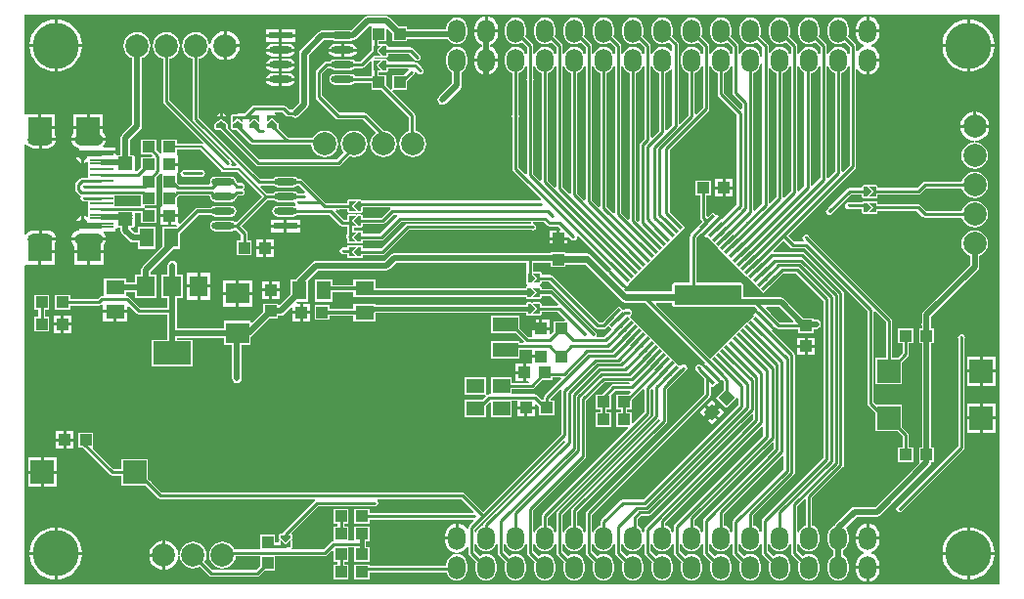
<source format=gtl>
G04 Layer_Physical_Order=1*
G04 Layer_Color=255*
%FSLAX44Y44*%
%MOMM*%
G71*
G01*
G75*
%ADD10R,1.0000X1.0000*%
%ADD11R,2.0000X1.8000*%
%ADD12R,3.2000X2.0000*%
%ADD13R,1.5000X1.8000*%
%ADD14R,2.2000X1.2000*%
%ADD15R,1.5000X1.2000*%
G04:AMPARAMS|DCode=16|XSize=1.6mm|YSize=0.25mm|CornerRadius=0mm|HoleSize=0mm|Usage=FLASHONLY|Rotation=225.000|XOffset=0mm|YOffset=0mm|HoleType=Round|Shape=Rectangle|*
%AMROTATEDRECTD16*
4,1,4,0.4773,0.6541,0.6541,0.4773,-0.4773,-0.6541,-0.6541,-0.4773,0.4773,0.6541,0.0*
%
%ADD16ROTATEDRECTD16*%

G04:AMPARAMS|DCode=17|XSize=1.6mm|YSize=0.25mm|CornerRadius=0mm|HoleSize=0mm|Usage=FLASHONLY|Rotation=135.000|XOffset=0mm|YOffset=0mm|HoleType=Round|Shape=Rectangle|*
%AMROTATEDRECTD17*
4,1,4,0.6541,-0.4773,0.4773,-0.6541,-0.6541,0.4773,-0.4773,0.6541,0.6541,-0.4773,0.0*
%
%ADD17ROTATEDRECTD17*%

%ADD18R,2.0000X0.6000*%
%ADD19O,2.0000X0.6000*%
%ADD20R,2.0000X2.0000*%
%ADD21R,1.0000X1.0000*%
%ADD22R,1.2000X1.6300*%
%ADD23O,0.3000X0.2000*%
%ADD24O,0.2000X0.3000*%
%ADD25P,1.4142X4X90.0*%
%ADD26R,1.6300X1.2000*%
%ADD27R,2.0000X0.2500*%
%ADD28C,0.2540*%
%ADD29C,0.2000*%
%ADD30C,0.5000*%
%ADD31C,0.3000*%
%ADD32C,0.4000*%
%ADD33R,1.6510X1.6510*%
%ADD34R,1.0160X1.6510*%
%ADD35R,1.0160X1.0160*%
%ADD36R,1.0160X1.1430*%
%ADD37R,1.2700X1.1430*%
%ADD38R,5.8420X1.7780*%
%ADD39R,2.7940X1.0160*%
%ADD40O,1.5000X2.0000*%
%ADD41C,2.0000*%
%ADD42C,4.0000*%
%ADD43C,0.7000*%
%ADD44O,2.5000X1.0000*%
%ADD45O,2.2000X1.0000*%
%ADD46C,0.3000*%
G36*
X847176Y2824D02*
X2824D01*
Y279565D01*
X3794Y280290D01*
X4094Y280290D01*
X15064D01*
Y291830D01*
X16334D01*
Y293100D01*
X28874D01*
Y298025D01*
X29206Y298458D01*
X29966Y300292D01*
X30058Y300990D01*
X16620D01*
Y302260D01*
X15350D01*
Y309865D01*
X10620D01*
X8652Y309606D01*
X6817Y308846D01*
X5242Y307638D01*
X4094Y306141D01*
X3959Y306135D01*
X2824Y306793D01*
Y384127D01*
X3959Y384785D01*
X4094Y384779D01*
X5242Y383282D01*
X6817Y382074D01*
X8652Y381314D01*
X10620Y381055D01*
X15350D01*
Y388660D01*
X16620D01*
Y389930D01*
X30058D01*
X29966Y390628D01*
X29206Y392463D01*
X28874Y392895D01*
Y397820D01*
X16334D01*
Y399090D01*
X15064D01*
Y410630D01*
X4094D01*
X3794Y410630D01*
X2824Y411355D01*
Y497176D01*
X847176D01*
Y2824D01*
D02*
G37*
%LPC*%
G36*
X316200Y495568D02*
X316200Y495568D01*
X299720D01*
X299720Y495568D01*
X298159Y495258D01*
X296836Y494374D01*
X296836Y494374D01*
X285777Y483315D01*
X285460Y483378D01*
X271460D01*
X269704Y483029D01*
X269464Y482868D01*
X260350D01*
X258789Y482558D01*
X257466Y481674D01*
X257466Y481674D01*
X241958Y466166D01*
X241074Y464842D01*
X240763Y463282D01*
X240763Y463282D01*
Y420521D01*
X234606Y414364D01*
X234566Y414304D01*
X232310D01*
X229327Y417287D01*
X228411Y417899D01*
X227330Y418114D01*
X227330Y418114D01*
X201574D01*
X200493Y417899D01*
X199577Y417287D01*
X199577Y417287D01*
X193140Y410850D01*
X187452D01*
X186649Y410691D01*
X183134D01*
X181986Y410215D01*
X181510Y409067D01*
Y403225D01*
X181724Y402710D01*
X181835Y402359D01*
X181778Y402220D01*
X181519Y401741D01*
X181544Y401656D01*
X181510Y401574D01*
Y398526D01*
X181986Y397378D01*
X183134Y396902D01*
X186605D01*
X198155Y385353D01*
X199071Y384741D01*
X200152Y384526D01*
X200152Y384526D01*
X230378D01*
X230378Y384526D01*
X230378Y384526D01*
X251328D01*
X251686Y381808D01*
X252845Y379010D01*
X254688Y376608D01*
X257090Y374765D01*
X259888Y373606D01*
X262890Y373211D01*
X265892Y373606D01*
X268690Y374765D01*
X271092Y376608D01*
X272935Y379010D01*
X274094Y381808D01*
X274489Y384810D01*
X274094Y387812D01*
X272935Y390610D01*
X271092Y393012D01*
X268690Y394855D01*
X265892Y396014D01*
X262890Y396409D01*
X259888Y396014D01*
X257090Y394855D01*
X254688Y393012D01*
X252845Y390610D01*
X252664Y390174D01*
X231548D01*
X222858Y398865D01*
X222859Y401827D01*
X222824Y401909D01*
X222850Y401994D01*
X222591Y402472D01*
X222383Y402975D01*
X222301Y403009D01*
X222259Y403087D01*
X221234Y403920D01*
Y403479D01*
X217350Y406756D01*
X217170D01*
Y406908D01*
D01*
X213106Y403479D01*
Y409321D01*
X221022D01*
X221005Y409407D01*
X220222Y410578D01*
X219298Y411196D01*
X219510Y412466D01*
X226160D01*
X229143Y409483D01*
X230059Y408871D01*
X231140Y408656D01*
X231140Y408656D01*
X234566D01*
X234606Y408596D01*
X235929Y407712D01*
X237490Y407402D01*
X239051Y407712D01*
X240374Y408596D01*
X247726Y415948D01*
X248610Y417271D01*
X248920Y418832D01*
X248920Y418832D01*
Y461592D01*
X262039Y474712D01*
X269464D01*
X269704Y474551D01*
X271460Y474202D01*
X285460D01*
X287216Y474551D01*
X287641Y474835D01*
X288581Y475022D01*
X289904Y475906D01*
X301409Y487412D01*
X302243D01*
X303160Y486560D01*
Y473560D01*
X303779D01*
Y469874D01*
X303684Y469646D01*
Y466429D01*
X293470Y456214D01*
X288985D01*
X288704Y456634D01*
X287216Y457629D01*
X285460Y457978D01*
X271460D01*
X269704Y457629D01*
X268216Y456634D01*
X267935Y456214D01*
X264160D01*
X263079Y455999D01*
X262163Y455387D01*
X262163Y455387D01*
X255813Y449037D01*
X255201Y448121D01*
X254986Y447040D01*
X254986Y447040D01*
Y425450D01*
X254986Y425450D01*
X255201Y424369D01*
X255813Y423453D01*
X272323Y406943D01*
X272323Y406943D01*
X273239Y406331D01*
X274320Y406116D01*
X274320Y406116D01*
X296010D01*
X306859Y395267D01*
X306776Y394000D01*
X305488Y393012D01*
X303645Y390610D01*
X302486Y387812D01*
X302091Y384810D01*
X302486Y381808D01*
X303645Y379010D01*
X305488Y376608D01*
X307890Y374765D01*
X310688Y373606D01*
X313690Y373211D01*
X316692Y373606D01*
X319490Y374765D01*
X321892Y376608D01*
X323735Y379010D01*
X324894Y381808D01*
X325289Y384810D01*
X324894Y387812D01*
X323735Y390610D01*
X321892Y393012D01*
X319490Y394855D01*
X316692Y396014D01*
X313707Y396407D01*
X299177Y410937D01*
X298261Y411549D01*
X297180Y411764D01*
X297180Y411764D01*
X275490D01*
X260634Y426620D01*
Y445870D01*
X265330Y450566D01*
X267935D01*
X268216Y450146D01*
X269704Y449151D01*
X271460Y448802D01*
X285460D01*
X287216Y449151D01*
X288704Y450146D01*
X288985Y450566D01*
X294640D01*
X294640Y450566D01*
X295721Y450781D01*
X296637Y451393D01*
X302511Y457267D01*
X302803Y457187D01*
X303684Y456644D01*
Y448818D01*
X303779Y448590D01*
Y444650D01*
X303160D01*
Y443514D01*
X288985D01*
X288704Y443934D01*
X287216Y444929D01*
X285460Y445278D01*
X271460D01*
X269704Y444929D01*
X268216Y443934D01*
X267221Y442446D01*
X266872Y440690D01*
X267221Y438934D01*
X268216Y437446D01*
X269704Y436451D01*
X271460Y436102D01*
X285460D01*
X287216Y436451D01*
X288704Y437446D01*
X288985Y437866D01*
X303160D01*
Y431650D01*
X312166D01*
X335546Y408270D01*
Y395790D01*
X333290Y394855D01*
X330888Y393012D01*
X329045Y390610D01*
X327886Y387812D01*
X327491Y384810D01*
X327886Y381808D01*
X329045Y379010D01*
X330888Y376608D01*
X333290Y374765D01*
X336088Y373606D01*
X339090Y373211D01*
X342092Y373606D01*
X344890Y374765D01*
X347292Y376608D01*
X349135Y379010D01*
X350294Y381808D01*
X350689Y384810D01*
X350294Y387812D01*
X349135Y390610D01*
X347292Y393012D01*
X344890Y394855D01*
X342092Y396014D01*
X341195Y396132D01*
Y409440D01*
X341195Y409440D01*
X340980Y410520D01*
X340367Y411437D01*
X340367Y411437D01*
X321424Y430380D01*
X321950Y431650D01*
X322060Y431650D01*
X334130D01*
Y439356D01*
X338988Y444213D01*
X338991Y444214D01*
X339983Y444877D01*
X340646Y445869D01*
X340766Y446475D01*
X341945Y447228D01*
X342118Y447258D01*
X342614Y447139D01*
X343277Y446147D01*
X344269Y445484D01*
X345440Y445251D01*
X346610Y445484D01*
X347603Y446147D01*
X348266Y447140D01*
X348499Y448310D01*
X348266Y449481D01*
X347603Y450473D01*
X346610Y451136D01*
X346608Y451137D01*
X342865Y454879D01*
X341949Y455491D01*
X340868Y455706D01*
X340868Y455706D01*
X317473D01*
Y456946D01*
X317240Y457508D01*
X316997Y458094D01*
X316997Y458094D01*
X316997Y458094D01*
X316412Y458336D01*
X315849Y458570D01*
X312802Y458571D01*
X312720Y458536D01*
X312635Y458562D01*
X312157Y458303D01*
X312015Y458245D01*
X311665Y458356D01*
X311150Y458570D01*
X307000D01*
X306255Y459840D01*
X306285Y459894D01*
X311150D01*
X311665Y460108D01*
X312016Y460219D01*
X312155Y460162D01*
X312634Y459903D01*
X312719Y459928D01*
X312801Y459894D01*
X315849D01*
X316997Y460370D01*
X317473Y461518D01*
Y462758D01*
X335888D01*
X340074Y458572D01*
X340074Y458569D01*
X340737Y457577D01*
X341730Y456914D01*
X342900Y456681D01*
X344071Y456914D01*
X345063Y457577D01*
X345726Y458569D01*
X345959Y459740D01*
X345726Y460910D01*
X345063Y461903D01*
X344071Y462566D01*
X344068Y462566D01*
X339055Y467579D01*
X338139Y468191D01*
X337058Y468406D01*
X337058Y468406D01*
X317473D01*
Y469646D01*
X317240Y470208D01*
X316997Y470794D01*
X316997Y470794D01*
X316997Y470794D01*
X316412Y471036D01*
X315849Y471270D01*
X312802Y471270D01*
X312720Y471236D01*
X312635Y471262D01*
X312157Y471003D01*
X312015Y470945D01*
X311665Y471056D01*
X311150Y471270D01*
X309427D01*
Y473560D01*
X316160D01*
Y484103D01*
X317333Y484589D01*
X321130Y480792D01*
Y473560D01*
X334130D01*
Y475982D01*
X369154D01*
X369328Y475561D01*
X370771Y473681D01*
X372651Y472239D01*
X374841Y471332D01*
X377190Y471022D01*
X379539Y471332D01*
X381729Y472239D01*
X383609Y473681D01*
X385051Y475561D01*
X385958Y477751D01*
X386268Y480100D01*
Y485100D01*
X385958Y487449D01*
X385051Y489639D01*
X383609Y491519D01*
X381729Y492962D01*
X379539Y493868D01*
X377190Y494178D01*
X374841Y493868D01*
X372651Y492962D01*
X370771Y491519D01*
X369328Y489639D01*
X368422Y487449D01*
X368112Y485100D01*
Y484138D01*
X334130D01*
Y486560D01*
X326898D01*
X319084Y494374D01*
X317761Y495258D01*
X317502Y495309D01*
X316200Y495568D01*
D02*
G37*
G36*
X734060Y495059D02*
Y483870D01*
X742917D01*
Y485100D01*
X742572Y487721D01*
X741560Y490163D01*
X739951Y492261D01*
X737853Y493870D01*
X735411Y494882D01*
X734060Y495059D01*
D02*
G37*
G36*
X731520D02*
X730169Y494882D01*
X727727Y493870D01*
X725629Y492261D01*
X724020Y490163D01*
X723008Y487721D01*
X722663Y485100D01*
Y483870D01*
X731520D01*
Y495059D01*
D02*
G37*
G36*
X403860D02*
Y483870D01*
X412717D01*
Y485100D01*
X412372Y487721D01*
X411360Y490163D01*
X409751Y492261D01*
X407653Y493870D01*
X405211Y494882D01*
X403860Y495059D01*
D02*
G37*
G36*
X401320D02*
X399969Y494882D01*
X397527Y493870D01*
X395429Y492261D01*
X393820Y490163D01*
X392808Y487721D01*
X392463Y485100D01*
Y483870D01*
X401320D01*
Y495059D01*
D02*
G37*
G36*
X237000Y484330D02*
X225730D01*
Y480060D01*
X237000D01*
Y484330D01*
D02*
G37*
G36*
X223190D02*
X211920D01*
Y480060D01*
X223190D01*
Y484330D01*
D02*
G37*
G36*
X237000Y477520D02*
X225730D01*
Y473250D01*
X237000D01*
Y477520D01*
D02*
G37*
G36*
X223190D02*
X211920D01*
Y473250D01*
X223190D01*
Y477520D01*
D02*
G37*
G36*
X821270Y492524D02*
Y471270D01*
X842524D01*
X842214Y474419D01*
X840925Y478667D01*
X838832Y482583D01*
X836015Y486015D01*
X832583Y488832D01*
X828667Y490925D01*
X824419Y492214D01*
X821270Y492524D01*
D02*
G37*
G36*
X818730D02*
X815581Y492214D01*
X811333Y490925D01*
X807417Y488832D01*
X803985Y486015D01*
X801168Y482583D01*
X799075Y478667D01*
X797786Y474419D01*
X797476Y471270D01*
X818730D01*
Y492524D01*
D02*
G37*
G36*
X31270D02*
Y471270D01*
X52524D01*
X52214Y474419D01*
X50925Y478667D01*
X48832Y482583D01*
X46015Y486015D01*
X42583Y488832D01*
X38667Y490925D01*
X34419Y492214D01*
X31270Y492524D01*
D02*
G37*
G36*
X28730D02*
X25581Y492214D01*
X21333Y490925D01*
X17417Y488832D01*
X13985Y486015D01*
X11168Y482583D01*
X9075Y478667D01*
X7786Y474419D01*
X7476Y471270D01*
X28730D01*
Y492524D01*
D02*
G37*
G36*
X177800Y482381D02*
Y471170D01*
X189011D01*
X188747Y473174D01*
X187484Y476224D01*
X185474Y478844D01*
X182854Y480854D01*
X179804Y482117D01*
X177800Y482381D01*
D02*
G37*
G36*
X285460Y471739D02*
X279730D01*
Y467360D01*
X290856D01*
X290679Y468252D01*
X289454Y470084D01*
X287622Y471309D01*
X285460Y471739D01*
D02*
G37*
G36*
X277190D02*
X271460D01*
X269298Y471309D01*
X267466Y470084D01*
X266241Y468252D01*
X266064Y467360D01*
X277190D01*
Y471739D01*
D02*
G37*
G36*
X231460D02*
X225730D01*
Y467360D01*
X236856D01*
X236679Y468252D01*
X235454Y470084D01*
X233622Y471309D01*
X231460Y471739D01*
D02*
G37*
G36*
X223190D02*
X217460D01*
X215298Y471309D01*
X213466Y470084D01*
X212241Y468252D01*
X212064Y467360D01*
X223190D01*
Y471739D01*
D02*
G37*
G36*
X707390Y494178D02*
X705041Y493868D01*
X702851Y492962D01*
X700971Y491519D01*
X699529Y489639D01*
X698622Y487449D01*
X698312Y485100D01*
Y480100D01*
X698622Y477751D01*
X699529Y475561D01*
X700971Y473681D01*
X702851Y472239D01*
X705041Y471332D01*
X707390Y471022D01*
X709740Y471332D01*
X711929Y472239D01*
X712963Y473032D01*
X717266Y468730D01*
Y462695D01*
X715996Y462442D01*
X715251Y464239D01*
X713809Y466119D01*
X711929Y467561D01*
X709740Y468468D01*
X707390Y468778D01*
X705041Y468468D01*
X702851Y467561D01*
X700971Y466119D01*
X699529Y464239D01*
X698784Y462442D01*
X697514Y462695D01*
Y469900D01*
X697514Y469900D01*
X697299Y470981D01*
X696687Y471897D01*
X696687Y471897D01*
X690767Y477817D01*
X691068Y480100D01*
Y485100D01*
X690758Y487449D01*
X689852Y489639D01*
X688409Y491519D01*
X686529Y492962D01*
X684340Y493868D01*
X681990Y494178D01*
X679641Y493868D01*
X677451Y492962D01*
X675571Y491519D01*
X674128Y489639D01*
X673222Y487449D01*
X672912Y485100D01*
Y480100D01*
X673222Y477751D01*
X674128Y475561D01*
X675571Y473681D01*
X677451Y472239D01*
X679641Y471332D01*
X681990Y471022D01*
X684340Y471332D01*
X686529Y472239D01*
X687563Y473032D01*
X691866Y468730D01*
Y462695D01*
X690596Y462442D01*
X689852Y464239D01*
X688409Y466119D01*
X686529Y467561D01*
X684340Y468468D01*
X681990Y468778D01*
X679641Y468468D01*
X677451Y467561D01*
X675571Y466119D01*
X674128Y464239D01*
X673384Y462442D01*
X672114Y462695D01*
Y469900D01*
X672114Y469900D01*
X671899Y470981D01*
X671287Y471897D01*
X671287Y471897D01*
X665367Y477817D01*
X665668Y480100D01*
Y485100D01*
X665358Y487449D01*
X664452Y489639D01*
X663009Y491519D01*
X661129Y492962D01*
X658940Y493868D01*
X656590Y494178D01*
X654240Y493868D01*
X652051Y492962D01*
X650171Y491519D01*
X648728Y489639D01*
X647822Y487449D01*
X647512Y485100D01*
Y480100D01*
X647822Y477751D01*
X648728Y475561D01*
X650171Y473681D01*
X652051Y472239D01*
X654240Y471332D01*
X656590Y471022D01*
X658940Y471332D01*
X661129Y472239D01*
X662163Y473032D01*
X666466Y468730D01*
Y462695D01*
X665196Y462442D01*
X664452Y464239D01*
X663009Y466119D01*
X661129Y467561D01*
X658940Y468468D01*
X656590Y468778D01*
X654240Y468468D01*
X652051Y467561D01*
X650171Y466119D01*
X648728Y464239D01*
X648444Y463553D01*
X647174Y463805D01*
Y469440D01*
X646959Y470521D01*
X646347Y471437D01*
X646347Y471437D01*
X639967Y477817D01*
X640268Y480100D01*
Y485100D01*
X639958Y487449D01*
X639052Y489639D01*
X637609Y491519D01*
X635729Y492962D01*
X633540Y493868D01*
X631190Y494178D01*
X628840Y493868D01*
X626651Y492962D01*
X624771Y491519D01*
X623329Y489639D01*
X622422Y487449D01*
X622112Y485100D01*
Y480100D01*
X622422Y477751D01*
X623329Y475561D01*
X624771Y473681D01*
X626651Y472239D01*
X628840Y471332D01*
X631190Y471022D01*
X633540Y471332D01*
X635729Y472239D01*
X636763Y473032D01*
X641526Y468270D01*
Y459874D01*
X640256Y459790D01*
X639958Y462049D01*
X639052Y464239D01*
X637609Y466119D01*
X635729Y467561D01*
X633540Y468468D01*
X631190Y468778D01*
X628840Y468468D01*
X626651Y467561D01*
X624771Y466119D01*
X623329Y464239D01*
X622584Y462442D01*
X621314Y462695D01*
Y469900D01*
X621314Y469900D01*
X621099Y470981D01*
X620487Y471897D01*
X620487Y471897D01*
X614567Y477817D01*
X614868Y480100D01*
Y485100D01*
X614558Y487449D01*
X613652Y489639D01*
X612209Y491519D01*
X610329Y492962D01*
X608139Y493868D01*
X605790Y494178D01*
X603441Y493868D01*
X601251Y492962D01*
X599371Y491519D01*
X597929Y489639D01*
X597022Y487449D01*
X596712Y485100D01*
Y480100D01*
X597022Y477751D01*
X597929Y475561D01*
X599371Y473681D01*
X601251Y472239D01*
X603441Y471332D01*
X605790Y471022D01*
X608139Y471332D01*
X610329Y472239D01*
X611363Y473032D01*
X615666Y468730D01*
Y462695D01*
X614396Y462442D01*
X613652Y464239D01*
X612209Y466119D01*
X610329Y467561D01*
X608139Y468468D01*
X605790Y468778D01*
X603441Y468468D01*
X601251Y467561D01*
X599371Y466119D01*
X597929Y464239D01*
X597184Y462442D01*
X595914Y462695D01*
Y469900D01*
X595914Y469900D01*
X595699Y470981D01*
X595087Y471897D01*
X595087Y471897D01*
X589167Y477817D01*
X589468Y480100D01*
Y485100D01*
X589158Y487449D01*
X588251Y489639D01*
X586809Y491519D01*
X584929Y492962D01*
X582739Y493868D01*
X580390Y494178D01*
X578041Y493868D01*
X575851Y492962D01*
X573971Y491519D01*
X572528Y489639D01*
X571622Y487449D01*
X571312Y485100D01*
Y480100D01*
X571622Y477751D01*
X572528Y475561D01*
X573971Y473681D01*
X575851Y472239D01*
X578041Y471332D01*
X580390Y471022D01*
X582739Y471332D01*
X584929Y472239D01*
X585963Y473032D01*
X590266Y468730D01*
Y462695D01*
X588996Y462442D01*
X588251Y464239D01*
X586809Y466119D01*
X584929Y467561D01*
X582739Y468468D01*
X580390Y468778D01*
X578041Y468468D01*
X575851Y467561D01*
X573971Y466119D01*
X572528Y464239D01*
X571622Y462049D01*
X571312Y459700D01*
Y454700D01*
X571622Y452351D01*
X572528Y450161D01*
X573971Y448281D01*
X575851Y446838D01*
X577566Y446128D01*
Y409473D01*
X570418Y402325D01*
X569244Y402811D01*
Y471170D01*
X569029Y472251D01*
X568417Y473167D01*
X563767Y477817D01*
X564068Y480100D01*
Y485100D01*
X563758Y487449D01*
X562851Y489639D01*
X561409Y491519D01*
X559529Y492962D01*
X557340Y493868D01*
X554990Y494178D01*
X552640Y493868D01*
X550451Y492962D01*
X548571Y491519D01*
X547128Y489639D01*
X546222Y487449D01*
X545912Y485100D01*
Y480100D01*
X546222Y477751D01*
X547128Y475561D01*
X548571Y473681D01*
X550451Y472239D01*
X552640Y471332D01*
X554990Y471022D01*
X557340Y471332D01*
X559529Y472239D01*
X560563Y473032D01*
X563596Y470000D01*
Y465355D01*
X562326Y464924D01*
X561409Y466119D01*
X559529Y467561D01*
X557340Y468468D01*
X554990Y468778D01*
X552640Y468468D01*
X550451Y467561D01*
X548571Y466119D01*
X547128Y464239D01*
X546384Y462442D01*
X545114Y462695D01*
Y469900D01*
X545114Y469900D01*
X544899Y470981D01*
X544287Y471897D01*
X544287Y471897D01*
X538367Y477817D01*
X538668Y480100D01*
Y485100D01*
X538358Y487449D01*
X537452Y489639D01*
X536009Y491519D01*
X534129Y492962D01*
X531940Y493868D01*
X529590Y494178D01*
X527240Y493868D01*
X525051Y492962D01*
X523171Y491519D01*
X521729Y489639D01*
X520822Y487449D01*
X520512Y485100D01*
Y480100D01*
X520822Y477751D01*
X521729Y475561D01*
X523171Y473681D01*
X525051Y472239D01*
X527240Y471332D01*
X529590Y471022D01*
X531940Y471332D01*
X534129Y472239D01*
X535163Y473032D01*
X539466Y468730D01*
Y462695D01*
X538196Y462442D01*
X537452Y464239D01*
X536009Y466119D01*
X534129Y467561D01*
X531940Y468468D01*
X529590Y468778D01*
X527240Y468468D01*
X525051Y467561D01*
X523171Y466119D01*
X521729Y464239D01*
X520984Y462442D01*
X519714Y462695D01*
Y469900D01*
X519714Y469900D01*
X519499Y470981D01*
X518887Y471897D01*
X518887Y471897D01*
X512967Y477817D01*
X513268Y480100D01*
Y485100D01*
X512958Y487449D01*
X512052Y489639D01*
X510609Y491519D01*
X508729Y492962D01*
X506539Y493868D01*
X504190Y494178D01*
X501841Y493868D01*
X499651Y492962D01*
X497771Y491519D01*
X496329Y489639D01*
X495422Y487449D01*
X495112Y485100D01*
Y480100D01*
X495422Y477751D01*
X496329Y475561D01*
X497771Y473681D01*
X499651Y472239D01*
X501841Y471332D01*
X504190Y471022D01*
X506539Y471332D01*
X508729Y472239D01*
X509763Y473032D01*
X514066Y468730D01*
Y462695D01*
X512796Y462442D01*
X512052Y464239D01*
X510609Y466119D01*
X508729Y467561D01*
X506539Y468468D01*
X504190Y468778D01*
X501841Y468468D01*
X499651Y467561D01*
X497771Y466119D01*
X496329Y464239D01*
X495584Y462442D01*
X494314Y462695D01*
Y469900D01*
X494314Y469900D01*
X494099Y470981D01*
X493487Y471897D01*
X493487Y471897D01*
X487567Y477817D01*
X487868Y480100D01*
Y485100D01*
X487558Y487449D01*
X486651Y489639D01*
X485209Y491519D01*
X483329Y492962D01*
X481139Y493868D01*
X478790Y494178D01*
X476441Y493868D01*
X474251Y492962D01*
X472371Y491519D01*
X470928Y489639D01*
X470022Y487449D01*
X469712Y485100D01*
Y480100D01*
X470022Y477751D01*
X470928Y475561D01*
X472371Y473681D01*
X474251Y472239D01*
X476441Y471332D01*
X478790Y471022D01*
X481139Y471332D01*
X483329Y472239D01*
X484363Y473032D01*
X488666Y468730D01*
Y462695D01*
X487396Y462442D01*
X486651Y464239D01*
X485209Y466119D01*
X483329Y467561D01*
X481139Y468468D01*
X478790Y468778D01*
X476441Y468468D01*
X474251Y467561D01*
X472371Y466119D01*
X470928Y464239D01*
X470184Y462442D01*
X468914Y462695D01*
Y469900D01*
X468914Y469900D01*
X468699Y470981D01*
X468087Y471897D01*
X468087Y471897D01*
X462167Y477817D01*
X462468Y480100D01*
Y485100D01*
X462158Y487449D01*
X461251Y489639D01*
X459809Y491519D01*
X457929Y492962D01*
X455740Y493868D01*
X453390Y494178D01*
X451040Y493868D01*
X448851Y492962D01*
X446971Y491519D01*
X445528Y489639D01*
X444622Y487449D01*
X444312Y485100D01*
Y480100D01*
X444622Y477751D01*
X445528Y475561D01*
X446971Y473681D01*
X448851Y472239D01*
X451040Y471332D01*
X453390Y471022D01*
X455740Y471332D01*
X457929Y472239D01*
X458963Y473032D01*
X463266Y468730D01*
Y462695D01*
X461996Y462442D01*
X461251Y464239D01*
X459809Y466119D01*
X457929Y467561D01*
X455740Y468468D01*
X453390Y468778D01*
X451040Y468468D01*
X448851Y467561D01*
X446971Y466119D01*
X445528Y464239D01*
X444784Y462442D01*
X443514Y462695D01*
Y469900D01*
X443514Y469900D01*
X443299Y470981D01*
X442687Y471897D01*
X442687Y471897D01*
X436767Y477817D01*
X437068Y480100D01*
Y485100D01*
X436758Y487449D01*
X435852Y489639D01*
X434409Y491519D01*
X432529Y492962D01*
X430340Y493868D01*
X427990Y494178D01*
X425640Y493868D01*
X423451Y492962D01*
X421571Y491519D01*
X420129Y489639D01*
X419222Y487449D01*
X418912Y485100D01*
Y480100D01*
X419222Y477751D01*
X420129Y475561D01*
X421571Y473681D01*
X423451Y472239D01*
X425640Y471332D01*
X427990Y471022D01*
X430340Y471332D01*
X432529Y472239D01*
X433563Y473032D01*
X437866Y468730D01*
Y462695D01*
X436596Y462442D01*
X435852Y464239D01*
X434409Y466119D01*
X432529Y467561D01*
X430340Y468468D01*
X427990Y468778D01*
X425640Y468468D01*
X423451Y467561D01*
X421571Y466119D01*
X420129Y464239D01*
X419222Y462049D01*
X418912Y459700D01*
Y454700D01*
X419222Y452351D01*
X420129Y450161D01*
X421571Y448281D01*
X423451Y446838D01*
X425166Y446128D01*
Y410113D01*
X425164Y410111D01*
X424931Y408940D01*
X425164Y407770D01*
X425166Y407767D01*
Y363220D01*
X425166Y363220D01*
X425381Y362139D01*
X425993Y361223D01*
X450257Y336959D01*
X449631Y335789D01*
X449580Y335799D01*
X448410Y335566D01*
X448407Y335564D01*
X295554D01*
X295407Y335919D01*
X295407Y335919D01*
X295407Y335920D01*
X294821Y336162D01*
X294259Y336395D01*
X291212Y336396D01*
X291130Y336362D01*
X291044Y336387D01*
X290566Y336129D01*
X290425Y336070D01*
X290075Y336182D01*
X289559Y336395D01*
X283717D01*
X282570Y335920D01*
X282094Y334771D01*
Y333532D01*
X275493D01*
X275490Y333534D01*
X274320Y333766D01*
X273150Y333534D01*
X273147Y333532D01*
X263552D01*
X261077Y336007D01*
X261077Y336007D01*
X243297Y353787D01*
X242381Y354399D01*
X241300Y354614D01*
X241300Y354614D01*
X239455D01*
X239174Y355034D01*
X237686Y356029D01*
X235930Y356378D01*
X221930D01*
X220174Y356029D01*
X218686Y355034D01*
X218405Y354614D01*
X206910D01*
X153954Y407570D01*
Y458673D01*
X154132Y458696D01*
X156930Y459855D01*
X159332Y461698D01*
X161175Y464100D01*
X162334Y466898D01*
X162628Y469133D01*
X162665Y469412D01*
X163946D01*
X163983Y469133D01*
X164313Y466626D01*
X165576Y463576D01*
X167586Y460956D01*
X170206Y458946D01*
X173256Y457683D01*
X175260Y457419D01*
Y469900D01*
Y482381D01*
X173256Y482117D01*
X170206Y480854D01*
X167586Y478844D01*
X165576Y476224D01*
X164313Y473174D01*
X163983Y470667D01*
X163946Y470388D01*
X162665D01*
X162628Y470667D01*
X162334Y472902D01*
X161175Y475700D01*
X159332Y478102D01*
X156930Y479945D01*
X154132Y481104D01*
X151130Y481499D01*
X148128Y481104D01*
X145330Y479945D01*
X142928Y478102D01*
X141085Y475700D01*
X139926Y472902D01*
X139531Y469900D01*
X139926Y466898D01*
X141085Y464100D01*
X142928Y461698D01*
X145330Y459855D01*
X148128Y458696D01*
X148306Y458673D01*
Y406400D01*
X148306Y406400D01*
X148521Y405319D01*
X149133Y404403D01*
X186594Y366942D01*
X186108Y365769D01*
X182514D01*
X181835Y367039D01*
X181896Y367130D01*
X182129Y368300D01*
X181896Y369470D01*
X181233Y370463D01*
X180240Y371126D01*
X180238Y371127D01*
X128554Y422810D01*
Y458673D01*
X128732Y458696D01*
X131530Y459855D01*
X133932Y461698D01*
X135775Y464100D01*
X136934Y466898D01*
X137329Y469900D01*
X136934Y472902D01*
X135775Y475700D01*
X133932Y478102D01*
X131530Y479945D01*
X128732Y481104D01*
X125730Y481499D01*
X122728Y481104D01*
X119930Y479945D01*
X117528Y478102D01*
X115685Y475700D01*
X114526Y472902D01*
X114131Y469900D01*
X114526Y466898D01*
X115685Y464100D01*
X117528Y461698D01*
X119930Y459855D01*
X122728Y458696D01*
X122906Y458673D01*
Y421640D01*
X122906Y421640D01*
X123121Y420559D01*
X123733Y419643D01*
X157646Y385730D01*
X157636Y385706D01*
X156898Y384682D01*
X156210Y384819D01*
X134740D01*
Y388770D01*
X121740D01*
Y376359D01*
X120470Y375973D01*
X120287Y376247D01*
X116770Y379764D01*
Y388770D01*
X103770D01*
Y375770D01*
X112776D01*
X113842Y374703D01*
X113357Y373530D01*
X104020D01*
Y364524D01*
X100260Y360764D01*
X99027D01*
X98143Y361950D01*
Y373380D01*
X97668Y374528D01*
X96520Y375003D01*
X94248D01*
Y388201D01*
X103214Y397166D01*
X103214Y397166D01*
X104098Y398489D01*
X104408Y400050D01*
Y459142D01*
X106130Y459855D01*
X108532Y461698D01*
X110375Y464100D01*
X111534Y466898D01*
X111929Y469900D01*
X111534Y472902D01*
X110375Y475700D01*
X108532Y478102D01*
X106130Y479945D01*
X103332Y481104D01*
X100330Y481499D01*
X97328Y481104D01*
X94530Y479945D01*
X92128Y478102D01*
X90285Y475700D01*
X89126Y472902D01*
X88731Y469900D01*
X89126Y466898D01*
X90285Y464100D01*
X92128Y461698D01*
X94530Y459855D01*
X96252Y459142D01*
Y401739D01*
X87286Y392774D01*
X86402Y391451D01*
X86092Y389890D01*
X86092Y389890D01*
Y375003D01*
X83820D01*
X83230Y374759D01*
X81960Y375476D01*
Y376690D01*
X69420D01*
Y379230D01*
X81960D01*
Y381750D01*
X71387D01*
X70956Y383020D01*
X71298Y383282D01*
X72506Y384857D01*
X73266Y386692D01*
X73358Y387390D01*
X43482D01*
X43574Y386692D01*
X44334Y384857D01*
X45542Y383282D01*
X47118Y382074D01*
X48952Y381314D01*
X50429Y381120D01*
X50695Y379804D01*
X49065Y378715D01*
X47730Y376717D01*
X47514Y375630D01*
X53420D01*
Y374360D01*
X54690D01*
Y368454D01*
X55777Y368670D01*
X56650Y369254D01*
X57920Y368575D01*
Y355764D01*
X52824D01*
X52824Y355764D01*
X51743Y355549D01*
X50827Y354937D01*
X47533Y351643D01*
X46921Y350727D01*
X46706Y349646D01*
X46706Y349646D01*
Y345440D01*
X46706Y345440D01*
X46921Y344359D01*
X47533Y343443D01*
X50033Y340943D01*
X50949Y340331D01*
X51128Y340295D01*
X51784Y338991D01*
X51780Y338969D01*
X51551Y337820D01*
X51784Y336650D01*
X52447Y335657D01*
X53439Y334994D01*
X54610Y334761D01*
X55781Y334994D01*
X55963Y335116D01*
X57920D01*
Y322345D01*
X56650Y321666D01*
X55777Y322249D01*
X54690Y322466D01*
Y316560D01*
X53420D01*
Y315290D01*
X47514D01*
X47730Y314203D01*
X49065Y312205D01*
X50695Y311116D01*
X50429Y309800D01*
X48952Y309606D01*
X47118Y308846D01*
X45542Y307638D01*
X44334Y306063D01*
X43574Y304228D01*
X43482Y303530D01*
X73358D01*
X73266Y304228D01*
X72506Y306063D01*
X71298Y307638D01*
X70956Y307900D01*
X71387Y309170D01*
X81960D01*
Y311594D01*
X82154Y311768D01*
X83230Y312311D01*
X83820Y312066D01*
X86092D01*
Y309880D01*
X86092Y309880D01*
X86402Y308319D01*
X87286Y306996D01*
X93636Y300646D01*
X94959Y299762D01*
X96520Y299452D01*
X96520Y299452D01*
X101380D01*
Y293880D01*
X116380D01*
Y313180D01*
X101380D01*
Y307608D01*
X98209D01*
X95021Y310796D01*
X95547Y312066D01*
X96520D01*
X97668Y312542D01*
X98143Y313690D01*
Y325116D01*
X103990D01*
X104020Y325086D01*
Y316080D01*
X117020D01*
Y329080D01*
X108014D01*
X107157Y329937D01*
X106988Y330050D01*
X107373Y331320D01*
X117020D01*
Y344020D01*
X117020Y344320D01*
X117020D01*
Y345290D01*
X117020D01*
Y355619D01*
X120035Y358633D01*
X120586Y359150D01*
X121920Y358788D01*
X121990Y358290D01*
X121990Y358220D01*
Y345290D01*
X121990Y345290D01*
Y344320D01*
X121990D01*
X121990Y344020D01*
Y331390D01*
X121990Y331320D01*
X121821Y330120D01*
X120950D01*
Y323850D01*
X128490D01*
X136030D01*
Y330120D01*
X135159D01*
X134990Y331320D01*
X134990Y331390D01*
Y338340D01*
X136496Y339846D01*
X162203D01*
X163342Y339090D01*
X163691Y337334D01*
X164686Y335846D01*
X166174Y334851D01*
X167930Y334502D01*
X181930D01*
X183686Y334851D01*
X185174Y335846D01*
X186169Y337334D01*
X186430Y338646D01*
X187860Y340076D01*
X189327D01*
X189329Y340074D01*
X190500Y339841D01*
X191670Y340074D01*
X192663Y340737D01*
X193326Y341730D01*
X193559Y342900D01*
X193326Y344071D01*
X192663Y345063D01*
Y345817D01*
X193326Y346810D01*
X193559Y347980D01*
X193326Y349151D01*
X192663Y350143D01*
X191670Y350806D01*
X190500Y351039D01*
X189329Y350806D01*
X189327Y350804D01*
X187860D01*
X186430Y352234D01*
X186169Y353546D01*
X185174Y355034D01*
X183686Y356029D01*
X181930Y356378D01*
X167930D01*
X166174Y356029D01*
X164686Y355034D01*
X163691Y353546D01*
X163342Y351790D01*
X163538Y350804D01*
X162614Y349534D01*
X137001D01*
X134990Y351545D01*
Y358220D01*
X134990Y358290D01*
X135159Y359490D01*
X136030D01*
Y365760D01*
X128490D01*
Y368300D01*
X136030D01*
Y374570D01*
X134909D01*
X134740Y375770D01*
X134740Y375840D01*
Y379721D01*
X155154D01*
X173458Y361418D01*
X174284Y360865D01*
X175260Y360671D01*
X186904D01*
X208291Y339285D01*
X186397Y317391D01*
X185174Y316934D01*
X183686Y317929D01*
X181930Y318278D01*
X167930D01*
X166174Y317929D01*
X164686Y316934D01*
X163691Y315446D01*
X163342Y313690D01*
X163691Y311934D01*
X164686Y310446D01*
X166174Y309451D01*
X167930Y309102D01*
X181930D01*
X183686Y309451D01*
X185174Y310446D01*
X186397Y309989D01*
X190246Y306140D01*
Y301140D01*
X186570D01*
Y288140D01*
X199570D01*
Y301140D01*
X195894D01*
Y307310D01*
X195894Y307310D01*
X195679Y308391D01*
X195067Y309307D01*
X195067Y309307D01*
X190684Y313690D01*
X213260Y336266D01*
X218405D01*
X218686Y335846D01*
X220174Y334851D01*
X221930Y334502D01*
X235774D01*
X236971Y334010D01*
X237204Y332840D01*
X237836Y331894D01*
X237785Y331686D01*
X237285Y330709D01*
X235930Y330978D01*
X221930D01*
X220174Y330629D01*
X218686Y329634D01*
X217691Y328146D01*
X217342Y326390D01*
X217691Y324634D01*
X218686Y323146D01*
X220174Y322151D01*
X221930Y321802D01*
X235930D01*
X237686Y322151D01*
X239174Y323146D01*
X239455Y323566D01*
X267013D01*
X267015Y323564D01*
X267018Y323563D01*
X276348Y314233D01*
X276348Y314233D01*
X277265Y313621D01*
X278346Y313406D01*
X282188D01*
Y308329D01*
X282094Y308102D01*
Y306558D01*
X281641Y305880D01*
X281426Y304799D01*
X281641Y303719D01*
X282094Y303041D01*
Y299974D01*
X282570Y298825D01*
X283717Y298350D01*
X289559D01*
X290075Y298563D01*
X290426Y298675D01*
X290565Y298617D01*
X291043Y298359D01*
X291129Y298384D01*
X291210Y298350D01*
X294258D01*
X295407Y298825D01*
X295882Y299974D01*
Y301213D01*
X311657D01*
X311658Y301213D01*
X312738Y301428D01*
X313655Y302041D01*
X328830Y317216D01*
X441103D01*
X441538Y315946D01*
X441289Y315752D01*
X334518D01*
X334518Y315752D01*
X333437Y315537D01*
X332521Y314925D01*
X311758Y294162D01*
X295882D01*
Y295401D01*
X295649Y295963D01*
X295407Y296549D01*
X295407Y296549D01*
X295407Y296550D01*
X294821Y296792D01*
X294259Y297025D01*
X291212Y297026D01*
X291130Y296992D01*
X291044Y297017D01*
X290566Y296759D01*
X290425Y296700D01*
X290075Y296812D01*
X289559Y297025D01*
X283717D01*
X282570Y296550D01*
X282094Y295401D01*
Y294924D01*
X280128D01*
X280126Y294925D01*
X278955Y295158D01*
X277785Y294925D01*
X276792Y294262D01*
X276129Y293270D01*
X275896Y292099D01*
X276129Y290929D01*
X276792Y289937D01*
X277785Y289274D01*
X278955Y289041D01*
X280126Y289274D01*
X280128Y289275D01*
X282094D01*
Y287274D01*
X282570Y286126D01*
X283717Y285650D01*
X289559D01*
X290075Y285863D01*
X290426Y285975D01*
X290565Y285917D01*
X291043Y285659D01*
X291129Y285684D01*
X291210Y285650D01*
X294258D01*
X295407Y286126D01*
X295882Y287274D01*
Y288513D01*
X312927D01*
X312927Y288513D01*
X314008Y288728D01*
X314925Y289340D01*
X335688Y310104D01*
X441549D01*
X441552Y310102D01*
X442722Y309869D01*
X443893Y310102D01*
X444885Y310765D01*
X445548Y311758D01*
X445781Y312928D01*
X445548Y314098D01*
X444885Y315091D01*
X443893Y315754D01*
X443428Y315846D01*
X442957Y316233D01*
X443028Y316961D01*
X443508Y317216D01*
X452220D01*
X455203Y314233D01*
X456119Y313621D01*
X457200Y313406D01*
X457200Y313406D01*
X464920D01*
X467132Y311193D01*
X466646Y310020D01*
X466090D01*
Y303750D01*
X472360D01*
Y304307D01*
X473533Y304792D01*
X475328Y302997D01*
X475329Y302994D01*
X475992Y302002D01*
X476984Y301339D01*
X478155Y301106D01*
X479325Y301339D01*
X480318Y302002D01*
X480981Y302994D01*
X481214Y304165D01*
X481204Y304216D01*
X482374Y304842D01*
X510496Y276719D01*
X509806Y276029D01*
X517258Y268576D01*
X524711Y261123D01*
X526493Y262905D01*
X525758Y263640D01*
X532094Y269976D01*
X538811Y276693D01*
X542347Y280229D01*
X549771Y287654D01*
X549771Y287654D01*
X552953Y290835D01*
X560024Y297906D01*
X560024Y297906D01*
X567095Y304978D01*
X574520Y312402D01*
X568066Y318856D01*
X567855Y319172D01*
X561364Y325663D01*
X561509Y326390D01*
X561276Y327561D01*
X561274Y327563D01*
Y379480D01*
X595087Y413293D01*
X595087Y413293D01*
X595699Y414209D01*
X595914Y415290D01*
Y451705D01*
X597184Y451958D01*
X597929Y450161D01*
X599371Y448281D01*
X601251Y446838D01*
X602966Y446128D01*
Y427990D01*
X602966Y427990D01*
X603181Y426909D01*
X603793Y425993D01*
X619476Y410310D01*
Y332364D01*
X619474Y332361D01*
X619473Y332359D01*
X606669Y319554D01*
X606029Y320195D01*
X598576Y312742D01*
X591123Y305289D01*
X592905Y303507D01*
X593640Y304242D01*
X599622Y298260D01*
X603158Y294725D01*
X606693Y291189D01*
X610229Y287653D01*
X617653Y280229D01*
X617654Y280229D01*
X624371Y273511D01*
X624371Y273511D01*
X627906Y269976D01*
X634978Y262905D01*
X642402Y255480D01*
X648856Y261933D01*
X649172Y262145D01*
X659793Y272766D01*
X670660D01*
X694406Y249020D01*
Y112930D01*
X641893Y60417D01*
X641281Y59501D01*
X641066Y58420D01*
X641066Y58420D01*
Y48675D01*
X639796Y48422D01*
X639052Y50219D01*
X637609Y52099D01*
X635729Y53541D01*
X634014Y54252D01*
Y62967D01*
X668977Y97929D01*
X668977Y97929D01*
X669589Y98846D01*
X669804Y99927D01*
X669804Y99927D01*
Y201911D01*
X669589Y202992D01*
X668977Y203908D01*
X668977Y203908D01*
X649554Y223331D01*
X650194Y223971D01*
X642742Y231424D01*
X635289Y238877D01*
X633507Y237095D01*
X634242Y236360D01*
X628260Y230378D01*
X620835Y222953D01*
X613764Y215882D01*
X610229Y212347D01*
X603158Y205275D01*
X599976Y202094D01*
X596493Y198610D01*
X549530Y245573D01*
X550016Y246747D01*
X563526D01*
Y245110D01*
X564002Y243962D01*
X565150Y243486D01*
X623570D01*
X623776Y243572D01*
X635467D01*
X637725Y241314D01*
X637085Y240673D01*
X644538Y233220D01*
X651991Y225767D01*
X652631Y226408D01*
X653706Y225333D01*
X653706Y225333D01*
X654622Y224721D01*
X655703Y224506D01*
X672950D01*
Y220800D01*
X685950D01*
Y224522D01*
X688340D01*
X689901Y224832D01*
X691224Y225716D01*
X692108Y227039D01*
X692418Y228600D01*
X692108Y230161D01*
X691224Y231484D01*
X689901Y232368D01*
X688340Y232678D01*
X685950D01*
Y233800D01*
X677478D01*
X660744Y250534D01*
X659421Y251418D01*
X657860Y251728D01*
X657860Y251728D01*
X625194D01*
Y262890D01*
X624718Y264038D01*
X623570Y264514D01*
X584484D01*
Y303523D01*
X588686Y307725D01*
X589327Y307085D01*
X596780Y314538D01*
X604232Y321991D01*
X602451Y323773D01*
X601715Y323037D01*
X598915Y325837D01*
X594454Y321377D01*
X593404Y322122D01*
Y340210D01*
X597080D01*
Y353210D01*
X584080D01*
Y340210D01*
X587756D01*
Y320737D01*
X587756Y320737D01*
X587971Y319657D01*
X588583Y318740D01*
X588583Y318740D01*
X590148Y317175D01*
X579663Y306690D01*
X579051Y305774D01*
X578836Y304693D01*
X578836Y304693D01*
Y264514D01*
X565150D01*
X564002Y264038D01*
X563526Y262890D01*
Y256824D01*
X530967D01*
X530967Y256824D01*
X530967Y256824D01*
X523643D01*
X523584Y256884D01*
X523584Y256884D01*
X522028Y258440D01*
X522915Y259327D01*
X515462Y266780D01*
X508010Y274233D01*
X507369Y273592D01*
X491944Y289017D01*
X491028Y289629D01*
X489947Y289844D01*
X489947Y289844D01*
X471320D01*
Y291010D01*
X458320D01*
Y289828D01*
X322580D01*
X321019Y289518D01*
X319696Y288634D01*
X319696Y288634D01*
X314541Y283478D01*
X255270D01*
X253709Y283168D01*
X252386Y282284D01*
X238076Y267974D01*
X237733Y267460D01*
X233460D01*
Y254808D01*
X223670Y245018D01*
X222400Y245544D01*
Y246560D01*
X209400D01*
Y239328D01*
X199871Y229799D01*
X198698Y230285D01*
Y231480D01*
X175698D01*
Y225058D01*
X134888D01*
Y240030D01*
Y250910D01*
X139810D01*
Y271910D01*
X134888D01*
Y279400D01*
X134578Y280961D01*
X133694Y282284D01*
X132371Y283168D01*
X130810Y283478D01*
X129249Y283168D01*
X127926Y282284D01*
X127042Y280961D01*
X126732Y279400D01*
Y271910D01*
X121810D01*
Y250910D01*
X126732D01*
Y242854D01*
X102770D01*
X93437Y252187D01*
X92521Y252799D01*
X92075Y252888D01*
X91418Y253061D01*
X90930Y254109D01*
Y256612D01*
X98810D01*
Y250910D01*
X116810D01*
Y271910D01*
X111888D01*
Y273761D01*
X132008Y293880D01*
X137380D01*
Y307044D01*
X153667Y323331D01*
X164562D01*
X164686Y323146D01*
X166174Y322151D01*
X167930Y321802D01*
X181930D01*
X183686Y322151D01*
X185174Y323146D01*
X186169Y324634D01*
X186518Y326390D01*
X186169Y328146D01*
X185174Y329634D01*
X183686Y330629D01*
X181930Y330978D01*
X167930D01*
X166174Y330629D01*
X164686Y329634D01*
X164562Y329449D01*
X152400D01*
X152400Y329449D01*
X151229Y329216D01*
X150237Y328553D01*
X150237Y328553D01*
X137300Y315616D01*
X136030Y316142D01*
Y321310D01*
X129760D01*
Y315040D01*
X134207D01*
X134835Y313770D01*
X134385Y313180D01*
X122380D01*
Y295788D01*
X104926Y278334D01*
X104042Y277011D01*
X103732Y275450D01*
X103732Y275450D01*
Y271910D01*
X98810D01*
Y264768D01*
X90930D01*
Y268190D01*
X71630D01*
X71630Y253190D01*
X70433Y253014D01*
X69850D01*
X68769Y252799D01*
X67853Y252187D01*
X67853Y252187D01*
X66140Y250474D01*
X42280D01*
Y254150D01*
X29280D01*
Y241150D01*
X42280D01*
Y244826D01*
X67310D01*
X67310Y244826D01*
X68391Y245041D01*
X69307Y245653D01*
X69417Y245763D01*
X70590Y245277D01*
Y240960D01*
X81280D01*
X91970D01*
Y244007D01*
X93143Y244493D01*
X99603Y238033D01*
X99603Y238033D01*
X100519Y237421D01*
X101600Y237206D01*
X126732D01*
Y220980D01*
Y214910D01*
X113310D01*
Y191910D01*
X148310D01*
Y214910D01*
X134888D01*
Y216902D01*
X175698D01*
Y210480D01*
X182612D01*
Y181610D01*
X182922Y180049D01*
X183806Y178726D01*
X185129Y177842D01*
X186690Y177532D01*
X188251Y177842D01*
X189574Y178726D01*
X190458Y180049D01*
X190768Y181610D01*
Y210480D01*
X198698D01*
Y217424D01*
X199704Y218096D01*
X215168Y233560D01*
X222400D01*
Y235982D01*
X224480D01*
X224480Y235982D01*
X226041Y236292D01*
X227364Y237176D01*
X233887Y243699D01*
X235060Y243213D01*
Y240030D01*
X241330D01*
Y246300D01*
X238759D01*
X238170Y247570D01*
X238634Y248160D01*
X248460D01*
Y266822D01*
X256959Y275322D01*
X316230D01*
X316230Y275322D01*
X317791Y275632D01*
X319114Y276516D01*
X324269Y281672D01*
X437485D01*
Y273732D01*
X437383Y273690D01*
X436907Y272542D01*
Y264414D01*
X437140Y263852D01*
X437383Y263266D01*
X437383Y263266D01*
X437383Y263266D01*
X437968Y263023D01*
X438259Y262903D01*
X438278Y262792D01*
X438220Y261617D01*
X437319Y261244D01*
X436844Y260096D01*
Y259601D01*
X306830D01*
Y266920D01*
X287530D01*
Y262479D01*
X269460D01*
Y267460D01*
X254460D01*
Y248160D01*
X269460D01*
Y256361D01*
X287530D01*
Y251920D01*
X306830D01*
Y252463D01*
X436844D01*
Y251968D01*
X437077Y251406D01*
X437319Y250820D01*
X437319Y250820D01*
X437319Y250820D01*
X437905Y250578D01*
X438467Y250344D01*
X441514Y250343D01*
X441596Y250378D01*
X441682Y250352D01*
X442160Y250611D01*
X442301Y250669D01*
X442651Y250558D01*
X443167Y250344D01*
X449008D01*
X450157Y250820D01*
X450632Y251968D01*
Y252973D01*
X457711D01*
X464782Y245902D01*
X464256Y244632D01*
X450696D01*
Y245872D01*
X450220Y247020D01*
X449072Y247496D01*
X443230D01*
X442715Y247282D01*
X442364Y247171D01*
X442225Y247228D01*
X441746Y247487D01*
X441661Y247462D01*
X441579Y247496D01*
X438531D01*
X437383Y247020D01*
X436907Y245872D01*
Y245377D01*
X306830D01*
Y245920D01*
X287530D01*
Y241819D01*
X267070D01*
Y245260D01*
X254070D01*
Y232260D01*
X267070D01*
Y235701D01*
X287530D01*
Y230920D01*
X306830D01*
Y238239D01*
X436907D01*
Y237744D01*
X437140Y237182D01*
X437383Y236596D01*
X437383Y236596D01*
X437383Y236596D01*
X437968Y236353D01*
X438531Y236120D01*
X441578Y236119D01*
X441660Y236154D01*
X441745Y236128D01*
X442223Y236387D01*
X442365Y236445D01*
X442715Y236334D01*
X443230Y236120D01*
X449072D01*
X450220Y236596D01*
X450696Y237744D01*
Y238984D01*
X464412D01*
X470933Y232463D01*
X470447Y231290D01*
X461080D01*
Y222284D01*
X458323Y219527D01*
X457150Y220014D01*
Y223520D01*
X449610D01*
Y224790D01*
X448340D01*
Y232330D01*
X442379D01*
X442266Y232406D01*
X441960Y232467D01*
Y228600D01*
Y223845D01*
X442070Y223754D01*
Y217454D01*
X439320D01*
X431690Y225084D01*
Y235670D01*
X406690D01*
Y220670D01*
X428116D01*
X435142Y213644D01*
X434616Y212374D01*
X431690D01*
Y213670D01*
X406690D01*
Y198670D01*
X431690D01*
Y206726D01*
X442070D01*
Y201930D01*
X449610D01*
Y199390D01*
X442070D01*
Y194230D01*
X436910D01*
Y186690D01*
Y179150D01*
X438943D01*
X439622Y177880D01*
X439589Y177830D01*
X424798D01*
Y182506D01*
X406798D01*
Y167924D01*
X405130D01*
X405130Y167924D01*
X404049Y167709D01*
X403354Y167245D01*
X402544Y167632D01*
X402192Y167952D01*
X402192Y168591D01*
Y182506D01*
X384192D01*
Y167506D01*
X401105D01*
X401746Y167506D01*
X402328Y166292D01*
X399238Y163202D01*
X384192D01*
Y148202D01*
X402192D01*
Y158168D01*
X405528Y161504D01*
X406798Y160978D01*
Y148202D01*
X424798D01*
Y162276D01*
X429370D01*
Y157480D01*
X436910D01*
X444450D01*
Y159496D01*
X445623Y159983D01*
X448380Y157226D01*
Y149710D01*
X461380D01*
Y162710D01*
X458700D01*
X458174Y163980D01*
X466735Y172541D01*
X467721Y171731D01*
X467641Y171611D01*
X467426Y170530D01*
X467426Y170530D01*
Y133600D01*
X416662Y82837D01*
X416660Y82836D01*
X415667Y82173D01*
X415004Y81180D01*
X415004Y81178D01*
X400050Y66224D01*
X384267Y82007D01*
X383351Y82619D01*
X382270Y82834D01*
X382270Y82834D01*
X121820D01*
X113316Y91338D01*
X113316Y91341D01*
X112653Y92333D01*
X111660Y92996D01*
X111658Y92997D01*
X109920Y94734D01*
Y111830D01*
X86920D01*
Y103154D01*
X79880D01*
X62032Y121002D01*
X62350Y121770D01*
X62350D01*
Y134770D01*
X49350D01*
Y127675D01*
X49216Y127000D01*
X49350Y126325D01*
Y121770D01*
X53276D01*
X76713Y98333D01*
X76713Y98333D01*
X77629Y97721D01*
X78710Y97506D01*
X86920D01*
Y88830D01*
X107777D01*
X108327Y88007D01*
X109319Y87344D01*
X109322Y87344D01*
X118653Y78013D01*
X118653Y78013D01*
X119569Y77401D01*
X120650Y77186D01*
X254037D01*
X254422Y75916D01*
X254035Y75657D01*
X254035Y75657D01*
X226857Y48479D01*
X226245Y47563D01*
X226201Y47344D01*
X224790D01*
X224228Y47111D01*
X223642Y46868D01*
X223642Y46868D01*
X223642Y46868D01*
X223400Y46283D01*
X223166Y45721D01*
X223165Y42673D01*
X223200Y42591D01*
X223174Y42506D01*
X223433Y42028D01*
X223491Y41886D01*
X223380Y41536D01*
X223166Y41021D01*
Y39298D01*
X219860D01*
Y46090D01*
X206860D01*
Y33304D01*
X184680D01*
X184289Y34248D01*
X182446Y36650D01*
X180044Y38493D01*
X177246Y39652D01*
X174244Y40047D01*
X171242Y39652D01*
X168444Y38493D01*
X166042Y36650D01*
X164199Y34248D01*
X163040Y31450D01*
X162645Y28448D01*
X163040Y25446D01*
X164199Y22648D01*
X166042Y20246D01*
X168444Y18403D01*
X171242Y17244D01*
X174244Y16849D01*
X177246Y17244D01*
X180044Y18403D01*
X182446Y20246D01*
X184289Y22648D01*
X185448Y25446D01*
X185739Y27656D01*
X206860D01*
Y19114D01*
X203270Y15524D01*
X165762D01*
X158780Y22506D01*
X158889Y22648D01*
X160048Y25446D01*
X160443Y28448D01*
X160048Y31450D01*
X158889Y34248D01*
X157046Y36650D01*
X154644Y38493D01*
X151846Y39652D01*
X148844Y40047D01*
X145842Y39652D01*
X143044Y38493D01*
X140642Y36650D01*
X138799Y34248D01*
X137640Y31450D01*
X137346Y29215D01*
X137309Y28936D01*
X136028D01*
X135991Y29215D01*
X135661Y31722D01*
X134398Y34772D01*
X132388Y37392D01*
X129768Y39402D01*
X126718Y40665D01*
X124714Y40929D01*
Y28448D01*
Y15967D01*
X126718Y16231D01*
X129768Y17494D01*
X132388Y19504D01*
X134398Y22124D01*
X135661Y25174D01*
X135991Y27681D01*
X136028Y27960D01*
X137309D01*
X137346Y27681D01*
X137640Y25446D01*
X138799Y22648D01*
X140642Y20246D01*
X143044Y18403D01*
X145842Y17244D01*
X148844Y16849D01*
X151846Y17244D01*
X154644Y18403D01*
X154786Y18512D01*
X162595Y10703D01*
X162595Y10703D01*
X163511Y10091D01*
X164592Y9876D01*
X204440D01*
X204440Y9876D01*
X205521Y10091D01*
X206437Y10703D01*
X210854Y15120D01*
X219860D01*
Y27656D01*
X262890D01*
X262890Y27656D01*
X263971Y27871D01*
X264887Y28483D01*
X269217Y32812D01*
X270390Y32327D01*
Y22710D01*
X274066D01*
Y20470D01*
X270390D01*
Y7470D01*
X283390D01*
Y20470D01*
X279714D01*
Y22710D01*
X283390D01*
Y35276D01*
X288360D01*
Y22710D01*
X301360D01*
Y35710D01*
X298429D01*
Y40490D01*
X301360D01*
Y53490D01*
X288360D01*
Y40924D01*
X283390D01*
Y53490D01*
X279714D01*
Y55730D01*
X283390D01*
Y68730D01*
X270390D01*
Y55730D01*
X274066D01*
Y53490D01*
X270390D01*
Y40900D01*
X269429Y40709D01*
X268513Y40097D01*
X261720Y33304D01*
X234999D01*
X234291Y34574D01*
X234542Y35179D01*
Y41021D01*
X234328Y41536D01*
X234216Y41887D01*
X234274Y42027D01*
X234533Y42505D01*
X234508Y42590D01*
X234542Y42672D01*
Y45720D01*
X234066Y46868D01*
X233928Y47562D01*
X257202Y70836D01*
X304897D01*
X304900Y70834D01*
X306070Y70601D01*
X307241Y70834D01*
X308233Y71497D01*
X308896Y72490D01*
X309129Y73660D01*
X308896Y74830D01*
X308233Y75823D01*
X308094Y75916D01*
X308479Y77186D01*
X381100D01*
X391823Y66463D01*
X391405Y65085D01*
X391259Y65056D01*
X391257Y65054D01*
X301360D01*
Y68730D01*
X288360D01*
Y55730D01*
X301360D01*
Y59406D01*
X391257D01*
X391259Y59404D01*
X391405Y59375D01*
X391823Y57997D01*
X387893Y54067D01*
X387281Y53151D01*
X387066Y52070D01*
X386810Y51706D01*
X385274Y51638D01*
X384351Y52841D01*
X382253Y54450D01*
X379811Y55462D01*
X378460Y55639D01*
Y43180D01*
X377190D01*
Y41910D01*
X367063D01*
Y40680D01*
X367408Y38059D01*
X368420Y35617D01*
X370029Y33519D01*
X372127Y31910D01*
X374569Y30898D01*
X376276Y30674D01*
X376866Y30596D01*
Y29315D01*
X376276Y29237D01*
X374841Y29048D01*
X372651Y28142D01*
X370771Y26699D01*
X369328Y24819D01*
X368422Y22629D01*
X368112Y20280D01*
Y19334D01*
X301360D01*
Y20470D01*
X288360D01*
Y7470D01*
X301360D01*
Y13686D01*
X368322D01*
X368422Y12931D01*
X369328Y10741D01*
X370771Y8861D01*
X372651Y7419D01*
X374841Y6512D01*
X377190Y6202D01*
X379539Y6512D01*
X381729Y7419D01*
X383609Y8861D01*
X385051Y10741D01*
X385958Y12931D01*
X386268Y15280D01*
Y20280D01*
X385958Y22629D01*
X385051Y24819D01*
X383609Y26699D01*
X381729Y28142D01*
X379539Y29048D01*
X378104Y29237D01*
X377514Y29315D01*
Y30596D01*
X378104Y30674D01*
X379811Y30898D01*
X382253Y31910D01*
X384351Y33519D01*
X385796Y35403D01*
X386644Y35274D01*
X387066Y35063D01*
Y30480D01*
X387066Y30480D01*
X387281Y29399D01*
X387893Y28483D01*
X393813Y22563D01*
X393512Y20280D01*
Y15280D01*
X393822Y12931D01*
X394729Y10741D01*
X396171Y8861D01*
X398051Y7419D01*
X400241Y6512D01*
X402590Y6202D01*
X404939Y6512D01*
X407129Y7419D01*
X409009Y8861D01*
X410452Y10741D01*
X411358Y12931D01*
X411668Y15280D01*
Y20280D01*
X411358Y22629D01*
X410452Y24819D01*
X409009Y26699D01*
X407129Y28142D01*
X404939Y29048D01*
X402590Y29358D01*
X400241Y29048D01*
X398051Y28142D01*
X397017Y27348D01*
X392714Y31650D01*
Y37685D01*
X393984Y37938D01*
X394729Y36141D01*
X396171Y34261D01*
X398051Y32819D01*
X400241Y31912D01*
X402590Y31602D01*
X404939Y31912D01*
X407129Y32819D01*
X409009Y34261D01*
X410452Y36141D01*
X411196Y37938D01*
X412466Y37685D01*
Y30480D01*
X412466Y30480D01*
X412681Y29399D01*
X413293Y28483D01*
X419213Y22563D01*
X418912Y20280D01*
Y15280D01*
X419222Y12931D01*
X420129Y10741D01*
X421571Y8861D01*
X423451Y7419D01*
X425640Y6512D01*
X427990Y6202D01*
X430340Y6512D01*
X432529Y7419D01*
X434409Y8861D01*
X435852Y10741D01*
X436758Y12931D01*
X437068Y15280D01*
Y20280D01*
X436758Y22629D01*
X435852Y24819D01*
X434409Y26699D01*
X432529Y28142D01*
X430340Y29048D01*
X427990Y29358D01*
X425640Y29048D01*
X423451Y28142D01*
X422417Y27348D01*
X418114Y31650D01*
Y37685D01*
X419384Y37938D01*
X420129Y36141D01*
X421571Y34261D01*
X423451Y32819D01*
X425640Y31912D01*
X427990Y31602D01*
X430340Y31912D01*
X432529Y32819D01*
X434409Y34261D01*
X435852Y36141D01*
X436596Y37938D01*
X437866Y37685D01*
Y30480D01*
X437866Y30480D01*
X438081Y29399D01*
X438693Y28483D01*
X444613Y22563D01*
X444312Y20280D01*
Y15280D01*
X444622Y12931D01*
X445528Y10741D01*
X446971Y8861D01*
X448851Y7419D01*
X451040Y6512D01*
X453390Y6202D01*
X455740Y6512D01*
X457929Y7419D01*
X459809Y8861D01*
X461251Y10741D01*
X462158Y12931D01*
X462468Y15280D01*
Y20280D01*
X462158Y22629D01*
X461251Y24819D01*
X459809Y26699D01*
X457929Y28142D01*
X455740Y29048D01*
X453390Y29358D01*
X451040Y29048D01*
X448851Y28142D01*
X447817Y27348D01*
X443514Y31650D01*
Y37685D01*
X444784Y37938D01*
X445528Y36141D01*
X446971Y34261D01*
X448851Y32819D01*
X451040Y31912D01*
X453390Y31602D01*
X455740Y31912D01*
X457929Y32819D01*
X459809Y34261D01*
X461251Y36141D01*
X461996Y37938D01*
X463266Y37685D01*
Y30480D01*
X463266Y30480D01*
X463481Y29399D01*
X464093Y28483D01*
X470013Y22563D01*
X469712Y20280D01*
Y15280D01*
X470022Y12931D01*
X470928Y10741D01*
X472371Y8861D01*
X474251Y7419D01*
X476441Y6512D01*
X478790Y6202D01*
X481139Y6512D01*
X483329Y7419D01*
X485209Y8861D01*
X486651Y10741D01*
X487558Y12931D01*
X487868Y15280D01*
Y20280D01*
X487558Y22629D01*
X486651Y24819D01*
X485209Y26699D01*
X483329Y28142D01*
X481139Y29048D01*
X478790Y29358D01*
X476441Y29048D01*
X474251Y28142D01*
X473217Y27348D01*
X468914Y31650D01*
Y37685D01*
X470184Y37938D01*
X470928Y36141D01*
X472371Y34261D01*
X474251Y32819D01*
X476441Y31912D01*
X478790Y31602D01*
X481139Y31912D01*
X483329Y32819D01*
X485209Y34261D01*
X486651Y36141D01*
X487396Y37938D01*
X488666Y37685D01*
Y30480D01*
X488666Y30480D01*
X488881Y29399D01*
X489493Y28483D01*
X495413Y22563D01*
X495112Y20280D01*
Y15280D01*
X495422Y12931D01*
X496329Y10741D01*
X497771Y8861D01*
X499651Y7419D01*
X501841Y6512D01*
X504190Y6202D01*
X506539Y6512D01*
X508729Y7419D01*
X510609Y8861D01*
X512052Y10741D01*
X512958Y12931D01*
X513268Y15280D01*
Y20280D01*
X512958Y22629D01*
X512052Y24819D01*
X510609Y26699D01*
X508729Y28142D01*
X506539Y29048D01*
X504190Y29358D01*
X501841Y29048D01*
X499651Y28142D01*
X498617Y27348D01*
X494314Y31650D01*
Y37685D01*
X495584Y37938D01*
X496329Y36141D01*
X497771Y34261D01*
X499651Y32819D01*
X501841Y31912D01*
X504190Y31602D01*
X506539Y31912D01*
X508729Y32819D01*
X510609Y34261D01*
X512052Y36141D01*
X512796Y37938D01*
X514066Y37685D01*
Y30480D01*
X514066Y30480D01*
X514281Y29399D01*
X514893Y28483D01*
X520813Y22563D01*
X520512Y20280D01*
Y15280D01*
X520822Y12931D01*
X521729Y10741D01*
X523171Y8861D01*
X525051Y7419D01*
X527240Y6512D01*
X529590Y6202D01*
X531940Y6512D01*
X534129Y7419D01*
X536009Y8861D01*
X537452Y10741D01*
X538358Y12931D01*
X538668Y15280D01*
Y20280D01*
X538358Y22629D01*
X537452Y24819D01*
X536009Y26699D01*
X534129Y28142D01*
X531940Y29048D01*
X529590Y29358D01*
X527240Y29048D01*
X525051Y28142D01*
X524017Y27348D01*
X519714Y31650D01*
Y37685D01*
X520984Y37938D01*
X521729Y36141D01*
X523171Y34261D01*
X525051Y32819D01*
X527240Y31912D01*
X529590Y31602D01*
X531940Y31912D01*
X534129Y32819D01*
X536009Y34261D01*
X537452Y36141D01*
X538196Y37938D01*
X539466Y37685D01*
Y30480D01*
X539466Y30480D01*
X539681Y29399D01*
X540293Y28483D01*
X546213Y22563D01*
X545912Y20280D01*
Y15280D01*
X546222Y12931D01*
X547128Y10741D01*
X548571Y8861D01*
X550451Y7419D01*
X552640Y6512D01*
X554990Y6202D01*
X557340Y6512D01*
X559529Y7419D01*
X561409Y8861D01*
X562851Y10741D01*
X563758Y12931D01*
X564068Y15280D01*
Y20280D01*
X563758Y22629D01*
X562851Y24819D01*
X561409Y26699D01*
X559529Y28142D01*
X557340Y29048D01*
X554990Y29358D01*
X552640Y29048D01*
X550451Y28142D01*
X549417Y27348D01*
X545114Y31650D01*
Y37685D01*
X546384Y37938D01*
X547128Y36141D01*
X548571Y34261D01*
X550451Y32819D01*
X552640Y31912D01*
X554990Y31602D01*
X557340Y31912D01*
X559529Y32819D01*
X561409Y34261D01*
X562851Y36141D01*
X563596Y37938D01*
X564866Y37685D01*
Y30480D01*
X564866Y30480D01*
X565081Y29399D01*
X565693Y28483D01*
X571613Y22563D01*
X571312Y20280D01*
Y15280D01*
X571622Y12931D01*
X572528Y10741D01*
X573971Y8861D01*
X575851Y7419D01*
X578041Y6512D01*
X580390Y6202D01*
X582739Y6512D01*
X584929Y7419D01*
X586809Y8861D01*
X588251Y10741D01*
X589158Y12931D01*
X589468Y15280D01*
Y20280D01*
X589158Y22629D01*
X588251Y24819D01*
X586809Y26699D01*
X584929Y28142D01*
X582739Y29048D01*
X580390Y29358D01*
X578041Y29048D01*
X575851Y28142D01*
X574817Y27348D01*
X570514Y31650D01*
Y37685D01*
X571784Y37938D01*
X572528Y36141D01*
X573971Y34261D01*
X575851Y32819D01*
X578041Y31912D01*
X580390Y31602D01*
X582739Y31912D01*
X584929Y32819D01*
X586809Y34261D01*
X588251Y36141D01*
X588996Y37938D01*
X590266Y37685D01*
Y30480D01*
X590266Y30480D01*
X590481Y29399D01*
X591093Y28483D01*
X597013Y22563D01*
X596712Y20280D01*
Y15280D01*
X597022Y12931D01*
X597929Y10741D01*
X599371Y8861D01*
X601251Y7419D01*
X603441Y6512D01*
X605790Y6202D01*
X608139Y6512D01*
X610329Y7419D01*
X612209Y8861D01*
X613652Y10741D01*
X614558Y12931D01*
X614868Y15280D01*
Y20280D01*
X614558Y22629D01*
X613652Y24819D01*
X612209Y26699D01*
X610329Y28142D01*
X608139Y29048D01*
X605790Y29358D01*
X603441Y29048D01*
X601251Y28142D01*
X600217Y27348D01*
X595914Y31650D01*
Y37685D01*
X597184Y37938D01*
X597929Y36141D01*
X599371Y34261D01*
X601251Y32819D01*
X603441Y31912D01*
X605790Y31602D01*
X608139Y31912D01*
X610329Y32819D01*
X612209Y34261D01*
X613652Y36141D01*
X614396Y37938D01*
X615666Y37685D01*
Y30480D01*
X615666Y30480D01*
X615881Y29399D01*
X616493Y28483D01*
X622413Y22563D01*
X622112Y20280D01*
Y15280D01*
X622422Y12931D01*
X623329Y10741D01*
X624771Y8861D01*
X626651Y7419D01*
X628840Y6512D01*
X631190Y6202D01*
X633540Y6512D01*
X635729Y7419D01*
X637609Y8861D01*
X639052Y10741D01*
X639958Y12931D01*
X640268Y15280D01*
Y20280D01*
X639958Y22629D01*
X639052Y24819D01*
X637609Y26699D01*
X635729Y28142D01*
X633540Y29048D01*
X631190Y29358D01*
X628840Y29048D01*
X626651Y28142D01*
X625617Y27348D01*
X621314Y31650D01*
Y37685D01*
X622584Y37938D01*
X623329Y36141D01*
X624771Y34261D01*
X626651Y32819D01*
X628840Y31912D01*
X631190Y31602D01*
X633540Y31912D01*
X635729Y32819D01*
X637609Y34261D01*
X639052Y36141D01*
X639796Y37938D01*
X641066Y37685D01*
Y30480D01*
X641066Y30480D01*
X641281Y29399D01*
X641893Y28483D01*
X647813Y22563D01*
X647512Y20280D01*
Y15280D01*
X647822Y12931D01*
X648728Y10741D01*
X650171Y8861D01*
X652051Y7419D01*
X654240Y6512D01*
X656590Y6202D01*
X658940Y6512D01*
X661129Y7419D01*
X663009Y8861D01*
X664452Y10741D01*
X665358Y12931D01*
X665668Y15280D01*
Y20280D01*
X665358Y22629D01*
X664452Y24819D01*
X663009Y26699D01*
X661129Y28142D01*
X658940Y29048D01*
X656590Y29358D01*
X654240Y29048D01*
X652051Y28142D01*
X651017Y27348D01*
X646714Y31650D01*
Y37685D01*
X647984Y37938D01*
X648728Y36141D01*
X650171Y34261D01*
X652051Y32819D01*
X654240Y31912D01*
X656590Y31602D01*
X658940Y31912D01*
X661129Y32819D01*
X663009Y34261D01*
X664452Y36141D01*
X665196Y37938D01*
X666466Y37685D01*
Y30480D01*
X666466Y30480D01*
X666681Y29399D01*
X667293Y28483D01*
X673213Y22563D01*
X672912Y20280D01*
Y15280D01*
X673222Y12931D01*
X674128Y10741D01*
X675571Y8861D01*
X677451Y7419D01*
X679641Y6512D01*
X681990Y6202D01*
X684340Y6512D01*
X686529Y7419D01*
X688409Y8861D01*
X689852Y10741D01*
X690758Y12931D01*
X691068Y15280D01*
Y20280D01*
X690758Y22629D01*
X689852Y24819D01*
X688409Y26699D01*
X686529Y28142D01*
X684340Y29048D01*
X681990Y29358D01*
X679641Y29048D01*
X677451Y28142D01*
X676417Y27348D01*
X672114Y31650D01*
Y37685D01*
X673384Y37938D01*
X674128Y36141D01*
X675571Y34261D01*
X677451Y32819D01*
X679641Y31912D01*
X681990Y31602D01*
X684340Y31912D01*
X686529Y32819D01*
X688409Y34261D01*
X689852Y36141D01*
X690758Y38331D01*
X691068Y40680D01*
Y45680D01*
X690758Y48029D01*
X689852Y50219D01*
X688409Y52099D01*
X686529Y53541D01*
X684814Y54252D01*
Y78210D01*
X711347Y104743D01*
X711347Y104743D01*
X711959Y105659D01*
X712174Y106740D01*
Y255210D01*
X712174Y255210D01*
X711959Y256291D01*
X711347Y257207D01*
X711347Y257207D01*
X678267Y290287D01*
X677351Y290899D01*
X676270Y291114D01*
X676270Y291114D01*
X651653D01*
X651127Y292384D01*
X659974Y301231D01*
X666023Y295183D01*
X666023Y295183D01*
X666939Y294571D01*
X668020Y294356D01*
X678280D01*
X732506Y240130D01*
Y160020D01*
X732506Y160020D01*
X732721Y158939D01*
X733333Y158023D01*
X739710Y151646D01*
Y135820D01*
X758716D01*
X763016Y131520D01*
Y122070D01*
X759340D01*
Y109070D01*
X772340D01*
Y122070D01*
X768664D01*
Y132690D01*
X768449Y133771D01*
X767837Y134687D01*
X767837Y134687D01*
X762710Y139814D01*
Y158820D01*
X740524D01*
X738154Y161190D01*
Y239172D01*
X739328Y239658D01*
X748386Y230600D01*
Y199460D01*
X739710D01*
Y176460D01*
X762710D01*
Y195466D01*
X767837Y200593D01*
X767837Y200593D01*
X768449Y201509D01*
X768664Y202590D01*
Y211940D01*
X772340D01*
Y224940D01*
X759340D01*
Y211940D01*
X763016D01*
Y203760D01*
X758716Y199460D01*
X754034D01*
Y231770D01*
X754034Y231770D01*
X753819Y232851D01*
X753207Y233767D01*
X682277Y304698D01*
X682276Y304701D01*
X681613Y305693D01*
X680620Y306356D01*
X679450Y306589D01*
X678279Y306356D01*
X677287Y305693D01*
X676624Y304701D01*
X676391Y303530D01*
X676624Y302360D01*
X677287Y301367D01*
X677426Y301274D01*
X677041Y300004D01*
X669190D01*
X663969Y305226D01*
X722087Y363344D01*
X722087Y363344D01*
X722699Y364260D01*
X722914Y365341D01*
X722914Y365341D01*
Y449083D01*
X723336Y449294D01*
X724184Y449423D01*
X725629Y447539D01*
X727727Y445930D01*
X730169Y444918D01*
X731520Y444741D01*
Y457200D01*
X732790D01*
Y458470D01*
X742917D01*
Y459700D01*
X742572Y462321D01*
X741560Y464763D01*
X739951Y466861D01*
X737853Y468470D01*
X736060Y469213D01*
Y470587D01*
X737853Y471330D01*
X739951Y472939D01*
X741560Y475037D01*
X742572Y477479D01*
X742917Y480100D01*
Y481330D01*
X722663D01*
Y480100D01*
X723008Y477479D01*
X724020Y475037D01*
X725629Y472939D01*
X727727Y471330D01*
X729520Y470587D01*
Y469213D01*
X727727Y468470D01*
X725629Y466861D01*
X724184Y464977D01*
X723336Y465106D01*
X722914Y465317D01*
Y469900D01*
X722914Y469900D01*
X722699Y470981D01*
X722087Y471897D01*
X722087Y471897D01*
X716167Y477817D01*
X716468Y480100D01*
Y485100D01*
X716158Y487449D01*
X715251Y489639D01*
X713809Y491519D01*
X711929Y492962D01*
X709740Y493868D01*
X707390Y494178D01*
D02*
G37*
G36*
X290856Y464820D02*
X279730D01*
Y460442D01*
X285460D01*
X287622Y460871D01*
X289454Y462096D01*
X290679Y463928D01*
X290856Y464820D01*
D02*
G37*
G36*
X277190D02*
X266064D01*
X266241Y463928D01*
X267466Y462096D01*
X269298Y460871D01*
X271460Y460442D01*
X277190D01*
Y464820D01*
D02*
G37*
G36*
X236856D02*
X225730D01*
Y460442D01*
X231460D01*
X233622Y460871D01*
X235454Y462096D01*
X236679Y463928D01*
X236856Y464820D01*
D02*
G37*
G36*
X223190D02*
X212064D01*
X212241Y463928D01*
X213466Y462096D01*
X215298Y460871D01*
X217460Y460442D01*
X223190D01*
Y464820D01*
D02*
G37*
G36*
X412717Y481330D02*
X392463D01*
Y480100D01*
X392808Y477479D01*
X393820Y475037D01*
X395429Y472939D01*
X397527Y471330D01*
X399320Y470587D01*
Y469213D01*
X397527Y468470D01*
X395429Y466861D01*
X393820Y464763D01*
X392808Y462321D01*
X392463Y459700D01*
Y458470D01*
X412717D01*
Y459700D01*
X412372Y462321D01*
X411360Y464763D01*
X409751Y466861D01*
X407653Y468470D01*
X405860Y469213D01*
Y470587D01*
X407653Y471330D01*
X409751Y472939D01*
X411360Y475037D01*
X412372Y477479D01*
X412717Y480100D01*
Y481330D01*
D02*
G37*
G36*
X189011Y468630D02*
X177800D01*
Y457419D01*
X179804Y457683D01*
X182854Y458946D01*
X185474Y460956D01*
X187484Y463576D01*
X188747Y466626D01*
X189011Y468630D01*
D02*
G37*
G36*
X231460Y459039D02*
X225730D01*
Y454660D01*
X236856D01*
X236679Y455552D01*
X235454Y457384D01*
X233622Y458609D01*
X231460Y459039D01*
D02*
G37*
G36*
X223190D02*
X217460D01*
X215298Y458609D01*
X213466Y457384D01*
X212241Y455552D01*
X212064Y454660D01*
X223190D01*
Y459039D01*
D02*
G37*
G36*
X199390Y449636D02*
X199084Y449576D01*
X197747Y448683D01*
X197223D01*
X195886Y449576D01*
X195580Y449636D01*
Y445770D01*
X194310D01*
Y444500D01*
X190443D01*
X190504Y444194D01*
X191397Y442857D01*
Y442333D01*
X190504Y440996D01*
X190443Y440690D01*
X194310D01*
Y439420D01*
X195580D01*
Y435554D01*
X195886Y435614D01*
X196529Y436044D01*
X197485Y436408D01*
X198441Y436044D01*
X199084Y435614D01*
X199390Y435554D01*
Y439420D01*
X200660D01*
Y440690D01*
X204527D01*
X204466Y440996D01*
X203573Y442333D01*
Y442857D01*
X204466Y444194D01*
X204527Y444500D01*
X200660D01*
Y445770D01*
X199390D01*
Y449636D01*
D02*
G37*
G36*
X236856Y452120D02*
X225730D01*
Y447742D01*
X231460D01*
X233622Y448171D01*
X235454Y449396D01*
X236679Y451228D01*
X236856Y452120D01*
D02*
G37*
G36*
X223190D02*
X212064D01*
X212241Y451228D01*
X213466Y449396D01*
X215298Y448171D01*
X217460Y447742D01*
X223190D01*
Y452120D01*
D02*
G37*
G36*
X842524Y468730D02*
X821270D01*
Y447476D01*
X824419Y447786D01*
X828667Y449075D01*
X832583Y451168D01*
X836015Y453985D01*
X838832Y457417D01*
X840925Y461333D01*
X842214Y465581D01*
X842524Y468730D01*
D02*
G37*
G36*
X818730D02*
X797476D01*
X797786Y465581D01*
X799075Y461333D01*
X801168Y457417D01*
X803985Y453985D01*
X807417Y451168D01*
X811333Y449075D01*
X815581Y447786D01*
X818730Y447476D01*
Y468730D01*
D02*
G37*
G36*
X52524D02*
X31270D01*
Y447476D01*
X34419Y447786D01*
X38667Y449075D01*
X42583Y451168D01*
X46015Y453985D01*
X48832Y457417D01*
X50925Y461333D01*
X52214Y465581D01*
X52524Y468730D01*
D02*
G37*
G36*
X28730D02*
X7476D01*
X7786Y465581D01*
X9075Y461333D01*
X11168Y457417D01*
X13985Y453985D01*
X17417Y451168D01*
X21333Y449075D01*
X25581Y447786D01*
X28730Y447476D01*
Y468730D01*
D02*
G37*
G36*
X201930Y449636D02*
Y447040D01*
X204527D01*
X204466Y447346D01*
X203573Y448683D01*
X202236Y449576D01*
X201930Y449636D01*
D02*
G37*
G36*
X193040D02*
X192734Y449576D01*
X191397Y448683D01*
X190504Y447346D01*
X190443Y447040D01*
X193040D01*
Y449636D01*
D02*
G37*
G36*
X742917Y455930D02*
X734060D01*
Y444741D01*
X735411Y444918D01*
X737853Y445930D01*
X739951Y447539D01*
X741560Y449637D01*
X742572Y452079D01*
X742917Y454700D01*
Y455930D01*
D02*
G37*
G36*
X412717D02*
X403860D01*
Y444741D01*
X405211Y444918D01*
X407653Y445930D01*
X409751Y447539D01*
X411360Y449637D01*
X412372Y452079D01*
X412717Y454700D01*
Y455930D01*
D02*
G37*
G36*
X401320D02*
X392463D01*
Y454700D01*
X392808Y452079D01*
X393820Y449637D01*
X395429Y447539D01*
X397527Y445930D01*
X399969Y444918D01*
X401320Y444741D01*
Y455930D01*
D02*
G37*
G36*
X231460Y446339D02*
X225730D01*
Y441960D01*
X236856D01*
X236679Y442852D01*
X235454Y444684D01*
X233622Y445909D01*
X231460Y446339D01*
D02*
G37*
G36*
X223190D02*
X217460D01*
X215298Y445909D01*
X213466Y444684D01*
X212241Y442852D01*
X212064Y441960D01*
X223190D01*
Y446339D01*
D02*
G37*
G36*
X204527Y438150D02*
X201930D01*
Y435554D01*
X202236Y435614D01*
X203573Y436507D01*
X204466Y437844D01*
X204527Y438150D01*
D02*
G37*
G36*
X193040D02*
X190443D01*
X190504Y437844D01*
X191397Y436507D01*
X192734Y435614D01*
X193040Y435554D01*
Y438150D01*
D02*
G37*
G36*
X236856Y439420D02*
X225730D01*
Y435042D01*
X231460D01*
X233622Y435471D01*
X235454Y436696D01*
X236679Y438528D01*
X236856Y439420D01*
D02*
G37*
G36*
X223190D02*
X212064D01*
X212241Y438528D01*
X213466Y436696D01*
X215298Y435471D01*
X217460Y435042D01*
X223190D01*
Y439420D01*
D02*
G37*
G36*
X377190Y468778D02*
X374841Y468468D01*
X372651Y467561D01*
X370771Y466119D01*
X369328Y464239D01*
X368422Y462049D01*
X368112Y459700D01*
Y454700D01*
X368422Y452351D01*
X369328Y450161D01*
X370771Y448281D01*
X372651Y446838D01*
X373112Y446648D01*
Y437299D01*
X361606Y425794D01*
X360722Y424471D01*
X360412Y422910D01*
X360722Y421349D01*
X361606Y420026D01*
X362929Y419142D01*
X364490Y418832D01*
X366051Y419142D01*
X367374Y420026D01*
X380074Y432726D01*
X380074Y432726D01*
X380958Y434049D01*
X381268Y435610D01*
X381268Y435610D01*
Y446648D01*
X381729Y446838D01*
X383609Y448281D01*
X385051Y450161D01*
X385958Y452351D01*
X386268Y454700D01*
Y459700D01*
X385958Y462049D01*
X385051Y464239D01*
X383609Y466119D01*
X381729Y467561D01*
X379539Y468468D01*
X377190Y468778D01*
D02*
G37*
G36*
X174498Y411228D02*
Y409067D01*
X177080D01*
X177063Y409153D01*
X176280Y410324D01*
X175109Y411107D01*
X174498Y411228D01*
D02*
G37*
G36*
X171958D02*
X171347Y411107D01*
X170176Y410324D01*
X169393Y409153D01*
X169376Y409067D01*
X171958D01*
Y411228D01*
D02*
G37*
G36*
X248920Y407727D02*
Y405130D01*
X251516D01*
X251456Y405436D01*
X250563Y406773D01*
X249226Y407666D01*
X248920Y407727D01*
D02*
G37*
G36*
X246380D02*
X246074Y407666D01*
X244737Y406773D01*
X243844Y405436D01*
X243783Y405130D01*
X246380D01*
Y407727D01*
D02*
G37*
G36*
X173408Y406502D02*
X173228D01*
X173048D01*
X169164Y403225D01*
Y403666D01*
X168140Y402834D01*
X168098Y402756D01*
X168016Y402722D01*
X167808Y402220D01*
X167549Y401741D01*
X167574Y401656D01*
X167540Y401574D01*
Y398526D01*
X168016Y397378D01*
X169164Y396902D01*
X172635D01*
X203235Y366303D01*
X204151Y365691D01*
X205232Y365476D01*
X208377D01*
X208379Y365474D01*
X209550Y365241D01*
X210721Y365474D01*
X210723Y365476D01*
X274320D01*
X274320Y365476D01*
X275401Y365691D01*
X276317Y366303D01*
X284109Y374095D01*
X285288Y373606D01*
X288290Y373211D01*
X291292Y373606D01*
X294090Y374765D01*
X296492Y376608D01*
X298335Y379010D01*
X299494Y381808D01*
X299889Y384810D01*
X299494Y387812D01*
X298335Y390610D01*
X296492Y393012D01*
X294090Y394855D01*
X291292Y396014D01*
X288290Y396409D01*
X285288Y396014D01*
X282490Y394855D01*
X280088Y393012D01*
X278245Y390610D01*
X277086Y387812D01*
X276691Y384810D01*
X277086Y381808D01*
X278245Y379010D01*
X279457Y377431D01*
X273150Y371124D01*
X210723D01*
X210721Y371126D01*
X209550Y371359D01*
X208379Y371126D01*
X208377Y371124D01*
X206402D01*
X178916Y398610D01*
X178916Y401573D01*
X178883Y401655D01*
X178908Y401740D01*
X178649Y402218D01*
X178441Y402721D01*
X178359Y402755D01*
X178317Y402833D01*
X177292Y403666D01*
Y403225D01*
X173408Y406502D01*
D02*
G37*
G36*
X826770Y412531D02*
Y401320D01*
X837981D01*
X837717Y403324D01*
X836454Y406374D01*
X834444Y408994D01*
X831824Y411004D01*
X828774Y412267D01*
X826770Y412531D01*
D02*
G37*
G36*
X824230D02*
X822226Y412267D01*
X819176Y411004D01*
X816556Y408994D01*
X814546Y406374D01*
X813283Y403324D01*
X813019Y401320D01*
X824230D01*
Y412531D01*
D02*
G37*
G36*
X70674Y410630D02*
X59404D01*
Y400360D01*
X70674D01*
Y410630D01*
D02*
G37*
G36*
X17604D02*
Y400360D01*
X28874D01*
Y410630D01*
X17604D01*
D02*
G37*
G36*
X56864D02*
X45594D01*
Y400360D01*
X56864D01*
Y410630D01*
D02*
G37*
G36*
X251516Y402590D02*
X243783D01*
X243844Y402284D01*
X244737Y400947D01*
Y400423D01*
X243844Y399086D01*
X243783Y398780D01*
X251516D01*
X251456Y399086D01*
X250563Y400423D01*
Y400947D01*
X251456Y402284D01*
X251516Y402590D01*
D02*
G37*
G36*
Y396240D02*
X248920D01*
Y393643D01*
X249226Y393704D01*
X250563Y394597D01*
X251456Y395934D01*
X251516Y396240D01*
D02*
G37*
G36*
X246380D02*
X243783D01*
X243844Y395934D01*
X244737Y394597D01*
X246074Y393704D01*
X246380Y393643D01*
Y396240D01*
D02*
G37*
G36*
X70674Y397820D02*
X58134D01*
X45594D01*
Y394077D01*
X45542Y394038D01*
X44334Y392463D01*
X43574Y390628D01*
X43482Y389930D01*
X73358D01*
X73266Y390628D01*
X72506Y392463D01*
X71298Y394038D01*
X70674Y394516D01*
Y397820D01*
D02*
G37*
G36*
X30058Y387390D02*
X17890D01*
Y381055D01*
X22620D01*
X24588Y381314D01*
X26423Y382074D01*
X27998Y383282D01*
X29206Y384857D01*
X29966Y386692D01*
X30058Y387390D01*
D02*
G37*
G36*
X33020Y378517D02*
X32714Y378456D01*
X32071Y378026D01*
X31115Y377663D01*
X30159Y378026D01*
X29516Y378456D01*
X29210Y378517D01*
Y374650D01*
X27940D01*
Y373380D01*
X24074D01*
X24134Y373074D01*
X25027Y371737D01*
Y371213D01*
X24134Y369876D01*
X24074Y369570D01*
X27940D01*
Y368300D01*
X29210D01*
Y364434D01*
X29516Y364494D01*
X30159Y364924D01*
X31115Y365288D01*
X32071Y364924D01*
X32714Y364494D01*
X33020Y364434D01*
Y368300D01*
X34290D01*
Y369570D01*
X38156D01*
X38096Y369876D01*
X37203Y371213D01*
Y371737D01*
X38096Y373074D01*
X38156Y373380D01*
X34290D01*
Y374650D01*
X33020D01*
Y378517D01*
D02*
G37*
G36*
X35560D02*
Y375920D01*
X38156D01*
X38096Y376226D01*
X37203Y377563D01*
X35866Y378456D01*
X35560Y378517D01*
D02*
G37*
G36*
X26670D02*
X26364Y378456D01*
X25027Y377563D01*
X24134Y376226D01*
X24074Y375920D01*
X26670D01*
Y378517D01*
D02*
G37*
G36*
X759460Y374706D02*
X759154Y374646D01*
X758511Y374216D01*
X757555Y373853D01*
X756599Y374216D01*
X755956Y374646D01*
X755650Y374706D01*
Y370840D01*
X754380D01*
Y369570D01*
X750514D01*
X750574Y369264D01*
X751467Y367927D01*
Y367403D01*
X750574Y366066D01*
X750514Y365760D01*
X754380D01*
Y364490D01*
X755650D01*
Y360624D01*
X755956Y360684D01*
X756599Y361114D01*
X757555Y361478D01*
X758511Y361114D01*
X759154Y360684D01*
X759460Y360624D01*
Y364490D01*
X760730D01*
Y365760D01*
X764596D01*
X764536Y366066D01*
X764106Y366709D01*
X763743Y367665D01*
X764106Y368621D01*
X764536Y369264D01*
X764596Y369570D01*
X760730D01*
Y370840D01*
X759460D01*
Y374706D01*
D02*
G37*
G36*
X762000D02*
Y372110D01*
X764596D01*
X764536Y372416D01*
X763643Y373753D01*
X762306Y374646D01*
X762000Y374706D01*
D02*
G37*
G36*
X753110D02*
X752804Y374646D01*
X751467Y373753D01*
X750574Y372416D01*
X750514Y372110D01*
X753110D01*
Y374706D01*
D02*
G37*
G36*
X609600Y372166D02*
X609294Y372106D01*
X607957Y371213D01*
X607433D01*
X606096Y372106D01*
X605790Y372166D01*
Y368300D01*
X604520D01*
Y367030D01*
X600653D01*
X600714Y366724D01*
X601607Y365387D01*
Y364863D01*
X600714Y363526D01*
X600653Y363220D01*
X604520D01*
Y361950D01*
X605790D01*
Y358083D01*
X606096Y358144D01*
X606739Y358574D01*
X607695Y358937D01*
X608651Y358574D01*
X609294Y358144D01*
X609600Y358083D01*
Y361950D01*
X610870D01*
Y363220D01*
X614737D01*
X614676Y363526D01*
X613783Y364863D01*
Y365387D01*
X614676Y366724D01*
X614737Y367030D01*
X610870D01*
Y368300D01*
X609600D01*
Y372166D01*
D02*
G37*
G36*
X612140D02*
Y369570D01*
X614737D01*
X614676Y369876D01*
X613783Y371213D01*
X612446Y372106D01*
X612140Y372166D01*
D02*
G37*
G36*
X603250D02*
X602944Y372106D01*
X601607Y371213D01*
X600714Y369876D01*
X600653Y369570D01*
X603250D01*
Y372166D01*
D02*
G37*
G36*
X52150Y373090D02*
X47514D01*
X47730Y372003D01*
X49065Y370005D01*
X51063Y368670D01*
X52150Y368454D01*
Y373090D01*
D02*
G37*
G36*
X38156Y367030D02*
X35560D01*
Y364434D01*
X35866Y364494D01*
X37203Y365387D01*
X38096Y366724D01*
X38156Y367030D01*
D02*
G37*
G36*
X26670D02*
X24074D01*
X24134Y366724D01*
X25027Y365387D01*
X26364Y364494D01*
X26670Y364434D01*
Y367030D01*
D02*
G37*
G36*
X837981Y398780D02*
X825500D01*
X813019D01*
X813283Y396776D01*
X814546Y393726D01*
X816556Y391106D01*
X819176Y389096D01*
X822226Y387833D01*
X824733Y387503D01*
X825012Y387466D01*
Y386185D01*
X824733Y386148D01*
X822498Y385854D01*
X819700Y384695D01*
X817298Y382852D01*
X815455Y380450D01*
X814296Y377652D01*
X813901Y374650D01*
X814296Y371648D01*
X815455Y368850D01*
X817298Y366448D01*
X819700Y364605D01*
X822498Y363446D01*
X825500Y363051D01*
X828502Y363446D01*
X831300Y364605D01*
X833702Y366448D01*
X835545Y368850D01*
X836704Y371648D01*
X837099Y374650D01*
X836704Y377652D01*
X835545Y380450D01*
X833702Y382852D01*
X831300Y384695D01*
X828502Y385854D01*
X826267Y386148D01*
X825988Y386185D01*
Y387466D01*
X826267Y387503D01*
X828774Y387833D01*
X831824Y389096D01*
X834444Y391106D01*
X836454Y393726D01*
X837717Y396776D01*
X837981Y398780D01*
D02*
G37*
G36*
X381000Y363276D02*
X380694Y363216D01*
X380051Y362786D01*
X379095Y362422D01*
X378139Y362786D01*
X377496Y363216D01*
X377190Y363276D01*
Y359410D01*
X375920D01*
Y358140D01*
X372053D01*
X372114Y357834D01*
X373007Y356497D01*
Y355973D01*
X372114Y354636D01*
X372053Y354330D01*
X375920D01*
Y353060D01*
X377190D01*
Y349193D01*
X377496Y349254D01*
X378833Y350147D01*
X379357D01*
X380694Y349254D01*
X381000Y349193D01*
Y353060D01*
X382270D01*
Y354330D01*
X386137D01*
X386076Y354636D01*
X385183Y355973D01*
Y356497D01*
X386076Y357834D01*
X386137Y358140D01*
X382270D01*
Y359410D01*
X381000D01*
Y363276D01*
D02*
G37*
G36*
X156210Y362469D02*
X155040Y362236D01*
X155037Y362234D01*
X142143D01*
X142141Y362236D01*
X140970Y362469D01*
X139799Y362236D01*
X138807Y361573D01*
X138144Y360580D01*
X137911Y359410D01*
X138144Y358240D01*
X138807Y357247D01*
X139799Y356584D01*
X140970Y356351D01*
X142141Y356584D01*
X142143Y356586D01*
X155037D01*
X155040Y356584D01*
X156210Y356351D01*
X157381Y356584D01*
X158373Y357247D01*
X159036Y358240D01*
X159269Y359410D01*
X159036Y360580D01*
X158373Y361573D01*
X157381Y362236D01*
X156210Y362469D01*
D02*
G37*
G36*
X383540Y363276D02*
Y360680D01*
X386137D01*
X386076Y360986D01*
X385183Y362323D01*
X383846Y363216D01*
X383540Y363276D01*
D02*
G37*
G36*
X374650D02*
X374344Y363216D01*
X373007Y362323D01*
X372114Y360986D01*
X372053Y360680D01*
X374650D01*
Y363276D01*
D02*
G37*
G36*
X764596Y363220D02*
X762000D01*
Y360624D01*
X762306Y360684D01*
X763643Y361577D01*
X764536Y362914D01*
X764596Y363220D01*
D02*
G37*
G36*
X753110D02*
X750514D01*
X750574Y362914D01*
X751467Y361577D01*
X752804Y360684D01*
X753110Y360624D01*
Y363220D01*
D02*
G37*
G36*
X614737Y360680D02*
X612140D01*
Y358083D01*
X612446Y358144D01*
X613783Y359037D01*
X614676Y360374D01*
X614737Y360680D01*
D02*
G37*
G36*
X603250D02*
X600653D01*
X600714Y360374D01*
X601607Y359037D01*
X602944Y358144D01*
X603250Y358083D01*
Y360680D01*
D02*
G37*
G36*
X825500Y360849D02*
X822498Y360454D01*
X819700Y359295D01*
X817298Y357452D01*
X815455Y355050D01*
X814296Y352252D01*
X814273Y352074D01*
X782320D01*
X782320Y352074D01*
X781239Y351859D01*
X780323Y351247D01*
X780323Y351247D01*
X775563Y346487D01*
X741526D01*
Y347727D01*
X741050Y348875D01*
X739902Y349350D01*
X734061D01*
X733545Y349137D01*
X733194Y349025D01*
X733055Y349083D01*
X732577Y349341D01*
X732491Y349316D01*
X732410Y349350D01*
X729361D01*
X728213Y348875D01*
X727738Y347727D01*
Y346487D01*
X717043D01*
X717042Y346487D01*
X715962Y346272D01*
X715045Y345659D01*
X715045Y345659D01*
X698602Y329216D01*
X698599Y329216D01*
X697607Y328553D01*
X696944Y327561D01*
X696711Y326390D01*
X696944Y325219D01*
X697607Y324227D01*
X698599Y323564D01*
X699770Y323331D01*
X700940Y323564D01*
X701933Y324227D01*
X702596Y325219D01*
X702597Y325222D01*
X718212Y340838D01*
X727738D01*
Y339599D01*
X727971Y339037D01*
X728213Y338451D01*
X728213Y338451D01*
X728213Y338450D01*
X728799Y338208D01*
X729361Y337975D01*
X732408Y337974D01*
X732490Y338008D01*
X732576Y337983D01*
X733054Y338241D01*
X733195Y338300D01*
X733545Y338188D01*
X734061Y337975D01*
X739902D01*
X741050Y338450D01*
X741526Y339599D01*
Y340838D01*
X776732D01*
X776732Y340838D01*
X777813Y341053D01*
X778729Y341665D01*
X783490Y346426D01*
X814273D01*
X814296Y346248D01*
X815455Y343450D01*
X817298Y341048D01*
X819700Y339205D01*
X822498Y338046D01*
X825500Y337651D01*
X828502Y338046D01*
X831300Y339205D01*
X833702Y341048D01*
X835545Y343450D01*
X836704Y346248D01*
X837099Y349250D01*
X836704Y352252D01*
X835545Y355050D01*
X833702Y357452D01*
X831300Y359295D01*
X828502Y360454D01*
X825500Y360849D01*
D02*
G37*
G36*
X386137Y351790D02*
X383540D01*
Y349193D01*
X383846Y349254D01*
X385183Y350147D01*
X386076Y351484D01*
X386137Y351790D01*
D02*
G37*
G36*
X374650D02*
X372053D01*
X372114Y351484D01*
X373007Y350147D01*
X374344Y349254D01*
X374650Y349193D01*
Y351790D01*
D02*
G37*
G36*
X616090Y354250D02*
X609820D01*
Y347980D01*
X616090D01*
Y354250D01*
D02*
G37*
G36*
X607280D02*
X601010D01*
Y347980D01*
X607280D01*
Y354250D01*
D02*
G37*
G36*
X616090Y345440D02*
X609820D01*
Y339170D01*
X616090D01*
Y345440D01*
D02*
G37*
G36*
X607280D02*
X601010D01*
Y339170D01*
X607280D01*
Y345440D01*
D02*
G37*
G36*
X33020Y327716D02*
X32714Y327656D01*
X32071Y327226D01*
X31115Y326862D01*
X30159Y327226D01*
X29516Y327656D01*
X29210Y327716D01*
Y323850D01*
X27940D01*
Y322580D01*
X24074D01*
X24134Y322274D01*
X25027Y320937D01*
Y320413D01*
X24134Y319076D01*
X24074Y318770D01*
X27940D01*
Y317500D01*
X29210D01*
Y313633D01*
X29516Y313694D01*
X30159Y314124D01*
X31115Y314487D01*
X32071Y314124D01*
X32714Y313694D01*
X33020Y313633D01*
Y317500D01*
X34290D01*
Y318770D01*
X38156D01*
X38096Y319076D01*
X37203Y320413D01*
Y320937D01*
X38096Y322274D01*
X38156Y322580D01*
X34290D01*
Y323850D01*
X33020D01*
Y327716D01*
D02*
G37*
G36*
X825500Y335449D02*
X822498Y335054D01*
X819700Y333895D01*
X817298Y332052D01*
X815455Y329650D01*
X814296Y326852D01*
X814273Y326674D01*
X783490D01*
X778475Y331689D01*
X777558Y332302D01*
X776478Y332517D01*
X776477Y332517D01*
X741526D01*
Y333756D01*
X741050Y334905D01*
X739902Y335380D01*
X734061D01*
X733545Y335167D01*
X733194Y335055D01*
X733055Y335113D01*
X732577Y335371D01*
X732491Y335346D01*
X732410Y335380D01*
X729361D01*
X728213Y334905D01*
X727961Y334294D01*
X717453D01*
X717450Y334296D01*
X716280Y334529D01*
X715109Y334296D01*
X714117Y333633D01*
X713454Y332640D01*
X713221Y331470D01*
X713454Y330299D01*
X714117Y329307D01*
X715109Y328644D01*
X716280Y328411D01*
X717450Y328644D01*
X717453Y328646D01*
X727738D01*
Y325629D01*
X727971Y325067D01*
X728213Y324481D01*
X728213Y324481D01*
X728213Y324480D01*
X728799Y324238D01*
X729361Y324005D01*
X732408Y324004D01*
X732490Y324038D01*
X732576Y324013D01*
X733054Y324271D01*
X733195Y324330D01*
X733545Y324218D01*
X734061Y324005D01*
X739902D01*
X741050Y324480D01*
X741526Y325629D01*
Y326868D01*
X775308D01*
X780323Y321853D01*
X780323Y321853D01*
X781239Y321241D01*
X782320Y321026D01*
X782320Y321026D01*
X814273D01*
X814296Y320848D01*
X815455Y318050D01*
X817298Y315648D01*
X819700Y313805D01*
X822498Y312646D01*
X825500Y312251D01*
X828502Y312646D01*
X831300Y313805D01*
X833702Y315648D01*
X835545Y318050D01*
X836704Y320848D01*
X837099Y323850D01*
X836704Y326852D01*
X835545Y329650D01*
X833702Y332052D01*
X831300Y333895D01*
X828502Y335054D01*
X825500Y335449D01*
D02*
G37*
G36*
X35560Y327716D02*
Y325120D01*
X38156D01*
X38096Y325426D01*
X37203Y326763D01*
X35866Y327656D01*
X35560Y327716D01*
D02*
G37*
G36*
X26670D02*
X26364Y327656D01*
X25027Y326763D01*
X24134Y325426D01*
X24074Y325120D01*
X26670D01*
Y327716D01*
D02*
G37*
G36*
X52150Y322466D02*
X51063Y322249D01*
X49065Y320915D01*
X47730Y318917D01*
X47514Y317830D01*
X52150D01*
Y322466D01*
D02*
G37*
G36*
X127220Y321310D02*
X120950D01*
Y315040D01*
X127220D01*
Y321310D01*
D02*
G37*
G36*
X241470Y319230D02*
X230200D01*
Y314960D01*
X241470D01*
Y319230D01*
D02*
G37*
G36*
X227660D02*
X216390D01*
Y314960D01*
X227660D01*
Y319230D01*
D02*
G37*
G36*
X38156Y316230D02*
X35560D01*
Y313633D01*
X35866Y313694D01*
X37203Y314587D01*
X38096Y315924D01*
X38156Y316230D01*
D02*
G37*
G36*
X26670D02*
X24074D01*
X24134Y315924D01*
X25027Y314587D01*
X26364Y313694D01*
X26670Y313633D01*
Y316230D01*
D02*
G37*
G36*
X241470Y312420D02*
X230200D01*
Y308150D01*
X241470D01*
Y312420D01*
D02*
G37*
G36*
X227660D02*
X216390D01*
Y308150D01*
X227660D01*
Y312420D01*
D02*
G37*
G36*
X367030Y306126D02*
X366724Y306066D01*
X366081Y305636D01*
X365125Y305273D01*
X364169Y305636D01*
X363526Y306066D01*
X363220Y306126D01*
Y302260D01*
X361950D01*
Y300990D01*
X358083D01*
X358144Y300684D01*
X359037Y299347D01*
Y298823D01*
X358144Y297486D01*
X358083Y297180D01*
X361950D01*
Y295910D01*
X363220D01*
Y292043D01*
X363526Y292104D01*
X364169Y292534D01*
X365125Y292897D01*
X366081Y292534D01*
X366724Y292104D01*
X367030Y292043D01*
Y295910D01*
X368300D01*
Y297180D01*
X372166D01*
X372106Y297486D01*
X371213Y298823D01*
Y299347D01*
X372106Y300684D01*
X372166Y300990D01*
X368300D01*
Y302260D01*
X367030D01*
Y306126D01*
D02*
G37*
G36*
X411480D02*
X411174Y306066D01*
X409837Y305173D01*
X409313D01*
X407976Y306066D01*
X407670Y306126D01*
Y302260D01*
X406400D01*
Y300990D01*
X402533D01*
X402594Y300684D01*
X403487Y299347D01*
Y298823D01*
X402594Y297486D01*
X402533Y297180D01*
X406400D01*
Y295910D01*
X407670D01*
Y292043D01*
X407976Y292104D01*
X408619Y292534D01*
X409575Y292897D01*
X410531Y292534D01*
X411174Y292104D01*
X411480Y292043D01*
Y295910D01*
X412750D01*
Y297180D01*
X416617D01*
X416556Y297486D01*
X415663Y298823D01*
Y299347D01*
X416556Y300684D01*
X416617Y300990D01*
X412750D01*
Y302260D01*
X411480D01*
Y306126D01*
D02*
G37*
G36*
X463550Y310020D02*
X457280D01*
Y303750D01*
X463550D01*
Y310020D01*
D02*
G37*
G36*
X414020Y306126D02*
Y303530D01*
X416617D01*
X416556Y303836D01*
X415663Y305173D01*
X414326Y306066D01*
X414020Y306126D01*
D02*
G37*
G36*
X405130D02*
X404824Y306066D01*
X403487Y305173D01*
X402594Y303836D01*
X402533Y303530D01*
X405130D01*
Y306126D01*
D02*
G37*
G36*
X369570D02*
Y303530D01*
X372166D01*
X372106Y303836D01*
X371213Y305173D01*
X369876Y306066D01*
X369570Y306126D01*
D02*
G37*
G36*
X360680D02*
X360374Y306066D01*
X359037Y305173D01*
X358144Y303836D01*
X358083Y303530D01*
X360680D01*
Y306126D01*
D02*
G37*
G36*
X22620Y309865D02*
X17890D01*
Y303530D01*
X30058D01*
X29966Y304228D01*
X29206Y306063D01*
X27998Y307638D01*
X26423Y308846D01*
X24588Y309606D01*
X22620Y309865D01*
D02*
G37*
G36*
X243840Y299776D02*
X243534Y299716D01*
X242891Y299286D01*
X241935Y298923D01*
X240979Y299286D01*
X240336Y299716D01*
X240030Y299776D01*
Y295910D01*
X238760D01*
Y294640D01*
X234893D01*
X234954Y294334D01*
X235847Y292997D01*
Y292473D01*
X234954Y291136D01*
X234893Y290830D01*
X238760D01*
Y289560D01*
X240030D01*
Y285693D01*
X240336Y285754D01*
X240979Y286184D01*
X241935Y286548D01*
X242891Y286184D01*
X243534Y285754D01*
X243840Y285693D01*
Y289560D01*
X245110D01*
Y290830D01*
X248976D01*
X248916Y291136D01*
X248023Y292473D01*
Y292997D01*
X248916Y294334D01*
X248976Y294640D01*
X245110D01*
Y295910D01*
X243840D01*
Y299776D01*
D02*
G37*
G36*
X246380D02*
Y297180D01*
X248976D01*
X248916Y297486D01*
X248023Y298823D01*
X246686Y299716D01*
X246380Y299776D01*
D02*
G37*
G36*
X237490D02*
X237184Y299716D01*
X235847Y298823D01*
X234954Y297486D01*
X234893Y297180D01*
X237490D01*
Y299776D01*
D02*
G37*
G36*
X218580Y302180D02*
X212310D01*
Y295910D01*
X218580D01*
Y302180D01*
D02*
G37*
G36*
X209770D02*
X203500D01*
Y295910D01*
X209770D01*
Y302180D01*
D02*
G37*
G36*
X472360Y301210D02*
X466090D01*
Y294940D01*
X472360D01*
Y301210D01*
D02*
G37*
G36*
X463550D02*
X457280D01*
Y294940D01*
X463550D01*
Y301210D01*
D02*
G37*
G36*
X73358Y300990D02*
X43482D01*
X43574Y300292D01*
X44334Y298458D01*
X45542Y296882D01*
X46166Y296404D01*
Y293100D01*
X58706D01*
X71246D01*
Y296843D01*
X71298Y296882D01*
X72506Y298458D01*
X73266Y300292D01*
X73358Y300990D01*
D02*
G37*
G36*
X416617Y294640D02*
X414020D01*
Y292043D01*
X414326Y292104D01*
X415663Y292997D01*
X416556Y294334D01*
X416617Y294640D01*
D02*
G37*
G36*
X405130D02*
X402533D01*
X402594Y294334D01*
X403487Y292997D01*
X404824Y292104D01*
X405130Y292043D01*
Y294640D01*
D02*
G37*
G36*
X372166D02*
X369570D01*
Y292043D01*
X369876Y292104D01*
X371213Y292997D01*
X372106Y294334D01*
X372166Y294640D01*
D02*
G37*
G36*
X360680D02*
X358083D01*
X358144Y294334D01*
X359037Y292997D01*
X360374Y292104D01*
X360680Y292043D01*
Y294640D01*
D02*
G37*
G36*
X758190Y289617D02*
X757884Y289556D01*
X757241Y289126D01*
X756285Y288762D01*
X755329Y289126D01*
X754686Y289556D01*
X754380Y289617D01*
Y285750D01*
X753110D01*
Y284480D01*
X749243D01*
X749304Y284174D01*
X750197Y282837D01*
Y282313D01*
X749304Y280976D01*
X749243Y280670D01*
X753110D01*
Y279400D01*
X754380D01*
Y275534D01*
X754686Y275594D01*
X755329Y276024D01*
X756285Y276388D01*
X757241Y276024D01*
X757884Y275594D01*
X758190Y275534D01*
Y279400D01*
X759460D01*
Y280670D01*
X763326D01*
X763266Y280976D01*
X762373Y282313D01*
Y282837D01*
X763266Y284174D01*
X763326Y284480D01*
X759460D01*
Y285750D01*
X758190D01*
Y289617D01*
D02*
G37*
G36*
X218580Y293370D02*
X212310D01*
Y287100D01*
X218580D01*
Y293370D01*
D02*
G37*
G36*
X209770D02*
X203500D01*
Y287100D01*
X209770D01*
Y293370D01*
D02*
G37*
G36*
X760730Y289617D02*
Y287020D01*
X763326D01*
X763266Y287326D01*
X762373Y288663D01*
X761036Y289556D01*
X760730Y289617D01*
D02*
G37*
G36*
X751840D02*
X751534Y289556D01*
X750197Y288663D01*
X749304Y287326D01*
X749243Y287020D01*
X751840D01*
Y289617D01*
D02*
G37*
G36*
X248976Y288290D02*
X246380D01*
Y285693D01*
X246686Y285754D01*
X248023Y286647D01*
X248916Y287984D01*
X248976Y288290D01*
D02*
G37*
G36*
X237490D02*
X234893D01*
X234954Y287984D01*
X235847Y286647D01*
X237184Y285754D01*
X237490Y285693D01*
Y288290D01*
D02*
G37*
G36*
X603307Y284536D02*
Y281940D01*
X605903D01*
X605842Y282246D01*
X604949Y283583D01*
X603613Y284476D01*
X603307Y284536D01*
D02*
G37*
G36*
X600766D02*
X600460Y284476D01*
X599124Y283583D01*
X598231Y282246D01*
X598170Y281940D01*
X600766D01*
Y284536D01*
D02*
G37*
G36*
X561340D02*
Y281940D01*
X563937D01*
X563876Y282246D01*
X562983Y283583D01*
X561646Y284476D01*
X561340Y284536D01*
D02*
G37*
G36*
X558800D02*
X558494Y284476D01*
X557157Y283583D01*
X556264Y282246D01*
X556203Y281940D01*
X558800D01*
Y284536D01*
D02*
G37*
G36*
X71246Y290560D02*
X59976D01*
Y280290D01*
X71246D01*
Y290560D01*
D02*
G37*
G36*
X57436D02*
X46166D01*
Y280290D01*
X57436D01*
Y290560D01*
D02*
G37*
G36*
X28874D02*
X17604D01*
Y280290D01*
X28874D01*
Y290560D01*
D02*
G37*
G36*
X605903Y279400D02*
X598170D01*
X598231Y279094D01*
X599124Y277757D01*
Y277233D01*
X598231Y275896D01*
X598170Y275590D01*
X605903D01*
X605842Y275896D01*
X604949Y277233D01*
Y277757D01*
X605842Y279094D01*
X605903Y279400D01*
D02*
G37*
G36*
X563937D02*
X556203D01*
X556264Y279094D01*
X557157Y277757D01*
Y277233D01*
X556264Y275896D01*
X556203Y275590D01*
X563937D01*
X563876Y275896D01*
X562983Y277233D01*
Y277757D01*
X563876Y279094D01*
X563937Y279400D01*
D02*
G37*
G36*
X763326Y278130D02*
X760730D01*
Y275534D01*
X761036Y275594D01*
X762373Y276487D01*
X763266Y277824D01*
X763326Y278130D01*
D02*
G37*
G36*
X751840D02*
X749243D01*
X749304Y277824D01*
X750197Y276487D01*
X751534Y275594D01*
X751840Y275534D01*
Y278130D01*
D02*
G37*
G36*
X605903Y273050D02*
X603307D01*
Y270453D01*
X603613Y270514D01*
X604949Y271407D01*
X605842Y272744D01*
X605903Y273050D01*
D02*
G37*
G36*
X600766D02*
X598170D01*
X598231Y272744D01*
X599124Y271407D01*
X600460Y270514D01*
X600766Y270453D01*
Y273050D01*
D02*
G37*
G36*
X563937D02*
X561340D01*
Y270453D01*
X561646Y270514D01*
X562983Y271407D01*
X563876Y272744D01*
X563937Y273050D01*
D02*
G37*
G36*
X558800D02*
X556203D01*
X556264Y272744D01*
X557157Y271407D01*
X558494Y270514D01*
X558800Y270453D01*
Y273050D01*
D02*
G37*
G36*
X163850Y272950D02*
X155080D01*
Y262680D01*
X163850D01*
Y272950D01*
D02*
G37*
G36*
X152540D02*
X143770D01*
Y262680D01*
X152540D01*
Y272950D01*
D02*
G37*
G36*
X223440Y265570D02*
X217170D01*
Y259300D01*
X223440D01*
Y265570D01*
D02*
G37*
G36*
X214630D02*
X208360D01*
Y259300D01*
X214630D01*
Y265570D01*
D02*
G37*
G36*
X199738Y266810D02*
X188468D01*
Y256540D01*
X199738D01*
Y266810D01*
D02*
G37*
G36*
X185928D02*
X174658D01*
Y256540D01*
X185928D01*
Y266810D01*
D02*
G37*
G36*
X223440Y256760D02*
X217170D01*
Y250490D01*
X223440D01*
Y256760D01*
D02*
G37*
G36*
X214630D02*
X208360D01*
Y250490D01*
X214630D01*
Y256760D01*
D02*
G37*
G36*
X163850Y260140D02*
X155080D01*
Y249870D01*
X163850D01*
Y260140D01*
D02*
G37*
G36*
X152540D02*
X143770D01*
Y249870D01*
X152540D01*
Y260140D01*
D02*
G37*
G36*
X199738Y254000D02*
X188468D01*
Y243730D01*
X199738D01*
Y254000D01*
D02*
G37*
G36*
X185928D02*
X174658D01*
Y243730D01*
X185928D01*
Y254000D01*
D02*
G37*
G36*
X250140Y246300D02*
X243870D01*
Y240030D01*
X250140D01*
Y246300D01*
D02*
G37*
G36*
X626110Y241357D02*
Y238760D01*
X628707D01*
X628646Y239066D01*
X627753Y240403D01*
X626416Y241296D01*
X626110Y241357D01*
D02*
G37*
G36*
X623570D02*
X623264Y241296D01*
X621927Y240403D01*
X621034Y239066D01*
X620974Y238760D01*
X623570D01*
Y241357D01*
D02*
G37*
G36*
X628707Y236220D02*
X626110D01*
Y233624D01*
X626416Y233684D01*
X627753Y234577D01*
X628646Y235914D01*
X628707Y236220D01*
D02*
G37*
G36*
X623570D02*
X620974D01*
X621034Y235914D01*
X621927Y234577D01*
X623264Y233684D01*
X623570Y233624D01*
Y236220D01*
D02*
G37*
G36*
X250140Y237490D02*
X243870D01*
Y231220D01*
X250140D01*
Y237490D01*
D02*
G37*
G36*
X241330D02*
X235060D01*
Y231220D01*
X241330D01*
Y237490D01*
D02*
G37*
G36*
X91970Y238420D02*
X82550D01*
Y231150D01*
X91970D01*
Y238420D01*
D02*
G37*
G36*
X80010D02*
X70590D01*
Y231150D01*
X80010D01*
Y238420D01*
D02*
G37*
G36*
X43320Y236140D02*
X37050D01*
Y229870D01*
X43320D01*
Y236140D01*
D02*
G37*
G36*
X439420Y232467D02*
X439114Y232406D01*
X437777Y231513D01*
X436884Y230176D01*
X436824Y229870D01*
X439420D01*
Y232467D01*
D02*
G37*
G36*
X34510Y236140D02*
X28240D01*
Y229870D01*
X34510D01*
Y236140D01*
D02*
G37*
G36*
X457150Y232330D02*
X450880D01*
Y226060D01*
X457150D01*
Y232330D01*
D02*
G37*
G36*
X439420Y227330D02*
X436824D01*
X436884Y227024D01*
X437777Y225687D01*
X439114Y224794D01*
X439420Y224734D01*
Y227330D01*
D02*
G37*
G36*
X24310Y254150D02*
X11310D01*
Y241150D01*
X14986D01*
Y235100D01*
X11310D01*
Y222100D01*
X24310D01*
Y235100D01*
X20634D01*
Y241150D01*
X24310D01*
Y254150D01*
D02*
G37*
G36*
X605790Y222306D02*
X605484Y222246D01*
X604147Y221353D01*
X603623D01*
X602286Y222246D01*
X601980Y222306D01*
Y218440D01*
Y214573D01*
X602286Y214634D01*
X603623Y215527D01*
X604147D01*
X605484Y214634D01*
X605790Y214573D01*
Y218440D01*
Y222306D01*
D02*
G37*
G36*
X599440D02*
X599134Y222246D01*
X597797Y221353D01*
X597273D01*
X595936Y222246D01*
X595630Y222306D01*
Y218440D01*
Y214573D01*
X595936Y214634D01*
X597273Y215527D01*
X597797D01*
X599134Y214634D01*
X599440Y214573D01*
Y218440D01*
Y222306D01*
D02*
G37*
G36*
X593090D02*
X592784Y222246D01*
X591447Y221353D01*
X590923D01*
X589586Y222246D01*
X589280Y222306D01*
Y218440D01*
Y214573D01*
X589586Y214634D01*
X590923Y215527D01*
X591447D01*
X592784Y214634D01*
X593090Y214573D01*
Y218440D01*
Y222306D01*
D02*
G37*
G36*
X43320Y227330D02*
X37050D01*
Y221060D01*
X43320D01*
Y227330D01*
D02*
G37*
G36*
X34510D02*
X28240D01*
Y221060D01*
X34510D01*
Y227330D01*
D02*
G37*
G36*
X608330Y222306D02*
Y219710D01*
X610927D01*
X610866Y220016D01*
X609973Y221353D01*
X608636Y222246D01*
X608330Y222306D01*
D02*
G37*
G36*
X586740D02*
X586434Y222246D01*
X585097Y221353D01*
X584204Y220016D01*
X584143Y219710D01*
X586740D01*
Y222306D01*
D02*
G37*
G36*
X610927Y217170D02*
X608330D01*
Y214573D01*
X608636Y214634D01*
X609973Y215527D01*
X610866Y216864D01*
X610927Y217170D01*
D02*
G37*
G36*
X586740D02*
X584143D01*
X584204Y216864D01*
X585097Y215527D01*
X586434Y214634D01*
X586740Y214573D01*
Y217170D01*
D02*
G37*
G36*
X317500Y212146D02*
X317194Y212086D01*
X315857Y211193D01*
X315333D01*
X313996Y212086D01*
X313690Y212146D01*
Y208280D01*
X312420D01*
Y207010D01*
X308554D01*
X308614Y206704D01*
X309507Y205367D01*
Y204843D01*
X308614Y203506D01*
X308554Y203200D01*
X312420D01*
Y201930D01*
X313690D01*
Y198064D01*
X313996Y198124D01*
X315333Y199017D01*
X315857D01*
X317194Y198124D01*
X317500Y198064D01*
Y201930D01*
X318770D01*
Y203200D01*
X322636D01*
X322576Y203506D01*
X321683Y204843D01*
Y205367D01*
X322576Y206704D01*
X322636Y207010D01*
X318770D01*
Y208280D01*
X317500D01*
Y212146D01*
D02*
G37*
G36*
X686990Y216870D02*
X680720D01*
Y210600D01*
X686990D01*
Y216870D01*
D02*
G37*
G36*
X678180D02*
X671910D01*
Y210600D01*
X678180D01*
Y216870D01*
D02*
G37*
G36*
X30480Y210877D02*
X30174Y210816D01*
X28837Y209923D01*
X28313D01*
X26976Y210816D01*
X26670Y210877D01*
Y207010D01*
X25400D01*
Y205740D01*
X21534D01*
X21594Y205434D01*
X22487Y204097D01*
Y203573D01*
X21594Y202236D01*
X21534Y201930D01*
X25400D01*
Y200660D01*
X26670D01*
Y196793D01*
X26976Y196854D01*
X28313Y197747D01*
X28837D01*
X30174Y196854D01*
X30480Y196793D01*
Y200660D01*
X31750D01*
Y201930D01*
X35617D01*
X35556Y202236D01*
X34663Y203573D01*
Y204097D01*
X35556Y205434D01*
X35617Y205740D01*
X31750D01*
Y207010D01*
X30480D01*
Y210877D01*
D02*
G37*
G36*
X320040Y212146D02*
Y209550D01*
X322636D01*
X322576Y209856D01*
X321683Y211193D01*
X320346Y212086D01*
X320040Y212146D01*
D02*
G37*
G36*
X311150D02*
X310844Y212086D01*
X309507Y211193D01*
X308614Y209856D01*
X308554Y209550D01*
X311150D01*
Y212146D01*
D02*
G37*
G36*
X33020Y210877D02*
Y208280D01*
X35617D01*
X35556Y208586D01*
X34663Y209923D01*
X33326Y210816D01*
X33020Y210877D01*
D02*
G37*
G36*
X24130D02*
X23824Y210816D01*
X22487Y209923D01*
X21594Y208586D01*
X21534Y208280D01*
X24130D01*
Y210877D01*
D02*
G37*
G36*
X686990Y208060D02*
X680720D01*
Y201790D01*
X686990D01*
Y208060D01*
D02*
G37*
G36*
X678180D02*
X671910D01*
Y201790D01*
X678180D01*
Y208060D01*
D02*
G37*
G36*
X322636Y200660D02*
X320040D01*
Y198064D01*
X320346Y198124D01*
X321683Y199017D01*
X322576Y200354D01*
X322636Y200660D01*
D02*
G37*
G36*
X311150D02*
X308554D01*
X308614Y200354D01*
X309507Y199017D01*
X310844Y198124D01*
X311150Y198064D01*
Y200660D01*
D02*
G37*
G36*
X35617Y199390D02*
X33020D01*
Y196793D01*
X33326Y196854D01*
X34663Y197747D01*
X35556Y199084D01*
X35617Y199390D01*
D02*
G37*
G36*
X24130D02*
X21534D01*
X21594Y199084D01*
X22487Y197747D01*
X23824Y196854D01*
X24130Y196793D01*
Y199390D01*
D02*
G37*
G36*
X843750Y200500D02*
X832480D01*
Y189230D01*
X843750D01*
Y200500D01*
D02*
G37*
G36*
X829940D02*
X818670D01*
Y189230D01*
X829940D01*
Y200500D01*
D02*
G37*
G36*
X434370Y194230D02*
X428100D01*
Y187960D01*
X434370D01*
Y194230D01*
D02*
G37*
G36*
X684530Y186747D02*
Y184150D01*
X687126D01*
X687066Y184456D01*
X686173Y185793D01*
X684836Y186686D01*
X684530Y186747D01*
D02*
G37*
G36*
X681990D02*
X681684Y186686D01*
X680347Y185793D01*
X679454Y184456D01*
X679393Y184150D01*
X681990D01*
Y186747D01*
D02*
G37*
G36*
X434370Y185420D02*
X428100D01*
Y179150D01*
X434370D01*
Y185420D01*
D02*
G37*
G36*
X687126Y181610D02*
X679393D01*
X679454Y181304D01*
X680347Y179967D01*
Y179443D01*
X679454Y178106D01*
X679393Y177800D01*
X687126D01*
X687066Y178106D01*
X686173Y179443D01*
Y179967D01*
X687066Y181304D01*
X687126Y181610D01*
D02*
G37*
G36*
X843750Y186690D02*
X832480D01*
Y175420D01*
X843750D01*
Y186690D01*
D02*
G37*
G36*
X829940D02*
X818670D01*
Y175420D01*
X829940D01*
Y186690D01*
D02*
G37*
G36*
X687126Y175260D02*
X684530D01*
Y172663D01*
X684836Y172724D01*
X686173Y173617D01*
X687066Y174954D01*
X687126Y175260D01*
D02*
G37*
G36*
X681990D02*
X679393D01*
X679454Y174954D01*
X680347Y173617D01*
X681684Y172724D01*
X681990Y172663D01*
Y175260D01*
D02*
G37*
G36*
X444450Y154940D02*
X438180D01*
Y148670D01*
X444450D01*
Y154940D01*
D02*
G37*
G36*
X435640D02*
X429370D01*
Y148670D01*
X435640D01*
Y154940D01*
D02*
G37*
G36*
X843750Y159860D02*
X832480D01*
Y148590D01*
X843750D01*
Y159860D01*
D02*
G37*
G36*
X829940D02*
X818670D01*
Y148590D01*
X829940D01*
Y159860D01*
D02*
G37*
G36*
X436936Y137217D02*
X436630Y137156D01*
X435294Y136263D01*
X434769D01*
X433433Y137156D01*
X433126Y137217D01*
Y133350D01*
X431856D01*
Y132080D01*
X427990D01*
X428051Y131774D01*
X428944Y130437D01*
Y129913D01*
X428051Y128576D01*
X427990Y128270D01*
X431856D01*
Y127000D01*
X433126D01*
Y123133D01*
X433433Y123194D01*
X434769Y124087D01*
X435294D01*
X436630Y123194D01*
X436936Y123133D01*
Y127000D01*
X438206D01*
Y128270D01*
X442073D01*
X442012Y128576D01*
X441119Y129913D01*
Y130437D01*
X442012Y131774D01*
X442073Y132080D01*
X438206D01*
Y133350D01*
X436936D01*
Y137217D01*
D02*
G37*
G36*
X843750Y146050D02*
X832480D01*
Y134780D01*
X843750D01*
Y146050D01*
D02*
G37*
G36*
X829940D02*
X818670D01*
Y134780D01*
X829940D01*
Y146050D01*
D02*
G37*
G36*
X439477Y137217D02*
Y134620D01*
X442073D01*
X442012Y134926D01*
X441119Y136263D01*
X439783Y137156D01*
X439477Y137217D01*
D02*
G37*
G36*
X430587D02*
X430280Y137156D01*
X428944Y136263D01*
X428051Y134926D01*
X427990Y134620D01*
X430587D01*
Y137217D01*
D02*
G37*
G36*
X45420Y135810D02*
X39150D01*
Y129540D01*
X45420D01*
Y135810D01*
D02*
G37*
G36*
X36610D02*
X30340D01*
Y129540D01*
X36610D01*
Y135810D01*
D02*
G37*
G36*
X442073Y125730D02*
X439477D01*
Y123133D01*
X439783Y123194D01*
X441119Y124087D01*
X442012Y125424D01*
X442073Y125730D01*
D02*
G37*
G36*
X430587D02*
X427990D01*
X428051Y125424D01*
X428944Y124087D01*
X430280Y123194D01*
X430587Y123133D01*
Y125730D01*
D02*
G37*
G36*
X45420Y127000D02*
X39150D01*
Y120730D01*
X45420D01*
Y127000D01*
D02*
G37*
G36*
X36610D02*
X30340D01*
Y120730D01*
X36610D01*
Y127000D01*
D02*
G37*
G36*
X825500Y310049D02*
X822498Y309654D01*
X819700Y308495D01*
X817298Y306652D01*
X815455Y304250D01*
X814296Y301452D01*
X813901Y298450D01*
X814296Y295448D01*
X815455Y292650D01*
X817298Y290248D01*
X819700Y288405D01*
X821422Y287692D01*
Y279819D01*
X780926Y239324D01*
X780042Y238001D01*
X779732Y236440D01*
X779732Y236440D01*
Y229706D01*
X779512Y228600D01*
X779732Y227494D01*
Y224940D01*
X777310D01*
Y211940D01*
X779732D01*
Y187960D01*
Y122070D01*
X777310D01*
Y109070D01*
X777310D01*
X777597Y108376D01*
X739340Y70118D01*
X721360D01*
X719799Y69808D01*
X718476Y68924D01*
X718476Y68924D01*
X704506Y54954D01*
X703835Y53949D01*
X702851Y53541D01*
X700971Y52099D01*
X699529Y50219D01*
X698622Y48029D01*
X698312Y45680D01*
Y40680D01*
X698622Y38331D01*
X699529Y36141D01*
X700971Y34261D01*
X702851Y32819D01*
X703312Y32628D01*
Y28332D01*
X702851Y28142D01*
X700971Y26699D01*
X699529Y24819D01*
X698622Y22629D01*
X698312Y20280D01*
Y15280D01*
X698622Y12931D01*
X699529Y10741D01*
X700971Y8861D01*
X702851Y7419D01*
X705041Y6512D01*
X707390Y6202D01*
X709740Y6512D01*
X711929Y7419D01*
X713809Y8861D01*
X715251Y10741D01*
X716158Y12931D01*
X716468Y15280D01*
Y20280D01*
X716158Y22629D01*
X715251Y24819D01*
X713809Y26699D01*
X711929Y28142D01*
X711468Y28332D01*
Y32628D01*
X711929Y32819D01*
X713809Y34261D01*
X715251Y36141D01*
X716158Y38331D01*
X716468Y40680D01*
Y45680D01*
X716158Y48029D01*
X715251Y50219D01*
X713809Y52099D01*
X713771Y52683D01*
X723049Y61962D01*
X741029D01*
X741029Y61962D01*
X742590Y62272D01*
X743913Y63156D01*
X786694Y105937D01*
X786694Y105937D01*
X787578Y107260D01*
X787888Y108821D01*
X789133Y109070D01*
X790310D01*
Y122070D01*
X787888D01*
Y187960D01*
Y211940D01*
X790310D01*
Y224940D01*
X787888D01*
Y234751D01*
X828384Y275246D01*
X829268Y276569D01*
X829578Y278130D01*
X829578Y278130D01*
Y287692D01*
X831300Y288405D01*
X833702Y290248D01*
X835545Y292650D01*
X836704Y295448D01*
X837099Y298450D01*
X836704Y301452D01*
X835545Y304250D01*
X833702Y306652D01*
X831300Y308495D01*
X828502Y309654D01*
X825500Y310049D01*
D02*
G37*
G36*
X751897Y109277D02*
X751590Y109216D01*
X750947Y108786D01*
X749992Y108422D01*
X749036Y108786D01*
X748393Y109216D01*
X748086Y109277D01*
Y105410D01*
X746816D01*
Y104140D01*
X742950D01*
X743011Y103834D01*
X743441Y103191D01*
X743804Y102235D01*
X743441Y101279D01*
X743011Y100636D01*
X742950Y100330D01*
X746816D01*
Y99060D01*
X748086D01*
Y95194D01*
X748393Y95254D01*
X749729Y96147D01*
X750254D01*
X751590Y95254D01*
X751897Y95194D01*
Y99060D01*
X753167D01*
Y100330D01*
X757033D01*
X756972Y100636D01*
X756079Y101973D01*
Y102497D01*
X756972Y103834D01*
X757033Y104140D01*
X753167D01*
Y105410D01*
X751897D01*
Y109277D01*
D02*
G37*
G36*
X754436D02*
Y106680D01*
X757033D01*
X756972Y106986D01*
X756079Y108323D01*
X754743Y109216D01*
X754436Y109277D01*
D02*
G37*
G36*
X745546D02*
X745240Y109216D01*
X743904Y108323D01*
X743011Y106986D01*
X742950Y106680D01*
X745546D01*
Y109277D01*
D02*
G37*
G36*
X30960Y112870D02*
X19690D01*
Y101600D01*
X30960D01*
Y112870D01*
D02*
G37*
G36*
X17150D02*
X5880D01*
Y101600D01*
X17150D01*
Y112870D01*
D02*
G37*
G36*
X757033Y97790D02*
X754436D01*
Y95194D01*
X754743Y95254D01*
X756079Y96147D01*
X756972Y97484D01*
X757033Y97790D01*
D02*
G37*
G36*
X745546D02*
X742950D01*
X743011Y97484D01*
X743904Y96147D01*
X745240Y95254D01*
X745546Y95194D01*
Y97790D01*
D02*
G37*
G36*
X30960Y99060D02*
X19690D01*
Y87790D01*
X30960D01*
Y99060D01*
D02*
G37*
G36*
X17150D02*
X5880D01*
Y87790D01*
X17150D01*
Y99060D01*
D02*
G37*
G36*
X814070Y220229D02*
X812899Y219996D01*
X811907Y219333D01*
X811244Y218340D01*
X811011Y217170D01*
X811244Y216000D01*
X811246Y215997D01*
Y123090D01*
X759562Y71406D01*
X759559Y71406D01*
X758567Y70743D01*
X757904Y69750D01*
X757671Y68580D01*
X757904Y67410D01*
X758567Y66417D01*
X759559Y65754D01*
X760730Y65521D01*
X761900Y65754D01*
X762893Y66417D01*
X763556Y67410D01*
X763557Y67412D01*
X816067Y119923D01*
X816067Y119923D01*
X816679Y120839D01*
X816894Y121920D01*
Y215997D01*
X816896Y216000D01*
X817129Y217170D01*
X816896Y218340D01*
X816233Y219333D01*
X815240Y219996D01*
X814070Y220229D01*
D02*
G37*
G36*
X346710Y45777D02*
X346404Y45716D01*
X345067Y44823D01*
X344543D01*
X343206Y45716D01*
X342900Y45777D01*
Y41910D01*
X341630D01*
Y40640D01*
X337763D01*
X337824Y40334D01*
X338717Y38997D01*
Y38473D01*
X337824Y37136D01*
X337763Y36830D01*
X341630D01*
Y35560D01*
X342900D01*
Y31693D01*
X343206Y31754D01*
X344543Y32647D01*
X345067D01*
X346404Y31754D01*
X346710Y31693D01*
Y35560D01*
X347980D01*
Y36830D01*
X351847D01*
X351786Y37136D01*
X350893Y38473D01*
Y38997D01*
X351786Y40334D01*
X351847Y40640D01*
X347980D01*
Y41910D01*
X346710D01*
Y45777D01*
D02*
G37*
G36*
X734060Y55639D02*
Y44450D01*
X742917D01*
Y45680D01*
X742572Y48301D01*
X741560Y50743D01*
X739951Y52841D01*
X737853Y54450D01*
X735411Y55462D01*
X734060Y55639D01*
D02*
G37*
G36*
X731520D02*
X730169Y55462D01*
X727727Y54450D01*
X725629Y52841D01*
X724020Y50743D01*
X723008Y48301D01*
X722663Y45680D01*
Y44450D01*
X731520D01*
Y55639D01*
D02*
G37*
G36*
X375920D02*
X374569Y55462D01*
X372127Y54450D01*
X370029Y52841D01*
X368420Y50743D01*
X367408Y48301D01*
X367063Y45680D01*
Y44450D01*
X375920D01*
Y55639D01*
D02*
G37*
G36*
X349250Y45777D02*
Y43180D01*
X351847D01*
X351786Y43486D01*
X350893Y44823D01*
X349556Y45716D01*
X349250Y45777D01*
D02*
G37*
G36*
X340360D02*
X340054Y45716D01*
X338717Y44823D01*
X337824Y43486D01*
X337763Y43180D01*
X340360D01*
Y45777D01*
D02*
G37*
G36*
X351847Y34290D02*
X349250D01*
Y31693D01*
X349556Y31754D01*
X350893Y32647D01*
X351786Y33984D01*
X351847Y34290D01*
D02*
G37*
G36*
X340360D02*
X337763D01*
X337824Y33984D01*
X338717Y32647D01*
X340054Y31754D01*
X340360Y31693D01*
Y34290D01*
D02*
G37*
G36*
X821270Y52524D02*
Y31270D01*
X842524D01*
X842214Y34419D01*
X840925Y38667D01*
X838832Y42583D01*
X836015Y46015D01*
X832583Y48832D01*
X828667Y50925D01*
X824419Y52214D01*
X821270Y52524D01*
D02*
G37*
G36*
X818730D02*
X815581Y52214D01*
X811333Y50925D01*
X807417Y48832D01*
X803985Y46015D01*
X801168Y42583D01*
X799075Y38667D01*
X797786Y34419D01*
X797476Y31270D01*
X818730D01*
Y52524D01*
D02*
G37*
G36*
X31270D02*
Y31270D01*
X52524D01*
X52214Y34419D01*
X50925Y38667D01*
X48832Y42583D01*
X46015Y46015D01*
X42583Y48832D01*
X38667Y50925D01*
X34419Y52214D01*
X31270Y52524D01*
D02*
G37*
G36*
X28730D02*
X25581Y52214D01*
X21333Y50925D01*
X17417Y48832D01*
X13985Y46015D01*
X11168Y42583D01*
X9075Y38667D01*
X7786Y34419D01*
X7476Y31270D01*
X28730D01*
Y52524D01*
D02*
G37*
G36*
X122174Y40929D02*
X120170Y40665D01*
X117120Y39402D01*
X114500Y37392D01*
X112490Y34772D01*
X111227Y31722D01*
X110963Y29718D01*
X122174D01*
Y40929D01*
D02*
G37*
G36*
X742917Y41910D02*
X722663D01*
Y40680D01*
X723008Y38059D01*
X724020Y35617D01*
X725629Y33519D01*
X727727Y31910D01*
X729520Y31167D01*
Y29793D01*
X727727Y29050D01*
X725629Y27441D01*
X724020Y25343D01*
X723008Y22901D01*
X722663Y20280D01*
Y19050D01*
X742917D01*
Y20280D01*
X742572Y22901D01*
X741560Y25343D01*
X739951Y27441D01*
X737853Y29050D01*
X736060Y29793D01*
Y31167D01*
X737853Y31910D01*
X739951Y33519D01*
X741560Y35617D01*
X742572Y38059D01*
X742917Y40680D01*
Y41910D01*
D02*
G37*
G36*
X122174Y27178D02*
X110963D01*
X111227Y25174D01*
X112490Y22124D01*
X114500Y19504D01*
X117120Y17494D01*
X120170Y16231D01*
X122174Y15967D01*
Y27178D01*
D02*
G37*
G36*
X842524Y28730D02*
X821270D01*
Y7476D01*
X824419Y7786D01*
X828667Y9075D01*
X832583Y11168D01*
X836015Y13985D01*
X838832Y17417D01*
X840925Y21333D01*
X842214Y25581D01*
X842524Y28730D01*
D02*
G37*
G36*
X818730D02*
X797476D01*
X797786Y25581D01*
X799075Y21333D01*
X801168Y17417D01*
X803985Y13985D01*
X807417Y11168D01*
X811333Y9075D01*
X815581Y7786D01*
X818730Y7476D01*
Y28730D01*
D02*
G37*
G36*
X52524D02*
X31270D01*
Y7476D01*
X34419Y7786D01*
X38667Y9075D01*
X42583Y11168D01*
X46015Y13985D01*
X48832Y17417D01*
X50925Y21333D01*
X52214Y25581D01*
X52524Y28730D01*
D02*
G37*
G36*
X28730D02*
X7476D01*
X7786Y25581D01*
X9075Y21333D01*
X11168Y17417D01*
X13985Y13985D01*
X17417Y11168D01*
X21333Y9075D01*
X25581Y7786D01*
X28730Y7476D01*
Y28730D01*
D02*
G37*
G36*
X742917Y16510D02*
X734060D01*
Y5321D01*
X735411Y5498D01*
X737853Y6510D01*
X739951Y8119D01*
X741560Y10217D01*
X742572Y12659D01*
X742917Y15280D01*
Y16510D01*
D02*
G37*
G36*
X731520D02*
X722663D01*
Y15280D01*
X723008Y12659D01*
X724020Y10217D01*
X725629Y8119D01*
X727727Y6510D01*
X730169Y5498D01*
X731520Y5321D01*
Y16510D01*
D02*
G37*
%LPD*%
G36*
X315849Y469646D02*
Y461518D01*
X312801D01*
X309499Y465582D01*
X312802Y469647D01*
X315849Y469646D01*
D02*
G37*
G36*
X307721Y465582D02*
X311150Y461518D01*
X305308D01*
Y469646D01*
X311150D01*
X307721Y465582D01*
D02*
G37*
G36*
X315849Y456946D02*
Y448818D01*
X312801D01*
X309499Y452882D01*
X312802Y456947D01*
X315849Y456946D01*
D02*
G37*
G36*
X307721Y452882D02*
X311150Y448818D01*
X305308D01*
Y456946D01*
X311150D01*
X307721Y452882D01*
D02*
G37*
G36*
X334830Y450044D02*
X335380Y448788D01*
X334994Y448210D01*
X334994Y448208D01*
X331436Y444650D01*
X321130D01*
X321130Y432580D01*
Y432489D01*
Y432489D01*
X321130Y432470D01*
X320997Y432415D01*
X319860Y431944D01*
X316160Y435644D01*
Y444650D01*
X309427D01*
Y447194D01*
X311150D01*
X311665Y447408D01*
X312016Y447519D01*
X312155Y447462D01*
X312634Y447203D01*
X312719Y447228D01*
X312801Y447194D01*
X315849D01*
X316997Y447670D01*
X317473Y448818D01*
Y450058D01*
X334817D01*
X334830Y450044D01*
D02*
G37*
G36*
X205994Y403479D02*
X201930Y406908D01*
X197866Y403479D01*
Y409321D01*
X205994D01*
Y403479D01*
D02*
G37*
G36*
X191262Y403225D02*
X187198Y406654D01*
X183134Y403225D01*
Y409067D01*
X191262D01*
Y403225D01*
D02*
G37*
G36*
X221235Y401827D02*
X221234Y398780D01*
X213106D01*
Y401828D01*
X217170Y405130D01*
X221235Y401827D01*
D02*
G37*
G36*
X205995D02*
X205994Y398780D01*
X197866D01*
Y401828D01*
X201930Y405130D01*
X205995Y401827D01*
D02*
G37*
G36*
X191263Y401573D02*
X191262Y398526D01*
X183134D01*
Y401574D01*
X187198Y404876D01*
X191263Y401573D01*
D02*
G37*
G36*
X615666Y451705D02*
Y429260D01*
X615666Y429260D01*
X615881Y428179D01*
X616493Y427263D01*
X624326Y419430D01*
Y415244D01*
X623056Y414718D01*
X608614Y429160D01*
Y446128D01*
X610329Y446838D01*
X612209Y448281D01*
X613652Y450161D01*
X614396Y451958D01*
X615666Y451705D01*
D02*
G37*
G36*
X590266D02*
Y416460D01*
X584388Y410582D01*
X583214Y411068D01*
Y446128D01*
X584929Y446838D01*
X586809Y448281D01*
X588251Y450161D01*
X588996Y451958D01*
X590266Y451705D01*
D02*
G37*
G36*
X563596Y449045D02*
Y401217D01*
X558988Y396609D01*
X557814Y397095D01*
Y446128D01*
X559529Y446838D01*
X561409Y448281D01*
X562326Y449476D01*
X563596Y449045D01*
D02*
G37*
G36*
X547128Y450161D02*
X548571Y448281D01*
X550451Y446838D01*
X552166Y446128D01*
Y396140D01*
X546288Y390262D01*
X545114Y390748D01*
Y451705D01*
X546384Y451958D01*
X547128Y450161D01*
D02*
G37*
G36*
X717266Y451705D02*
Y366511D01*
X711484Y360730D01*
X710214Y361256D01*
Y446128D01*
X711929Y446838D01*
X713809Y448281D01*
X715251Y450161D01*
X715996Y451958D01*
X717266Y451705D01*
D02*
G37*
G36*
X437866D02*
Y441863D01*
X437864Y441861D01*
X437631Y440690D01*
X437864Y439520D01*
X437866Y439517D01*
Y359134D01*
X436596Y358608D01*
X430814Y364390D01*
Y407767D01*
X430816Y407770D01*
X431049Y408940D01*
X430816Y410111D01*
X430814Y410113D01*
Y446128D01*
X432529Y446838D01*
X434409Y448281D01*
X435852Y450161D01*
X436596Y451958D01*
X437866Y451705D01*
D02*
G37*
G36*
X699529Y450161D02*
X700971Y448281D01*
X702851Y446838D01*
X704566Y446128D01*
Y360882D01*
X698784Y355101D01*
X697514Y355627D01*
Y451705D01*
X698784Y451958D01*
X699529Y450161D01*
D02*
G37*
G36*
X445528D02*
X446971Y448281D01*
X448851Y446838D01*
X450566Y446128D01*
Y353405D01*
X449394Y352838D01*
X449342Y352832D01*
X443514Y358660D01*
Y439517D01*
X443516Y439520D01*
X443749Y440690D01*
X443516Y441861D01*
X443514Y441863D01*
Y451705D01*
X444784Y451958D01*
X445528Y450161D01*
D02*
G37*
G36*
X691866Y451705D02*
Y355253D01*
X684814Y348202D01*
X683544Y348728D01*
Y445827D01*
X684340Y445932D01*
X686529Y446838D01*
X688409Y448281D01*
X689852Y450161D01*
X690596Y451958D01*
X691866Y451705D01*
D02*
G37*
G36*
X463266D02*
Y347776D01*
X461996Y347250D01*
X456214Y353031D01*
Y446128D01*
X457929Y446838D01*
X459809Y448281D01*
X461251Y450161D01*
X461996Y451958D01*
X463266Y451705D01*
D02*
G37*
G36*
X674128Y450161D02*
X675571Y448281D01*
X677451Y446838D01*
X677896Y446654D01*
Y348354D01*
X673384Y343843D01*
X672114Y344369D01*
Y451705D01*
X673384Y451958D01*
X674128Y450161D01*
D02*
G37*
G36*
X218686Y348546D02*
X220174Y347551D01*
X221930Y347202D01*
X235930D01*
X237686Y347551D01*
X239174Y348546D01*
X240565Y348531D01*
X245787Y343309D01*
X245161Y342139D01*
X245110Y342149D01*
X243939Y341916D01*
X243937Y341914D01*
X239455D01*
X239174Y342334D01*
X237686Y343329D01*
X235930Y343678D01*
X221930D01*
X220174Y343329D01*
X218686Y342334D01*
X218405Y341914D01*
X212871D01*
X206992Y347792D01*
X207478Y348966D01*
X218405D01*
X218686Y348546D01*
D02*
G37*
G36*
X470928Y450161D02*
X472371Y448281D01*
X474251Y446838D01*
X475966Y446128D01*
Y342147D01*
X474696Y341621D01*
X468914Y347402D01*
Y451705D01*
X470184Y451958D01*
X470928Y450161D01*
D02*
G37*
G36*
X666466Y451705D02*
Y343995D01*
X660684Y338214D01*
X659414Y338740D01*
Y446128D01*
X661129Y446838D01*
X663009Y448281D01*
X664452Y450161D01*
X665196Y451958D01*
X666466Y451705D01*
D02*
G37*
G36*
X488666D02*
Y336518D01*
X487396Y335992D01*
X481614Y341773D01*
Y446128D01*
X483329Y446838D01*
X485209Y448281D01*
X486651Y450161D01*
X487396Y451958D01*
X488666Y451705D01*
D02*
G37*
G36*
X648728Y450161D02*
X650171Y448281D01*
X652051Y446838D01*
X653766Y446128D01*
Y338367D01*
X648444Y333045D01*
X647174Y333571D01*
Y450595D01*
X648444Y450847D01*
X648728Y450161D01*
D02*
G37*
G36*
X104020Y331320D02*
X102980Y330764D01*
X80920D01*
Y340116D01*
X104020D01*
Y331320D01*
D02*
G37*
G36*
X496329Y450161D02*
X497771Y448281D01*
X499651Y446838D01*
X501366Y446128D01*
Y330889D01*
X500096Y330363D01*
X494314Y336144D01*
Y451705D01*
X495584Y451958D01*
X496329Y450161D01*
D02*
G37*
G36*
X641526Y454526D02*
Y333198D01*
X635284Y326956D01*
X634014Y327482D01*
Y446128D01*
X635729Y446838D01*
X637609Y448281D01*
X639052Y450161D01*
X639958Y452351D01*
X640256Y454609D01*
X641526Y454526D01*
D02*
G37*
G36*
X294258Y334771D02*
Y326643D01*
X291210D01*
X287908Y330708D01*
X291211Y334772D01*
X294258Y334771D01*
D02*
G37*
G36*
X286131Y330708D02*
X289559Y326643D01*
X283717D01*
Y334771D01*
X289559D01*
X286131Y330708D01*
D02*
G37*
G36*
X319700Y328646D02*
X319313Y328387D01*
X311758Y320832D01*
X295882D01*
Y322071D01*
X295649Y322633D01*
X295407Y323219D01*
X295407Y323219D01*
X295407Y323220D01*
X294821Y323462D01*
X294259Y323695D01*
X291212Y323696D01*
X291130Y323662D01*
X291044Y323687D01*
X290566Y323429D01*
X290425Y323370D01*
X290075Y323482D01*
X289559Y323695D01*
X283717D01*
X282570Y323220D01*
X282094Y322071D01*
Y319054D01*
X279515D01*
X272508Y326062D01*
X272716Y327569D01*
X273150Y327882D01*
X274320Y327649D01*
X275490Y327882D01*
X275493Y327883D01*
X282094D01*
Y326643D01*
X282570Y325495D01*
X283717Y325020D01*
X289559D01*
X290075Y325233D01*
X290426Y325345D01*
X290565Y325287D01*
X291043Y325029D01*
X291129Y325054D01*
X291210Y325020D01*
X294258D01*
X295407Y325495D01*
X295882Y326643D01*
Y329916D01*
X319315D01*
X319700Y328646D01*
D02*
G37*
G36*
X514066Y451705D02*
Y325260D01*
X512796Y324734D01*
X507014Y330515D01*
Y446128D01*
X508729Y446838D01*
X510609Y448281D01*
X512052Y450161D01*
X512796Y451958D01*
X514066Y451705D01*
D02*
G37*
G36*
X521729Y450161D02*
X523171Y448281D01*
X525051Y446838D01*
X526766Y446128D01*
Y319631D01*
X525496Y319105D01*
X519714Y324887D01*
Y451705D01*
X520984Y451958D01*
X521729Y450161D01*
D02*
G37*
G36*
X539466Y451705D02*
Y389153D01*
X536253Y385941D01*
X535641Y385024D01*
X535426Y383943D01*
X535426Y383943D01*
Y318042D01*
X534156Y317516D01*
X532414Y319258D01*
Y446128D01*
X534129Y446838D01*
X536009Y448281D01*
X537452Y450161D01*
X538196Y451958D01*
X539466Y451705D01*
D02*
G37*
G36*
X326050Y322296D02*
X325663Y322037D01*
X310488Y306862D01*
X295882D01*
Y308102D01*
X295649Y308663D01*
X295407Y309249D01*
X295407Y309249D01*
X295407Y309250D01*
X294821Y309492D01*
X294259Y309725D01*
X291212Y309726D01*
X291130Y309692D01*
X291044Y309717D01*
X290566Y309459D01*
X290425Y309400D01*
X290075Y309512D01*
X289559Y309725D01*
X287837D01*
Y312320D01*
X289559D01*
X290075Y312533D01*
X290426Y312645D01*
X290565Y312587D01*
X291043Y312329D01*
X291129Y312354D01*
X291210Y312320D01*
X294258D01*
X295407Y312796D01*
X295882Y313944D01*
Y315183D01*
X312927D01*
X312927Y315183D01*
X314008Y315398D01*
X314925Y316010D01*
X322480Y323566D01*
X325665D01*
X326050Y322296D01*
D02*
G37*
G36*
X294258Y322071D02*
Y313944D01*
X291210D01*
X287908Y318008D01*
X291211Y322072D01*
X294258Y322071D01*
D02*
G37*
G36*
X286131Y318008D02*
X289559Y313944D01*
X283717D01*
Y322071D01*
X289559D01*
X286131Y318008D01*
D02*
G37*
G36*
X294258Y308102D02*
Y299974D01*
X291210D01*
X287908Y304037D01*
X291211Y308102D01*
X294258Y308102D01*
D02*
G37*
G36*
X286131Y304037D02*
X289559Y299974D01*
X283717D01*
Y308102D01*
X289559D01*
X286131Y304037D01*
D02*
G37*
G36*
X294258Y295401D02*
Y287274D01*
X291210D01*
X287908Y291338D01*
X291211Y295403D01*
X294258Y295401D01*
D02*
G37*
G36*
X286131Y291338D02*
X289559Y287274D01*
X283717D01*
Y295401D01*
X289559D01*
X286131Y291338D01*
D02*
G37*
G36*
X449072Y264414D02*
X443230D01*
X446659Y268478D01*
X443230Y272542D01*
X449072D01*
Y264414D01*
D02*
G37*
G36*
X444881Y268478D02*
X441578Y264413D01*
X438531Y264414D01*
Y272542D01*
X441579D01*
X444881Y268478D01*
D02*
G37*
G36*
X449008Y251968D02*
X443167D01*
X446595Y256032D01*
X443167Y260096D01*
X449008D01*
Y251968D01*
D02*
G37*
G36*
X444818Y256032D02*
X441515Y251967D01*
X438467Y251968D01*
Y260096D01*
X441516D01*
X444818Y256032D01*
D02*
G37*
G36*
X449072Y237744D02*
X443230D01*
X446659Y241808D01*
X443230Y245872D01*
X449072D01*
Y237744D01*
D02*
G37*
G36*
X444881Y241808D02*
X441578Y237743D01*
X438531Y237744D01*
Y245872D01*
X441579D01*
X444881Y241808D01*
D02*
G37*
G36*
X668415Y231328D02*
X667929Y230154D01*
X656873D01*
X649172Y237855D01*
X649172Y237855D01*
X644629Y242398D01*
X645115Y243572D01*
X656171D01*
X668415Y231328D01*
D02*
G37*
G36*
X497113Y225333D02*
X498029Y224721D01*
X499110Y224506D01*
X499110Y224506D01*
X503017D01*
X503019Y224504D01*
X504190Y224271D01*
X505360Y224504D01*
X506353Y225167D01*
X506805Y225844D01*
X508104Y227143D01*
X511181Y224066D01*
X504569Y217454D01*
X498928D01*
X498380Y218196D01*
X498163Y218724D01*
X498359Y219710D01*
X498126Y220881D01*
X497463Y221873D01*
X497463Y221873D01*
X461141Y258195D01*
X460149Y258858D01*
X458978Y259091D01*
X458978Y259091D01*
X450632D01*
Y260096D01*
X450157Y261244D01*
X449281Y261607D01*
X449261Y261718D01*
X449319Y262893D01*
X450220Y263266D01*
X450696Y264414D01*
Y265654D01*
X456792D01*
X497113Y225333D01*
D02*
G37*
G36*
X526697Y177056D02*
X526536Y176814D01*
X524413D01*
X524411Y176816D01*
X523240Y177049D01*
X522070Y176816D01*
X522067Y176814D01*
X512896D01*
X511816Y176599D01*
X510899Y175987D01*
X510899Y175987D01*
X502702Y167790D01*
X497470D01*
Y154790D01*
X501146D01*
Y152550D01*
X497470D01*
Y139550D01*
X510470D01*
Y152550D01*
X506794D01*
Y154790D01*
X510470D01*
Y167569D01*
X514066Y171166D01*
X522067D01*
X522070Y171164D01*
X523240Y170931D01*
X524411Y171164D01*
X524413Y171166D01*
X527181D01*
X527566Y169896D01*
X527427Y169803D01*
X527022Y169196D01*
X525616Y167790D01*
X515440D01*
Y154790D01*
X519116D01*
Y152550D01*
X515440D01*
Y139550D01*
X525056D01*
X525542Y138377D01*
X451393Y64227D01*
X450781Y63311D01*
X450566Y62230D01*
X450566Y62230D01*
Y54252D01*
X448851Y53541D01*
X446971Y52099D01*
X445528Y50219D01*
X444784Y48422D01*
X443514Y48675D01*
Y67410D01*
X488407Y112303D01*
X488407Y112303D01*
X489019Y113219D01*
X489234Y114300D01*
Y162660D01*
X504900Y178326D01*
X526018D01*
X526697Y177056D01*
D02*
G37*
G36*
X458320Y278010D02*
X471320D01*
Y280432D01*
X488501D01*
X517816Y251116D01*
X517816Y251116D01*
X520991Y247941D01*
X522314Y247057D01*
X523875Y246747D01*
X540368D01*
X591763Y195352D01*
X591123Y194711D01*
X598576Y187258D01*
X606029Y179806D01*
X606669Y180446D01*
X607961Y179154D01*
Y171383D01*
X601593Y165015D01*
X610785Y155823D01*
X619476Y164513D01*
X620746Y163987D01*
Y158650D01*
X538580Y76484D01*
X520700D01*
X520700Y76484D01*
X519619Y76269D01*
X518703Y75657D01*
X518703Y75657D01*
X502193Y59147D01*
X501581Y58231D01*
X501366Y57150D01*
X501366Y57150D01*
Y54252D01*
X499651Y53541D01*
X497771Y52099D01*
X496329Y50219D01*
X495584Y48422D01*
X494314Y48675D01*
Y63600D01*
X596139Y165425D01*
X596139Y165425D01*
X596751Y166341D01*
X596966Y167422D01*
Y174452D01*
X598140Y174938D01*
X598915Y174163D01*
X601715Y176963D01*
X602451Y176228D01*
X604232Y178009D01*
X596780Y185462D01*
X589276Y192966D01*
X588526Y193040D01*
X587533Y193703D01*
X586363Y193936D01*
X585192Y193703D01*
X584200Y193040D01*
X583537Y192048D01*
X583535Y192040D01*
X583481Y191958D01*
X583266Y190877D01*
X583481Y189796D01*
X583535Y189714D01*
X583537Y189707D01*
X584200Y188714D01*
X584377Y188596D01*
X591318Y181655D01*
Y168592D01*
X489493Y66767D01*
X488881Y65851D01*
X488666Y64770D01*
X488666Y64770D01*
Y48675D01*
X487396Y48422D01*
X486651Y50219D01*
X485209Y52099D01*
X483329Y53541D01*
X481614Y54252D01*
Y66140D01*
X558257Y142783D01*
X558257Y142783D01*
X558869Y143699D01*
X559084Y144780D01*
Y172057D01*
X567855Y180828D01*
X567855Y180828D01*
X574701Y187673D01*
X574703Y187674D01*
X575696Y188337D01*
X576359Y189329D01*
X576592Y190500D01*
X576359Y191670D01*
X575696Y192663D01*
X574703Y193326D01*
X573533Y193559D01*
X572363Y193326D01*
X571370Y192663D01*
X571322Y192591D01*
X569687Y192430D01*
X563560Y198558D01*
X560024Y202094D01*
X552953Y209165D01*
X549771Y212347D01*
X545882Y216236D01*
X542346Y219771D01*
X535275Y226842D01*
X532094Y230024D01*
X527309Y234809D01*
X527567Y236346D01*
X527943Y236597D01*
X528606Y237589D01*
X528839Y238760D01*
X528606Y239930D01*
X527943Y240923D01*
X526950Y241586D01*
X525780Y241819D01*
X524609Y241586D01*
X524607Y241584D01*
X522798D01*
X522798Y241584D01*
X521717Y241369D01*
X521137Y240981D01*
X517598Y244520D01*
X511360Y238282D01*
X510721Y237855D01*
X503022Y230156D01*
X503019Y230156D01*
X503017Y230154D01*
X500280D01*
X459959Y270475D01*
X459043Y271087D01*
X457962Y271302D01*
X457962Y271302D01*
X450696D01*
Y272542D01*
X450220Y273690D01*
X449072Y274166D01*
X443230D01*
X443133Y274230D01*
Y281672D01*
X458320D01*
Y278010D01*
D02*
G37*
G36*
X467628Y181422D02*
X452883Y166677D01*
X452271Y165761D01*
X452056Y164680D01*
X452056Y164680D01*
Y162948D01*
X450786Y162808D01*
X446497Y167097D01*
X445581Y167709D01*
X444500Y167924D01*
X444500Y167924D01*
X424798D01*
Y172182D01*
X441926D01*
X441926Y172182D01*
X443007Y172397D01*
X443923Y173009D01*
X451104Y180190D01*
X460110D01*
Y182596D01*
X467142D01*
X467628Y181422D01*
D02*
G37*
G36*
X539466Y171856D02*
Y152300D01*
X529613Y142448D01*
X528440Y142934D01*
Y152550D01*
X524764D01*
Y154790D01*
X528440D01*
Y162626D01*
X530595Y164781D01*
X530760Y164814D01*
X531753Y165477D01*
X532416Y166469D01*
X532449Y166635D01*
X538196Y172382D01*
X539466Y171856D01*
D02*
G37*
G36*
X633676Y150505D02*
Y146180D01*
X540293Y52797D01*
X539681Y51881D01*
X539466Y50800D01*
X539466Y50800D01*
Y48675D01*
X538196Y48422D01*
X537452Y50219D01*
X536009Y52099D01*
X534129Y53541D01*
X533684Y53726D01*
Y59790D01*
X536650Y62756D01*
X543097D01*
X543097Y62756D01*
X544178Y62971D01*
X545094Y63583D01*
X632502Y150991D01*
X633676Y150505D01*
D02*
G37*
G36*
X470794Y127184D02*
X470856Y126870D01*
X400593Y56607D01*
X399981Y55691D01*
X399766Y54610D01*
X399766Y54610D01*
Y54252D01*
X398051Y53541D01*
X396171Y52099D01*
X394729Y50219D01*
X393984Y48422D01*
X392714Y48675D01*
Y50900D01*
X402047Y60233D01*
X402047Y60233D01*
X418998Y77183D01*
X419001Y77184D01*
X419993Y77847D01*
X420656Y78840D01*
X420657Y78842D01*
X469416Y127601D01*
X470794Y127184D01*
D02*
G37*
G36*
X679166Y76615D02*
Y54252D01*
X677451Y53541D01*
X675571Y52099D01*
X674128Y50219D01*
X673384Y48422D01*
X672114Y48675D01*
Y71223D01*
X677992Y77101D01*
X679166Y76615D01*
D02*
G37*
G36*
X552832Y145759D02*
X552912Y145426D01*
X476793Y69307D01*
X476181Y68391D01*
X475966Y67310D01*
X475966Y67310D01*
Y54252D01*
X474251Y53541D01*
X472371Y52099D01*
X470928Y50219D01*
X470184Y48422D01*
X468914Y48675D01*
Y63600D01*
X551437Y146122D01*
X552832Y145759D01*
D02*
G37*
G36*
X660116Y114079D02*
Y102770D01*
X616493Y59147D01*
X615881Y58231D01*
X615666Y57150D01*
X615666Y57150D01*
Y48675D01*
X614396Y48422D01*
X613652Y50219D01*
X612209Y52099D01*
X610329Y53541D01*
X608614Y54252D01*
Y64237D01*
X658942Y114565D01*
X660116Y114079D01*
D02*
G37*
G36*
X651456Y125739D02*
Y120780D01*
X591093Y60417D01*
X590481Y59501D01*
X590266Y58420D01*
X590266Y58420D01*
Y48675D01*
X588996Y48422D01*
X588251Y50219D01*
X586809Y52099D01*
X584929Y53541D01*
X583214Y54252D01*
Y59157D01*
X650282Y126225D01*
X651456Y125739D01*
D02*
G37*
G36*
X642336Y139479D02*
Y131980D01*
X565693Y55337D01*
X565081Y54421D01*
X564866Y53340D01*
X564866Y53340D01*
Y48675D01*
X563596Y48422D01*
X562851Y50219D01*
X561409Y52099D01*
X559529Y53541D01*
X557814Y54252D01*
Y56617D01*
X641162Y139965D01*
X642336Y139479D01*
D02*
G37*
G36*
X547086Y172059D02*
Y149760D01*
X464093Y66767D01*
X463481Y65851D01*
X463266Y64770D01*
X463266Y64770D01*
Y48675D01*
X461996Y48422D01*
X461251Y50219D01*
X459809Y52099D01*
X457929Y53541D01*
X456214Y54252D01*
Y61060D01*
X544287Y149133D01*
X544287Y149133D01*
X544899Y150049D01*
X545114Y151130D01*
Y171973D01*
X545891Y172586D01*
X547086Y172059D01*
D02*
G37*
G36*
X232918Y42672D02*
X228854Y39370D01*
X224789Y42673D01*
X224790Y45720D01*
X232918D01*
Y42672D01*
D02*
G37*
G36*
Y35179D02*
X224790D01*
Y41021D01*
X228854Y37592D01*
X232918Y41021D01*
Y35179D01*
D02*
G37*
%LPC*%
G36*
X485140Y271836D02*
X484834Y271776D01*
X484191Y271346D01*
X483235Y270982D01*
X482279Y271346D01*
X481636Y271776D01*
X481330Y271836D01*
Y267970D01*
X480060D01*
Y266700D01*
X476194D01*
X476254Y266394D01*
X477147Y265057D01*
Y264533D01*
X476254Y263196D01*
X476194Y262890D01*
X480060D01*
Y261620D01*
X481330D01*
Y257754D01*
X481636Y257814D01*
X482973Y258707D01*
X483497D01*
X484834Y257814D01*
X485140Y257754D01*
Y261620D01*
X486410D01*
Y262890D01*
X490276D01*
X490216Y263196D01*
X489323Y264533D01*
Y265057D01*
X490216Y266394D01*
X490276Y266700D01*
X486410D01*
Y267970D01*
X485140D01*
Y271836D01*
D02*
G37*
G36*
X487680D02*
Y269240D01*
X490276D01*
X490216Y269546D01*
X489323Y270883D01*
X487986Y271776D01*
X487680Y271836D01*
D02*
G37*
G36*
X478790D02*
X478484Y271776D01*
X477147Y270883D01*
X476254Y269546D01*
X476194Y269240D01*
X478790D01*
Y271836D01*
D02*
G37*
G36*
X490276Y260350D02*
X487680D01*
Y257754D01*
X487986Y257814D01*
X489323Y258707D01*
X490216Y260044D01*
X490276Y260350D01*
D02*
G37*
G36*
X478790D02*
X476194D01*
X476254Y260044D01*
X477147Y258707D01*
X478484Y257814D01*
X478790Y257754D01*
Y260350D01*
D02*
G37*
G36*
X582930Y176586D02*
Y173990D01*
X585527D01*
X585466Y174296D01*
X584573Y175633D01*
X583236Y176526D01*
X582930Y176586D01*
D02*
G37*
G36*
X580390D02*
X580084Y176526D01*
X578747Y175633D01*
X577854Y174296D01*
X577794Y173990D01*
X580390D01*
Y176586D01*
D02*
G37*
G36*
X585527Y171450D02*
X582930D01*
Y168853D01*
X583236Y168914D01*
X584573Y169807D01*
X585466Y171144D01*
X585527Y171450D01*
D02*
G37*
G36*
X580390D02*
X577794D01*
X577854Y171144D01*
X578747Y169807D01*
X580084Y168914D01*
X580390Y168853D01*
Y171450D01*
D02*
G37*
G36*
X598078Y162971D02*
X593645Y158538D01*
X598078Y154104D01*
X602512Y158538D01*
X598078Y162971D01*
D02*
G37*
G36*
X604308Y156742D02*
X599874Y152308D01*
X604308Y147875D01*
X608741Y152308D01*
X604308Y156742D01*
D02*
G37*
G36*
X591849D02*
X587415Y152308D01*
X591849Y147875D01*
X596282Y152308D01*
X591849Y156742D01*
D02*
G37*
G36*
X598078Y150512D02*
X593645Y146079D01*
X598078Y141645D01*
X602512Y146079D01*
X598078Y150512D01*
D02*
G37*
G36*
X568960Y128327D02*
Y125730D01*
X571557D01*
X571496Y126036D01*
X570603Y127373D01*
X569266Y128266D01*
X568960Y128327D01*
D02*
G37*
G36*
X566420D02*
X566114Y128266D01*
X564777Y127373D01*
X563884Y126036D01*
X563824Y125730D01*
X566420D01*
Y128327D01*
D02*
G37*
G36*
X571557Y123190D02*
X568960D01*
Y120594D01*
X569266Y120654D01*
X570603Y121547D01*
X571496Y122884D01*
X571557Y123190D01*
D02*
G37*
G36*
X566420D02*
X563824D01*
X563884Y122884D01*
X564777Y121547D01*
X566114Y120654D01*
X566420Y120594D01*
Y123190D01*
D02*
G37*
G36*
X544830Y104197D02*
Y101600D01*
X547426D01*
X547366Y101906D01*
X546473Y103243D01*
X545136Y104136D01*
X544830Y104197D01*
D02*
G37*
G36*
X542290D02*
X541984Y104136D01*
X540647Y103243D01*
X539754Y101906D01*
X539693Y101600D01*
X542290D01*
Y104197D01*
D02*
G37*
G36*
X547426Y99060D02*
X544830D01*
Y96463D01*
X545136Y96524D01*
X546473Y97417D01*
X547366Y98754D01*
X547426Y99060D01*
D02*
G37*
G36*
X542290D02*
X539693D01*
X539754Y98754D01*
X540647Y97417D01*
X541984Y96524D01*
X542290Y96463D01*
Y99060D01*
D02*
G37*
G36*
X537210Y95307D02*
Y92710D01*
X539807D01*
X539746Y93016D01*
X538853Y94353D01*
X537516Y95246D01*
X537210Y95307D01*
D02*
G37*
G36*
X534670D02*
X534364Y95246D01*
X533027Y94353D01*
X532134Y93016D01*
X532074Y92710D01*
X534670D01*
Y95307D01*
D02*
G37*
G36*
X539807Y90170D02*
X537210D01*
Y87573D01*
X537516Y87634D01*
X538853Y88527D01*
X539746Y89864D01*
X539807Y90170D01*
D02*
G37*
G36*
X534670D02*
X532074D01*
X532134Y89864D01*
X533027Y88527D01*
X534364Y87634D01*
X534670Y87573D01*
Y90170D01*
D02*
G37*
%LPD*%
G36*
X177293Y401573D02*
X177292Y398526D01*
X169164D01*
Y401574D01*
X173228Y404876D01*
X177293Y401573D01*
D02*
G37*
G36*
X739902Y339599D02*
X734061D01*
X737489Y343662D01*
X734061Y347727D01*
X739902D01*
Y339599D01*
D02*
G37*
G36*
X735712Y343662D02*
X732409Y339598D01*
X729361Y339599D01*
Y347727D01*
X732410D01*
X735712Y343662D01*
D02*
G37*
G36*
X739902Y325629D02*
X734061D01*
X737489Y329692D01*
X734061Y333756D01*
X739902D01*
Y325629D01*
D02*
G37*
G36*
X735712Y329692D02*
X732409Y325628D01*
X729361Y325629D01*
Y333756D01*
X732410D01*
X735712Y329692D01*
D02*
G37*
D10*
X110270Y382270D02*
D03*
X128240D02*
D03*
X783810Y218440D02*
D03*
X765840D02*
D03*
X783810Y115570D02*
D03*
X765840D02*
D03*
X294860Y62230D02*
D03*
X276890D02*
D03*
X309660Y438150D02*
D03*
X327630D02*
D03*
X309660Y480060D02*
D03*
X327630D02*
D03*
X294860Y13970D02*
D03*
X276890D02*
D03*
X35780Y228600D02*
D03*
X17810D02*
D03*
X260570Y238760D02*
D03*
X242600D02*
D03*
X128490Y322580D02*
D03*
X110520D02*
D03*
X128490Y367030D02*
D03*
X110520D02*
D03*
X128490Y351790D02*
D03*
X110520D02*
D03*
X128490Y337820D02*
D03*
X110520D02*
D03*
X276890Y46990D02*
D03*
X294860D02*
D03*
X276890Y29210D02*
D03*
X294860D02*
D03*
X17810Y247650D02*
D03*
X35780D02*
D03*
X467580Y200660D02*
D03*
X449610D02*
D03*
X467580Y224790D02*
D03*
X449610D02*
D03*
X37880Y128270D02*
D03*
X55850D02*
D03*
X454880Y156210D02*
D03*
X436910D02*
D03*
X453610Y186690D02*
D03*
X435640D02*
D03*
X608550Y346710D02*
D03*
X590580D02*
D03*
X503970Y146050D02*
D03*
X521940D02*
D03*
X503970Y161290D02*
D03*
X521940D02*
D03*
X211040Y294640D02*
D03*
X193070D02*
D03*
D11*
X187198Y220980D02*
D03*
Y255270D02*
D03*
X16334Y291830D02*
D03*
X58706D02*
D03*
X58134Y399090D02*
D03*
X16334D02*
D03*
D12*
X130810Y203410D02*
D03*
D13*
X153810Y261410D02*
D03*
X130810D02*
D03*
X107810D02*
D03*
D14*
X419190Y206170D02*
D03*
Y228170D02*
D03*
D15*
X415798Y155702D02*
D03*
Y175006D02*
D03*
X393192D02*
D03*
Y155702D02*
D03*
D16*
X647175Y264142D02*
D03*
X643640Y267678D02*
D03*
X640104Y271213D02*
D03*
X636569Y274749D02*
D03*
X633033Y278284D02*
D03*
X629497Y281820D02*
D03*
X625962Y285355D02*
D03*
X622426Y288891D02*
D03*
X618891Y292426D02*
D03*
X615355Y295962D02*
D03*
X611820Y299498D02*
D03*
X608284Y303033D02*
D03*
X604749Y306569D02*
D03*
X601213Y310104D02*
D03*
X597678Y313640D02*
D03*
X594142Y317175D02*
D03*
X565858Y182825D02*
D03*
X562322Y186360D02*
D03*
X558787Y189896D02*
D03*
X555251Y193431D02*
D03*
X551716Y196967D02*
D03*
X548180Y200502D02*
D03*
X544645Y204038D02*
D03*
X541109Y207574D02*
D03*
X537574Y211109D02*
D03*
X534038Y214645D02*
D03*
X530503Y218180D02*
D03*
X526967Y221716D02*
D03*
X523432Y225251D02*
D03*
X516360Y232322D02*
D03*
X519896Y228787D02*
D03*
X512825Y235858D02*
D03*
D17*
X565858Y317175D02*
D03*
X558787Y310104D02*
D03*
X562322Y313640D02*
D03*
X555251Y306569D02*
D03*
X551716Y303033D02*
D03*
X548180Y299498D02*
D03*
X544645Y295962D02*
D03*
X541109Y292426D02*
D03*
X537574Y288891D02*
D03*
X534038Y285355D02*
D03*
X530503Y281820D02*
D03*
X526967Y278284D02*
D03*
X523432Y274749D02*
D03*
X519896Y271213D02*
D03*
X516360Y267678D02*
D03*
X512825Y264142D02*
D03*
X647175Y235858D02*
D03*
X643640Y232322D02*
D03*
X640104Y228787D02*
D03*
X636569Y225251D02*
D03*
X633033Y221716D02*
D03*
X629497Y218180D02*
D03*
X625962Y214645D02*
D03*
X622426Y211109D02*
D03*
X618891Y207574D02*
D03*
X615355Y204038D02*
D03*
X611820Y200502D02*
D03*
X608284Y196967D02*
D03*
X604749Y193431D02*
D03*
X601213Y189896D02*
D03*
X597678Y186360D02*
D03*
X594142Y182825D02*
D03*
D18*
X224460Y478790D02*
D03*
X228930Y313690D02*
D03*
D19*
X224460Y466090D02*
D03*
Y453390D02*
D03*
Y440690D02*
D03*
X278460Y478790D02*
D03*
Y466090D02*
D03*
Y453390D02*
D03*
Y440690D02*
D03*
X228930Y326390D02*
D03*
Y339090D02*
D03*
Y351790D02*
D03*
X174930Y313690D02*
D03*
Y326390D02*
D03*
Y339090D02*
D03*
Y351790D02*
D03*
D20*
X18420Y100330D02*
D03*
X98420D02*
D03*
X751210Y187960D02*
D03*
X831210D02*
D03*
X751210Y147320D02*
D03*
X831210D02*
D03*
D21*
X213360Y39590D02*
D03*
Y21620D02*
D03*
X679450Y209330D02*
D03*
Y227300D02*
D03*
X464820Y302480D02*
D03*
Y284510D02*
D03*
X215900Y258030D02*
D03*
Y240060D02*
D03*
D22*
X261960Y257810D02*
D03*
X240960D02*
D03*
X108880Y303530D02*
D03*
X129880D02*
D03*
D23*
X228854Y36474D02*
D03*
Y43942D02*
D03*
X173228Y407772D02*
D03*
Y400304D02*
D03*
X187198Y407772D02*
D03*
Y400304D02*
D03*
X201930Y408026D02*
D03*
Y400558D02*
D03*
X217170Y408026D02*
D03*
Y400558D02*
D03*
D24*
X738607Y329692D02*
D03*
X731140D02*
D03*
X738607Y343662D02*
D03*
X731140D02*
D03*
X447714Y256032D02*
D03*
X440246D02*
D03*
X447777Y241808D02*
D03*
X440309D02*
D03*
X447777Y268478D02*
D03*
X440309D02*
D03*
X306603Y452882D02*
D03*
X314071D02*
D03*
X285012Y330708D02*
D03*
X292481D02*
D03*
X285012Y318008D02*
D03*
X292481D02*
D03*
X285012Y291338D02*
D03*
X292481D02*
D03*
X285012Y304037D02*
D03*
X292481D02*
D03*
X306603Y465582D02*
D03*
X314071D02*
D03*
D25*
X598078Y152308D02*
D03*
X610785Y165015D02*
D03*
D26*
X297180Y238420D02*
D03*
Y259420D02*
D03*
X81280Y239690D02*
D03*
Y260690D02*
D03*
D27*
X69420Y375460D02*
D03*
Y367960D02*
D03*
Y362960D02*
D03*
Y352960D02*
D03*
Y337960D02*
D03*
Y322960D02*
D03*
Y327960D02*
D03*
Y315460D02*
D03*
Y312960D02*
D03*
Y320460D02*
D03*
Y332960D02*
D03*
Y342960D02*
D03*
Y347960D02*
D03*
Y357960D02*
D03*
Y370460D02*
D03*
Y377960D02*
D03*
D28*
X228930Y339090D02*
X245110D01*
X228930Y326390D02*
X268186D01*
X240030Y334010D02*
X259080D01*
X262383Y330708D02*
X274320D01*
X259080Y334010D02*
X262383Y330708D01*
X125730Y421640D02*
X179070Y368300D01*
X110520Y353113D02*
X118290Y360883D01*
Y374250D01*
X110270Y382270D02*
X118290Y374250D01*
X231140Y411480D02*
X237490D01*
X227330Y415290D02*
X231140Y411480D01*
X201574Y415290D02*
X227330D01*
X427990Y408940D02*
Y457200D01*
Y363220D02*
Y408940D01*
Y363220D02*
X519896Y271314D01*
X256032Y73660D02*
X306070D01*
X164350Y342670D02*
X167930Y339090D01*
X135326Y342670D02*
X164350D01*
X130476Y337820D02*
X135326Y342670D01*
X128490Y337820D02*
X130476D01*
X165333Y346710D02*
X170413Y351790D01*
X135831Y346710D02*
X165333D01*
X130751Y351790D02*
X135831Y346710D01*
X128490Y351790D02*
X130751D01*
X717042Y343662D02*
X731140D01*
X699770Y326390D02*
X717042Y343662D01*
X417830Y80010D02*
X470250Y132430D01*
X400050Y62230D02*
X417830Y80010D01*
X814070Y121920D02*
Y217170D01*
X760730Y68580D02*
X814070Y121920D01*
X417830Y80010D02*
X420370Y82550D01*
X110490Y90170D02*
X120650Y80010D01*
X99030Y101630D02*
X110490Y90170D01*
X629497Y281820D02*
X707390Y359712D01*
X679450Y303530D02*
X751210Y231770D01*
X716280Y331470D02*
X729362D01*
X274320Y330708D02*
X285012D01*
X241300Y351790D02*
X259080Y334010D01*
X228930Y351790D02*
X241300D01*
X140970Y359410D02*
X156210D01*
X470250Y132430D02*
Y170530D01*
X186690Y342900D02*
X190500D01*
X182880Y339090D02*
X186690Y342900D01*
Y347980D02*
X190500D01*
X182880Y351790D02*
X186690Y347980D01*
Y313690D02*
X212090Y339090D01*
X228930D01*
X309660Y438150D02*
X338370Y409440D01*
Y393150D02*
Y409440D01*
Y393150D02*
X344170Y387350D01*
X78710Y100330D02*
X98420D01*
X52040Y127000D02*
X78710Y100330D01*
X285012Y316230D02*
Y318008D01*
Y304037D02*
Y316230D01*
X278346D02*
X285012D01*
X268186Y326390D02*
X278346Y316230D01*
X292481Y330708D02*
X294513Y332740D01*
X292481Y318008D02*
X312927D01*
X321310Y326390D01*
X292481Y304037D02*
X311658D01*
X327660Y320040D01*
X292481Y291338D02*
X312927D01*
X334518Y312928D01*
X442722D01*
X205232Y368300D02*
X209550D01*
X274320D01*
X293370Y387350D01*
X173228Y400304D02*
X205232Y368300D01*
X206248Y396240D02*
X209550D01*
X201930Y400558D02*
X206248Y396240D01*
X194310Y408026D02*
X201930D01*
X187452D02*
X194310D01*
X201574Y415290D01*
X632460Y154943D02*
Y179862D01*
X535480Y65580D02*
X543097D01*
X628420Y156617D02*
Y176831D01*
X533170Y69620D02*
X541423D01*
X628420Y156617D01*
X543097Y65580D02*
X632460Y154943D01*
X623570Y157480D02*
Y174610D01*
X539750Y73660D02*
X623570Y157480D01*
X520700Y73660D02*
X539750D01*
X529590Y43180D02*
X530860Y44450D01*
Y60960D01*
X535480Y65580D01*
X43660Y315440D02*
X68850D01*
X43700Y312940D02*
X68850D01*
X43660Y375440D02*
X68850D01*
X46160Y377940D02*
X68850D01*
X594142Y167422D02*
Y182825D01*
X491490Y64770D02*
X594142Y167422D01*
X491490Y30480D02*
Y64770D01*
X294860Y16510D02*
X375920D01*
X294860Y62230D02*
X392430D01*
X389890Y52070D02*
X400050Y62230D01*
X389890Y30480D02*
Y52070D01*
X382270Y80010D02*
X400050Y62230D01*
X522798Y238760D02*
X525780D01*
X516360Y232322D02*
X522798Y238760D01*
X216476Y36474D02*
X228854D01*
Y43942D02*
Y46482D01*
X256032Y73660D01*
X738607Y329692D02*
X776478D01*
X738607Y343662D02*
X776732D01*
X548410Y382037D02*
X566420Y400047D01*
X552450Y380363D02*
X580390Y408303D01*
X558450Y380650D02*
X593090Y415290D01*
X542290Y382270D02*
X554990Y394970D01*
X538250Y383943D02*
X542290Y387983D01*
X605790Y427990D02*
X622300Y411480D01*
X618490Y429260D02*
X627150Y420600D01*
X419190Y228170D02*
X424610D01*
X489876Y205390D02*
X510641D01*
X491550Y201350D02*
X513672D01*
X454880Y164680D02*
X491550Y201350D01*
X497030Y197310D02*
X516703D01*
X470250Y170530D02*
X497030Y197310D01*
X498703Y193270D02*
X519734D01*
X474290Y168857D02*
X498703Y193270D01*
X500383Y189230D02*
X522766D01*
X478330Y167177D02*
X500383Y189230D01*
X502057Y185190D02*
X525797D01*
X482370Y165503D02*
X502057Y185190D01*
X503730Y181150D02*
X528828D01*
X486410Y163830D02*
X503730Y181150D01*
X507730Y209550D02*
X523432Y225251D01*
X510641Y205390D02*
X526967Y221716D01*
X513672Y201350D02*
X530503Y218180D01*
X516703Y197310D02*
X534038Y214645D01*
X519734Y193270D02*
X537574Y211109D01*
X522766Y189230D02*
X541109Y207574D01*
X525797Y185190D02*
X544645Y204038D01*
X528828Y181150D02*
X548180Y200502D01*
X474290Y126310D02*
Y168857D01*
X402590Y54610D02*
X474290Y126310D01*
X478330Y120823D02*
Y167177D01*
X486410Y114300D02*
Y163830D01*
X482370Y119150D02*
Y165503D01*
X415290Y57783D02*
X478330Y120823D01*
X427990Y64770D02*
X482370Y119150D01*
X440690Y68580D02*
X486410Y114300D01*
X503970Y146050D02*
Y161290D01*
X522525Y160705D02*
X555251Y193431D01*
X521940Y146050D02*
Y161290D01*
X549910Y148590D02*
Y173948D01*
X466090Y64770D02*
X549910Y148590D01*
X466090Y30480D02*
Y64770D01*
X542290Y151130D02*
Y173399D01*
X453390Y62230D02*
X542290Y151130D01*
X453390Y43180D02*
Y62230D01*
X503970Y161290D02*
Y165063D01*
X504190Y227330D02*
X512718Y235858D01*
X528739Y173990D02*
X551716Y196967D01*
X542290Y173399D02*
X558787Y189896D01*
X549910Y173948D02*
X562322Y186360D01*
X556260Y173227D02*
X565858Y182825D01*
X556260Y144780D02*
Y173227D01*
X523240Y173990D02*
X528739D01*
X395732Y155702D02*
X405130Y165100D01*
X393192Y155702D02*
X395732D01*
X655703Y227330D02*
X676910D01*
X327630Y438150D02*
X328930D01*
X337820Y447040D01*
X297180Y408940D02*
X315913Y390207D01*
X274320Y408940D02*
X297180D01*
X257810Y425450D02*
X274320Y408940D01*
X257810Y425450D02*
Y447040D01*
X264160Y453390D01*
X278460D01*
Y440690D02*
X307120D01*
X647175Y235858D02*
X655703Y227330D01*
X601213Y189896D02*
X610785Y180324D01*
Y165015D02*
Y180324D01*
X340868Y452882D02*
X345440Y448310D01*
X314071Y452882D02*
X340868D01*
X440690Y440690D02*
Y469900D01*
Y357490D02*
Y440690D01*
X337058Y465582D02*
X342900Y459740D01*
X314071Y465582D02*
X337058D01*
X659974Y305226D02*
X668020Y297180D01*
X679450D01*
X735330Y241300D01*
Y160020D02*
Y241300D01*
X751210Y187960D02*
Y231770D01*
X765840Y118110D02*
Y132690D01*
X751210Y147320D02*
X765840Y132690D01*
Y202590D02*
Y218440D01*
X751210Y187960D02*
X765840Y202590D01*
X415290Y30480D02*
Y57783D01*
X427990Y43180D02*
Y64770D01*
X120650Y80010D02*
X382270D01*
X453390Y351861D02*
X526967Y278284D01*
X270510Y38100D02*
X294860D01*
X262890Y30480D02*
X270510Y38100D01*
X176276Y30480D02*
X262890D01*
X174244Y28448D02*
X176276Y30480D01*
X200152Y387350D02*
X230378D01*
X187198Y400304D02*
X200152Y387350D01*
X230378D02*
X267970D01*
X217170Y400558D02*
X230378Y387350D01*
X187198Y407772D02*
Y407900D01*
X611820Y299498D02*
X644350Y332028D01*
X618891Y292426D02*
X669290Y342826D01*
Y469900D01*
X633033Y278284D02*
X720090Y365341D01*
X615355Y295962D02*
X656590Y337197D01*
X294513Y332740D02*
X449580D01*
X278955Y292099D02*
X284251D01*
X284505Y330200D02*
X285012Y330708D01*
X601213Y310104D02*
X622300Y331191D01*
X558450Y324583D02*
Y380650D01*
X548410Y320481D02*
X558787Y310104D01*
X548410Y320481D02*
Y382037D01*
X552450Y323512D02*
Y380363D01*
Y323512D02*
X562322Y313640D01*
X566420Y400047D02*
Y471170D01*
X580390Y408303D02*
Y457200D01*
X593090Y415290D02*
Y469900D01*
X554990Y394970D02*
Y457200D01*
X538250Y316499D02*
Y383943D01*
X542290Y387983D02*
Y469900D01*
Y319530D02*
Y382270D01*
X538250Y316499D02*
X551716Y303033D01*
X542290Y319530D02*
X555251Y306569D01*
X776478Y329692D02*
X782320Y323850D01*
X825500D01*
X776732Y343662D02*
X782320Y349250D01*
X825500D01*
X512896Y173990D02*
X523240D01*
X97790Y102870D02*
X99030Y101630D01*
Y100940D02*
Y101630D01*
X204440Y12700D02*
X213360Y21620D01*
X164592Y12700D02*
X204440D01*
X148844Y28448D02*
X164592Y12700D01*
X276890Y13970D02*
Y29210D01*
Y46990D02*
Y62230D01*
X101600Y240030D02*
X130810D01*
X91440Y250190D02*
X101600Y240030D01*
X69850Y250190D02*
X91440D01*
X67310Y247650D02*
X69850Y250190D01*
X193070Y294640D02*
Y307310D01*
X186690Y313690D02*
X193070Y307310D01*
X174930Y313690D02*
X186690D01*
X35780Y247650D02*
X67310D01*
X17810Y228600D02*
Y247650D01*
X306603Y465582D02*
Y477003D01*
Y441207D02*
Y452882D01*
Y465353D02*
Y465582D01*
X294640Y453390D02*
X306603Y465353D01*
X278460Y453390D02*
X294640D01*
X90170Y367940D02*
X93070D01*
X68850D02*
X90170D01*
Y370440D02*
X93110D01*
X68850D02*
X90170D01*
X222250Y326390D02*
X228930D01*
X125730Y421640D02*
Y469900D01*
X205740Y351790D02*
X228930D01*
X151130Y406400D02*
X205740Y351790D01*
X151130Y406400D02*
Y469900D01*
X284251Y304799D02*
X285012Y304037D01*
X519896Y271213D02*
Y271314D01*
X427990Y482600D02*
X440690Y469900D01*
Y357490D02*
X523432Y274749D01*
X453390Y351861D02*
Y457200D01*
X466090Y346232D02*
X530503Y281820D01*
X466090Y346232D02*
Y469900D01*
X453390Y482600D02*
X466090Y469900D01*
X478790Y340603D02*
X534038Y285355D01*
X478790Y340603D02*
Y457200D01*
X491490Y334975D02*
X537574Y288891D01*
X491490Y334975D02*
Y469900D01*
X478790Y482600D02*
X491490Y469900D01*
X504190Y329346D02*
X541109Y292426D01*
X504190Y329346D02*
Y457200D01*
X516890Y323717D02*
X544645Y295962D01*
X516890Y323717D02*
Y469900D01*
X504190Y482600D02*
X516890Y469900D01*
X707390Y482600D02*
X720090Y469900D01*
Y365341D02*
Y469900D01*
X558450Y324583D02*
X565858Y317175D01*
X529590Y482600D02*
X542290Y469900D01*
X529590Y318088D02*
X548180Y299498D01*
X529590Y318088D02*
Y457200D01*
X554990Y482600D02*
X566420Y471170D01*
X580390Y482600D02*
X593090Y469900D01*
X622300Y331191D02*
Y411480D01*
X605790Y427990D02*
Y457200D01*
X627150Y328970D02*
Y420600D01*
X604749Y306569D02*
X627150Y328970D01*
X608284Y303033D02*
X631190Y325939D01*
Y482600D02*
X644350Y469440D01*
Y332028D02*
Y469440D01*
X631190Y325939D02*
Y457200D01*
X656590Y337197D02*
Y457200D01*
Y482600D02*
X669290Y469900D01*
X680720Y347184D02*
Y455930D01*
X694690Y354083D02*
Y469900D01*
X625962Y285355D02*
X694690Y354083D01*
X681990Y482600D02*
X694690Y469900D01*
X622426Y288891D02*
X680720Y347184D01*
X605790Y482600D02*
X618490Y469900D01*
Y429260D02*
Y469900D01*
X707390Y359712D02*
Y457200D01*
X389890Y30480D02*
X402590Y17780D01*
Y43180D02*
Y54610D01*
X415290Y30480D02*
X427990Y17780D01*
X440690Y30480D02*
X453390Y17780D01*
X440690Y30480D02*
Y68580D01*
X503970Y165063D02*
X512896Y173990D01*
X466090Y30480D02*
X478790Y17780D01*
Y43180D02*
Y67310D01*
X556260Y144780D01*
X491490Y30480D02*
X504190Y17780D01*
Y57150D02*
X520700Y73660D01*
X504190Y43180D02*
Y57150D01*
X516890Y53340D02*
X533170Y69620D01*
X640540Y143337D02*
Y185924D01*
X554990Y57787D02*
X640540Y143337D01*
X554990Y43180D02*
Y57787D01*
X636500Y145010D02*
Y182893D01*
X542290Y50800D02*
X636500Y145010D01*
X542290Y30480D02*
Y50800D01*
X650240Y130177D02*
Y190367D01*
X580390Y60327D02*
X650240Y130177D01*
X580390Y43180D02*
Y60327D01*
X645160Y130810D02*
Y188375D01*
X567690Y53340D02*
X645160Y130810D01*
X567690Y30480D02*
Y53340D01*
X658320Y117937D02*
Y196429D01*
X605790Y65407D02*
X658320Y117937D01*
X605790Y43180D02*
Y65407D01*
X654280Y119610D02*
Y193398D01*
X593090Y58420D02*
X654280Y119610D01*
X593090Y30480D02*
Y58420D01*
X604749Y193431D02*
X623570Y174610D01*
X516890Y30480D02*
X529590Y17780D01*
X516890Y30480D02*
Y53340D01*
X608284Y196967D02*
X628420Y176831D01*
X618891Y207574D02*
X640540Y185924D01*
X615355Y204038D02*
X636500Y182893D01*
X611820Y200502D02*
X632460Y179862D01*
X622426Y211109D02*
X645160Y188375D01*
X633033Y221716D02*
X658320Y196429D01*
X629497Y218180D02*
X654280Y193398D01*
X625962Y214645D02*
X650240Y190367D01*
X662940Y101600D02*
Y198880D01*
X666980Y99927D02*
Y201911D01*
X618490Y57150D02*
X662940Y101600D01*
X636569Y225251D02*
X662940Y198880D01*
X631190Y64137D02*
X666980Y99927D01*
X640104Y228787D02*
X666980Y201911D01*
X631190Y43180D02*
Y64137D01*
X656590Y43180D02*
Y65407D01*
X669290Y72393D02*
X705310Y108413D01*
X656590Y65407D02*
X701270Y110087D01*
X681990Y79380D02*
X709350Y106740D01*
X681990Y43180D02*
Y79380D01*
X709350Y106740D02*
Y255210D01*
X705310Y108413D02*
Y253537D01*
X643890Y58420D02*
X697230Y111760D01*
X542290Y30480D02*
X554990Y17780D01*
X567690Y30480D02*
X580390Y17780D01*
X593090Y30480D02*
X605790Y17780D01*
X618490Y30480D02*
X631190Y17780D01*
X618490Y30480D02*
Y57150D01*
X697230Y111760D02*
Y250190D01*
X701270Y110087D02*
Y251863D01*
X643890Y30480D02*
Y58420D01*
X669290Y30480D02*
Y72393D01*
X675177Y283670D02*
X705310Y253537D01*
X640104Y271213D02*
X652561Y283670D01*
X673503Y279630D02*
X701270Y251863D01*
X643640Y267678D02*
X655592Y279630D01*
X673503D01*
X652561Y283670D02*
X675177D01*
X671830Y275590D02*
X697230Y250190D01*
X658623Y275590D02*
X671830D01*
X647175Y264142D02*
X658623Y275590D01*
X650110Y288290D02*
X676270D01*
X709350Y255210D01*
X643890Y30480D02*
X656590Y17780D01*
X636569Y274749D02*
X650110Y288290D01*
X669290Y30480D02*
X681990Y17780D01*
Y22860D01*
X68850Y320440D02*
X94850D01*
X68850Y322940D02*
X94890D01*
X101430Y357940D02*
X110520Y367030D01*
X68850Y357940D02*
X101430D01*
X105160Y327940D02*
X110520Y322580D01*
X68850Y327940D02*
X105160D01*
X105400Y342940D02*
X110520Y337820D01*
X68850Y342940D02*
X105400D01*
X106670Y347940D02*
X110520Y351790D01*
X54650Y347940D02*
X106670D01*
X52030Y342940D02*
X68850D01*
X49530Y345440D02*
X52030Y342940D01*
X49530Y345440D02*
Y349646D01*
X52824Y352940D01*
X68850D01*
X54730Y337940D02*
X68850D01*
X476470Y209550D02*
X507730D01*
X467580Y200660D02*
X476470Y209550D01*
X466090Y200660D02*
X467580D01*
X455930Y326390D02*
X459740Y322580D01*
X321310Y326390D02*
X455930D01*
X422570Y209550D02*
X457200D01*
X466090Y200660D01*
X424610Y228170D02*
X438150Y214630D01*
X457420D01*
X467580Y224790D01*
X454880Y185420D02*
X469906D01*
X489876Y205390D01*
X454880Y156210D02*
Y164680D01*
X415798Y175006D02*
X441926D01*
X453610Y186690D01*
X405130Y165100D02*
X444500D01*
X453390Y156210D01*
X440309Y268478D02*
Y285369D01*
X447777Y241808D02*
X465582D01*
X478536Y228854D01*
X505739Y214630D02*
X519896Y228787D01*
X467580Y224790D02*
X477740Y214630D01*
X505739D01*
X466090Y316230D02*
X478155Y304165D01*
X327660Y320040D02*
X453390D01*
X457200Y316230D01*
X466090D01*
X302600Y238760D02*
X305648Y241808D01*
X735330Y160020D02*
X748030Y147320D01*
X751210D01*
X615950Y254000D02*
X622300Y247650D01*
X530967Y254000D02*
X615950D01*
X530967D02*
X534142Y250825D01*
X540970Y250140D02*
X601213Y189896D01*
X590580Y320737D02*
Y346710D01*
X482600Y294640D02*
X489398D01*
X516360Y267678D01*
X464820Y284510D02*
X467330Y287020D01*
X489947D01*
X512825Y264142D01*
X520700Y254000D02*
X530967D01*
X581660Y260350D02*
Y304693D01*
X594142Y317175D01*
X590580Y320737D02*
X594142Y317175D01*
Y317175D02*
Y317175D01*
X565858Y182825D02*
X573533Y190500D01*
X586090Y190877D02*
X586363D01*
X586090D02*
X594142Y182825D01*
X447777Y268478D02*
X457962D01*
X499110Y227330D01*
X504297D01*
X512825Y235858D01*
X635383Y247650D02*
X647175Y235858D01*
D29*
X187960Y363220D02*
X212090Y339090D01*
X175260Y363220D02*
X187960D01*
X156210Y382270D02*
X175260Y363220D01*
X128240Y382270D02*
X156210D01*
D30*
X402590Y457200D02*
Y482600D01*
Y434340D02*
Y457200D01*
X255270Y279400D02*
X316230D01*
X240960Y265090D02*
X255270Y279400D01*
X240960Y256540D02*
Y265090D01*
X186690Y181610D02*
Y220472D01*
X187198Y220980D01*
X129880Y297520D02*
Y303530D01*
X130810Y261410D02*
Y279400D01*
Y240030D02*
Y261410D01*
X107810Y275450D02*
X129880Y297520D01*
X244842Y463282D02*
X260350Y478790D01*
X244842Y418832D02*
Y463282D01*
X237490Y411480D02*
X244842Y418832D01*
X260350Y478790D02*
X278460D01*
X604421Y158651D02*
Y158651D01*
X598078Y152308D02*
X604421Y158651D01*
X590550Y144780D02*
X598078Y152308D01*
X707390Y52070D02*
X721360Y66040D01*
X707390Y43180D02*
Y52070D01*
X825500Y278130D02*
Y298450D01*
X783810Y236440D02*
X825500Y278130D01*
X783810Y228600D02*
Y236440D01*
X678180Y228600D02*
X688340D01*
X783810Y187960D02*
Y228600D01*
X783590D02*
X783810D01*
X374650Y480060D02*
X377190Y482600D01*
X327630Y480060D02*
X374650D01*
X316200Y491490D02*
X327630Y480060D01*
X299720Y491490D02*
X316200D01*
X287020Y478790D02*
X299720Y491490D01*
X278460Y478790D02*
X287020D01*
X364490Y422910D02*
X377190Y435610D01*
Y457200D01*
X707390Y17780D02*
Y43180D01*
X130810Y220980D02*
Y240030D01*
X107810Y261410D02*
Y275450D01*
X187198Y220980D02*
X196820D01*
X130810D02*
X187198D01*
X196820D02*
X215900Y240060D01*
X224480D01*
X240960Y256540D01*
X130810Y203410D02*
Y220980D01*
X81280Y260690D02*
X107090D01*
X90170Y370440D02*
Y389890D01*
Y367940D02*
Y370440D01*
Y389890D02*
X100330Y400050D01*
Y469900D01*
X90170Y309880D02*
Y318770D01*
X96520Y303530D02*
X108880D01*
X90170Y309880D02*
X96520Y303530D01*
X316230Y279400D02*
X322580Y285750D01*
X783810Y108821D02*
Y187960D01*
Y218440D01*
X721360Y66040D02*
X741029D01*
X783810Y108821D01*
X615315Y250825D02*
X618490Y247650D01*
X523875Y250825D02*
X534142D01*
X615315D01*
X618490Y247650D02*
X622300D01*
X450850Y295910D02*
X481330D01*
X482600Y294640D01*
X322580Y285750D02*
X464820D01*
X520700Y254000D02*
X523875Y250825D01*
X464820Y284510D02*
X490190D01*
X520700Y254000D01*
X657860Y247650D02*
X676910Y228600D01*
X622300Y247650D02*
X635383D01*
X657860D01*
D31*
X129880Y303530D02*
Y303870D01*
X263570Y259420D02*
X297180D01*
X129880Y303870D02*
X152400Y326390D01*
X174930D01*
X447817Y256032D02*
X458978D01*
X495300Y219710D01*
X478536Y228854D02*
X487680Y219710D01*
X260570Y238760D02*
X302600D01*
D32*
X294860Y38100D02*
Y46990D01*
Y31750D02*
Y38100D01*
X300990Y256032D02*
X440246D01*
X305648Y241808D02*
X440309D01*
D33*
X435032Y130175D02*
D03*
X241935Y292735D02*
D03*
X31115Y320675D02*
D03*
X197485Y442595D02*
D03*
X31115Y371475D02*
D03*
X344805Y38735D02*
D03*
X409575Y299085D02*
D03*
X756285Y282575D02*
D03*
X749992Y102235D02*
D03*
X607695Y365125D02*
D03*
X757555Y367665D02*
D03*
X365125Y299085D02*
D03*
X28575Y203835D02*
D03*
X315595Y205105D02*
D03*
X379095Y356235D02*
D03*
X483235Y264795D02*
D03*
D34*
X247650Y400685D02*
D03*
X683260Y179705D02*
D03*
X560070Y277495D02*
D03*
X602037D02*
D03*
D35*
X581660Y172720D02*
D03*
X543560Y100330D02*
D03*
X567690Y124460D02*
D03*
X440690Y228600D02*
D03*
X624840Y237490D02*
D03*
D36*
X535940Y90805D02*
D03*
D37*
X90170Y319405D02*
D03*
Y367665D02*
D03*
D38*
X594360Y254000D02*
D03*
D39*
X596900Y218440D02*
D03*
D40*
X631190Y43180D02*
D03*
X605790D02*
D03*
X656590D02*
D03*
X580390D02*
D03*
X504190D02*
D03*
X529590D02*
D03*
X554990D02*
D03*
X453390D02*
D03*
X427990D02*
D03*
X402590D02*
D03*
X478790D02*
D03*
X377190D02*
D03*
X478790Y17780D02*
D03*
X377190D02*
D03*
X402590D02*
D03*
X427990D02*
D03*
X453390D02*
D03*
X554990D02*
D03*
X529590D02*
D03*
X504190D02*
D03*
X580390D02*
D03*
X656590D02*
D03*
X605790D02*
D03*
X631190D02*
D03*
X707390D02*
D03*
X681990D02*
D03*
X732790D02*
D03*
Y43180D02*
D03*
X681990D02*
D03*
X707390D02*
D03*
X631190Y482600D02*
D03*
X605790D02*
D03*
X656590D02*
D03*
X580390D02*
D03*
X504190D02*
D03*
X529590D02*
D03*
X554990D02*
D03*
X453390D02*
D03*
X427990D02*
D03*
X402590D02*
D03*
X478790D02*
D03*
X377190D02*
D03*
X478790Y457200D02*
D03*
X377190D02*
D03*
X402590D02*
D03*
X427990D02*
D03*
X453390D02*
D03*
X554990D02*
D03*
X529590D02*
D03*
X504190D02*
D03*
X580390D02*
D03*
X656590D02*
D03*
X605790D02*
D03*
X631190D02*
D03*
X707390D02*
D03*
X681990D02*
D03*
X732790D02*
D03*
Y482600D02*
D03*
X681990D02*
D03*
X707390D02*
D03*
D41*
X174244Y28448D02*
D03*
X148844D02*
D03*
X123444D02*
D03*
X825500Y400050D02*
D03*
Y298450D02*
D03*
Y323850D02*
D03*
Y349250D02*
D03*
Y374650D02*
D03*
X100330Y469900D02*
D03*
X125730D02*
D03*
X151130D02*
D03*
X176530D02*
D03*
X262890Y384810D02*
D03*
X288290D02*
D03*
X313690D02*
D03*
X339090D02*
D03*
D42*
X820000Y470000D02*
D03*
Y30000D02*
D03*
X30000D02*
D03*
Y470000D02*
D03*
D43*
X53420Y374360D02*
D03*
Y316560D02*
D03*
D44*
X58420Y388660D02*
D03*
Y302260D02*
D03*
D45*
X16620Y388660D02*
D03*
Y302260D02*
D03*
D46*
X245110Y339090D02*
D03*
X268186Y326390D02*
D03*
X240030Y334010D02*
D03*
X179070Y368300D02*
D03*
X427990Y408940D02*
D03*
X438206Y133350D02*
D03*
X431856D02*
D03*
X438206Y127000D02*
D03*
X431856D02*
D03*
X306070Y73660D02*
D03*
X238760Y289560D02*
D03*
X245110D02*
D03*
X238760Y295910D02*
D03*
X245110D02*
D03*
X186690Y181610D02*
D03*
X124460Y292100D02*
D03*
X814070Y217170D02*
D03*
X760730Y68580D02*
D03*
X417830Y80010D02*
D03*
X110490Y90170D02*
D03*
X666750Y318770D02*
D03*
X679450Y303530D02*
D03*
X699770Y326390D02*
D03*
X716280Y331470D02*
D03*
X274320Y330708D02*
D03*
X140970Y359410D02*
D03*
X156210D02*
D03*
X130810Y279400D02*
D03*
X558450Y326390D02*
D03*
X27940Y317500D02*
D03*
X34290D02*
D03*
X27940Y323850D02*
D03*
X34290D02*
D03*
X190500Y342900D02*
D03*
Y347980D02*
D03*
X820000Y487500D02*
D03*
X807626Y482374D02*
D03*
X802500Y470000D02*
D03*
X807626Y457626D02*
D03*
X820000Y452500D02*
D03*
X832374Y457626D02*
D03*
X837500Y470000D02*
D03*
X832374Y482374D02*
D03*
X820000Y47500D02*
D03*
X807626Y42374D02*
D03*
X802500Y30000D02*
D03*
X807626Y17626D02*
D03*
X820000Y12500D02*
D03*
X832374Y17626D02*
D03*
X837500Y30000D02*
D03*
X832374Y42374D02*
D03*
X30000Y47500D02*
D03*
X17626Y42374D02*
D03*
X12500Y30000D02*
D03*
X17626Y17626D02*
D03*
X30000Y12500D02*
D03*
X42374Y17626D02*
D03*
X47500Y30000D02*
D03*
X42374Y42374D02*
D03*
X30000Y487500D02*
D03*
X17626Y482374D02*
D03*
X12500Y470000D02*
D03*
X17626Y457626D02*
D03*
X30000Y452500D02*
D03*
X42374Y457626D02*
D03*
X47500Y470000D02*
D03*
X42374Y482374D02*
D03*
X194310Y445770D02*
D03*
X200660Y439420D02*
D03*
X194310D02*
D03*
X200660Y445770D02*
D03*
X247650Y397510D02*
D03*
Y403860D02*
D03*
X209550Y368300D02*
D03*
Y396240D02*
D03*
X581660Y172720D02*
D03*
X543560Y100330D02*
D03*
X567690Y124460D02*
D03*
X34290Y374650D02*
D03*
X27940D02*
D03*
X34290Y368300D02*
D03*
X27940D02*
D03*
X347980Y41910D02*
D03*
X341630D02*
D03*
X347980Y35560D02*
D03*
X341630D02*
D03*
X412750Y302260D02*
D03*
X406400D02*
D03*
X412750Y295910D02*
D03*
X406400D02*
D03*
X759460Y285750D02*
D03*
X753110D02*
D03*
X759460Y279400D02*
D03*
X753110D02*
D03*
X753167Y105410D02*
D03*
X746816D02*
D03*
X753167Y99060D02*
D03*
X746816D02*
D03*
X610870Y368300D02*
D03*
X604520D02*
D03*
X610870Y361950D02*
D03*
X604520D02*
D03*
X760730Y370840D02*
D03*
X754380D02*
D03*
X760730Y364490D02*
D03*
X754380D02*
D03*
X683260Y182880D02*
D03*
Y176530D02*
D03*
X535940Y91440D02*
D03*
X361950Y295910D02*
D03*
X368300D02*
D03*
X361950Y302260D02*
D03*
X368300D02*
D03*
X25400Y200660D02*
D03*
X31750D02*
D03*
X25400Y207010D02*
D03*
X31750D02*
D03*
X312420Y201930D02*
D03*
X318770D02*
D03*
X312420Y208280D02*
D03*
X318770D02*
D03*
X375920Y353060D02*
D03*
X382270D02*
D03*
X375920Y359410D02*
D03*
X382270D02*
D03*
X392430Y62230D02*
D03*
X525780Y238760D02*
D03*
X504190Y227330D02*
D03*
X539750Y184150D02*
D03*
X546100D02*
D03*
X688340Y228600D02*
D03*
X783590D02*
D03*
X337820Y447040D02*
D03*
X237490Y411480D02*
D03*
X345440Y448310D02*
D03*
X440690Y440690D02*
D03*
X342900Y459740D02*
D03*
X453390Y351790D02*
D03*
X364490Y422910D02*
D03*
X628650Y316230D02*
D03*
X641350Y321310D02*
D03*
X622300Y331191D02*
D03*
X459740Y322580D02*
D03*
X449580Y332740D02*
D03*
X278955Y292099D02*
D03*
X523240Y173990D02*
D03*
X529590Y167640D02*
D03*
X495300Y219710D02*
D03*
X92710Y316990D02*
D03*
X87630D02*
D03*
Y322070D02*
D03*
X92710D02*
D03*
Y364490D02*
D03*
X87630D02*
D03*
Y369570D02*
D03*
X92710D02*
D03*
X54610Y337820D02*
D03*
Y347980D02*
D03*
X442722Y312928D02*
D03*
X478155Y304165D02*
D03*
X487680Y219710D02*
D03*
X440690Y228600D02*
D03*
X600710Y260350D02*
D03*
X607060D02*
D03*
X613410D02*
D03*
X619760D02*
D03*
X594360D02*
D03*
X588010D02*
D03*
X581660D02*
D03*
X575310D02*
D03*
X568960D02*
D03*
X624840Y237490D02*
D03*
X560070Y280670D02*
D03*
Y274320D02*
D03*
X607060Y218440D02*
D03*
X600710D02*
D03*
X594360D02*
D03*
X588010D02*
D03*
X602037Y280670D02*
D03*
Y274320D02*
D03*
X573533Y190500D02*
D03*
X586363Y190877D02*
D03*
X480060Y261620D02*
D03*
X486410D02*
D03*
X480060Y267970D02*
D03*
X486410D02*
D03*
M02*

</source>
